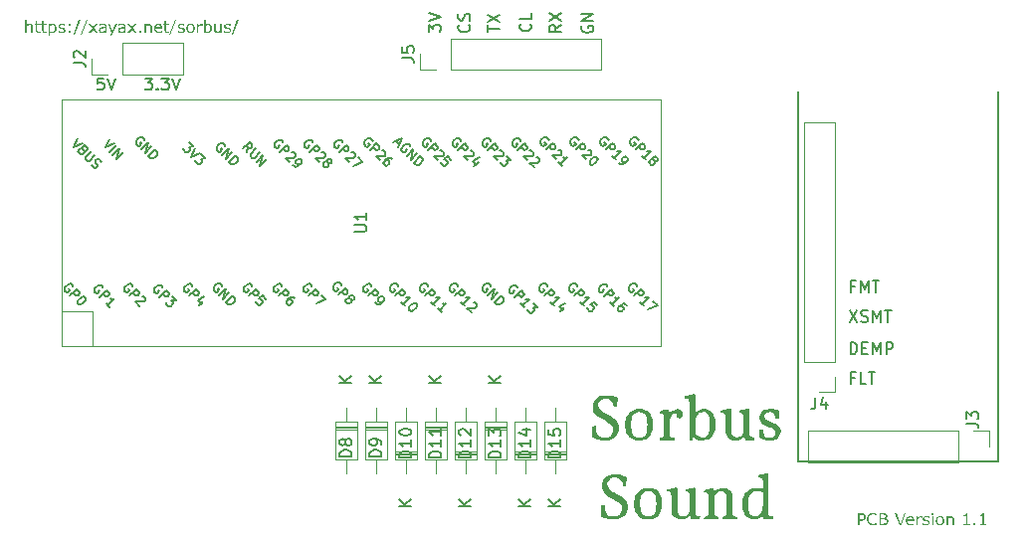
<source format=gbr>
%TF.GenerationSoftware,KiCad,Pcbnew,8.0.7*%
%TF.CreationDate,2025-02-06T19:54:10+01:00*%
%TF.ProjectId,Sorbus-Sound,536f7262-7573-42d5-936f-756e642e6b69,rev?*%
%TF.SameCoordinates,Original*%
%TF.FileFunction,Legend,Top*%
%TF.FilePolarity,Positive*%
%FSLAX46Y46*%
G04 Gerber Fmt 4.6, Leading zero omitted, Abs format (unit mm)*
G04 Created by KiCad (PCBNEW 8.0.7) date 2025-02-06 19:54:10*
%MOMM*%
%LPD*%
G01*
G04 APERTURE LIST*
%ADD10C,0.150000*%
%ADD11C,0.125000*%
%ADD12C,0.120000*%
G04 APERTURE END LIST*
D10*
X114427000Y-37338000D02*
X114427000Y-68834000D01*
X97409000Y-68834000D02*
X114427000Y-68834000D01*
X97409000Y-68834000D02*
X97409000Y-37338000D01*
X77204819Y-31666666D02*
X76728628Y-31999999D01*
X77204819Y-32238094D02*
X76204819Y-32238094D01*
X76204819Y-32238094D02*
X76204819Y-31857142D01*
X76204819Y-31857142D02*
X76252438Y-31761904D01*
X76252438Y-31761904D02*
X76300057Y-31714285D01*
X76300057Y-31714285D02*
X76395295Y-31666666D01*
X76395295Y-31666666D02*
X76538152Y-31666666D01*
X76538152Y-31666666D02*
X76633390Y-31714285D01*
X76633390Y-31714285D02*
X76681009Y-31761904D01*
X76681009Y-31761904D02*
X76728628Y-31857142D01*
X76728628Y-31857142D02*
X76728628Y-32238094D01*
X76204819Y-31333332D02*
X77204819Y-30666666D01*
X76204819Y-30666666D02*
X77204819Y-31333332D01*
X102170112Y-61681009D02*
X101836779Y-61681009D01*
X101836779Y-62204819D02*
X101836779Y-61204819D01*
X101836779Y-61204819D02*
X102312969Y-61204819D01*
X103170112Y-62204819D02*
X102693922Y-62204819D01*
X102693922Y-62204819D02*
X102693922Y-61204819D01*
X103360589Y-61204819D02*
X103932017Y-61204819D01*
X103646303Y-62204819D02*
X103646303Y-61204819D01*
G36*
X102784937Y-73237166D02*
G01*
X102834739Y-73241374D01*
X102883131Y-73249473D01*
X102891210Y-73251337D01*
X102940785Y-73266741D01*
X102985522Y-73287950D01*
X103004539Y-73299697D01*
X103044610Y-73331719D01*
X103077262Y-73369168D01*
X103094909Y-73397150D01*
X103114406Y-73445258D01*
X103124373Y-73496960D01*
X103126904Y-73544672D01*
X103123573Y-73594223D01*
X103112444Y-73644802D01*
X103103213Y-73670702D01*
X103080819Y-73715194D01*
X103049671Y-73757429D01*
X103036779Y-73771085D01*
X102998200Y-73804377D01*
X102955003Y-73831378D01*
X102911726Y-73850464D01*
X102862997Y-73864375D01*
X102812819Y-73872489D01*
X102763188Y-73876198D01*
X102729766Y-73876842D01*
X102593722Y-73876842D01*
X102593722Y-74252000D01*
X102457923Y-74252000D01*
X102457923Y-73751790D01*
X102593722Y-73751790D01*
X102708516Y-73751790D01*
X102761607Y-73750116D01*
X102811163Y-73744472D01*
X102842606Y-73737624D01*
X102889317Y-73719306D01*
X102926381Y-73692683D01*
X102958036Y-73654149D01*
X102972054Y-73626494D01*
X102983900Y-73576971D01*
X102985488Y-73548092D01*
X102980249Y-73498096D01*
X102966925Y-73460164D01*
X102938080Y-73420610D01*
X102910505Y-73399103D01*
X102865664Y-73378247D01*
X102835278Y-73370039D01*
X102784111Y-73362987D01*
X102732553Y-73361010D01*
X102728544Y-73361002D01*
X102593722Y-73361002D01*
X102593722Y-73751790D01*
X102457923Y-73751790D01*
X102457923Y-73235949D01*
X102735383Y-73235949D01*
X102784937Y-73237166D01*
G37*
G36*
X104091908Y-74175551D02*
G01*
X104045375Y-74196188D01*
X104023520Y-74206326D01*
X103977915Y-74224702D01*
X103943408Y-74236368D01*
X103894104Y-74249694D01*
X103852550Y-74258350D01*
X103800954Y-74265311D01*
X103751700Y-74267595D01*
X103744350Y-74267631D01*
X103689930Y-74265708D01*
X103638044Y-74259937D01*
X103588691Y-74250320D01*
X103541873Y-74236856D01*
X103492620Y-74216665D01*
X103447076Y-74190986D01*
X103405242Y-74159821D01*
X103383604Y-74140136D01*
X103348789Y-74101103D01*
X103318534Y-74056545D01*
X103295468Y-74012299D01*
X103280533Y-73976249D01*
X103264291Y-73924424D01*
X103253886Y-73875796D01*
X103247034Y-73824106D01*
X103243735Y-73769354D01*
X103243408Y-73744951D01*
X103245115Y-73691610D01*
X103250234Y-73640793D01*
X103258765Y-73592501D01*
X103272695Y-73540401D01*
X103279068Y-73521713D01*
X103298973Y-73474407D01*
X103322787Y-73430916D01*
X103354249Y-73386551D01*
X103382138Y-73355384D01*
X103420965Y-73320782D01*
X103464081Y-73291164D01*
X103511485Y-73266531D01*
X103539675Y-73255000D01*
X103587211Y-73239827D01*
X103637250Y-73228988D01*
X103689793Y-73222485D01*
X103744839Y-73220318D01*
X103796387Y-73222250D01*
X103847841Y-73228046D01*
X103899198Y-73237706D01*
X103909458Y-73240101D01*
X103957069Y-73253625D01*
X104007578Y-73271941D01*
X104054908Y-73292243D01*
X104091908Y-73309955D01*
X104091908Y-73470422D01*
X104081650Y-73470422D01*
X104039472Y-73439923D01*
X103997447Y-73413880D01*
X103950351Y-73389911D01*
X103913855Y-73375168D01*
X103866216Y-73360764D01*
X103816723Y-73351074D01*
X103765374Y-73346098D01*
X103736046Y-73345370D01*
X103684467Y-73348227D01*
X103632346Y-73357861D01*
X103596095Y-73369550D01*
X103551456Y-73391463D01*
X103510595Y-73420933D01*
X103485453Y-73444777D01*
X103452835Y-73485672D01*
X103428065Y-73529677D01*
X103411447Y-73570318D01*
X103397537Y-73620082D01*
X103389423Y-73668786D01*
X103385481Y-73721199D01*
X103385069Y-73745684D01*
X103386886Y-73795891D01*
X103393272Y-73848032D01*
X103405761Y-73900572D01*
X103414134Y-73924714D01*
X103436247Y-73972835D01*
X103462284Y-74014434D01*
X103489361Y-74046591D01*
X103527715Y-74079690D01*
X103570602Y-74105713D01*
X103601712Y-74119131D01*
X103650920Y-74133420D01*
X103702188Y-74141113D01*
X103737511Y-74142579D01*
X103791756Y-74140106D01*
X103844029Y-74132687D01*
X103894332Y-74120322D01*
X103921426Y-74111316D01*
X103968917Y-74091257D01*
X104014669Y-74066253D01*
X104058682Y-74036303D01*
X104082382Y-74017526D01*
X104091908Y-74017526D01*
X104091908Y-74175551D01*
G37*
G36*
X104634371Y-73236468D02*
G01*
X104684981Y-73238293D01*
X104734663Y-73242307D01*
X104749410Y-73244254D01*
X104797201Y-73254672D01*
X104843123Y-73271822D01*
X104855899Y-73277959D01*
X104899330Y-73306570D01*
X104932685Y-73344280D01*
X104937721Y-73352697D01*
X104955953Y-73399487D01*
X104962899Y-73450324D01*
X104963122Y-73462118D01*
X104957901Y-73512986D01*
X104940463Y-73561348D01*
X104925997Y-73584484D01*
X104891762Y-73622623D01*
X104852933Y-73652962D01*
X104827079Y-73668503D01*
X104827079Y-73673877D01*
X104876217Y-73687508D01*
X104924893Y-73710033D01*
X104966575Y-73740170D01*
X104990477Y-73764491D01*
X105019404Y-73806269D01*
X105038863Y-73853844D01*
X105048856Y-73907214D01*
X105050317Y-73939369D01*
X105046911Y-73989345D01*
X105035428Y-74039125D01*
X105021496Y-74073214D01*
X104994774Y-74116900D01*
X104961441Y-74153895D01*
X104943827Y-74168713D01*
X104902842Y-74196689D01*
X104855037Y-74220165D01*
X104817065Y-74232949D01*
X104765268Y-74243795D01*
X104716277Y-74249320D01*
X104661335Y-74251832D01*
X104641699Y-74252000D01*
X104278998Y-74252000D01*
X104278998Y-74126947D01*
X104414797Y-74126947D01*
X104594804Y-74126947D01*
X104647502Y-74126088D01*
X104698142Y-74123160D01*
X104741105Y-74118154D01*
X104790124Y-74106745D01*
X104834650Y-74086159D01*
X104873157Y-74053498D01*
X104891070Y-74028273D01*
X104906393Y-73980321D01*
X104908900Y-73944498D01*
X104904822Y-73895085D01*
X104890338Y-73851930D01*
X104857618Y-73814651D01*
X104822927Y-73793311D01*
X104776177Y-73777550D01*
X104742815Y-73772307D01*
X104690791Y-73768643D01*
X104640969Y-73767465D01*
X104628509Y-73767422D01*
X104414797Y-73767422D01*
X104414797Y-74126947D01*
X104278998Y-74126947D01*
X104278998Y-73642369D01*
X104414797Y-73642369D01*
X104590652Y-73642369D01*
X104641595Y-73641201D01*
X104692257Y-73636263D01*
X104739526Y-73622248D01*
X104762354Y-73610374D01*
X104798984Y-73576130D01*
X104808028Y-73559571D01*
X104820149Y-73511494D01*
X104821461Y-73486054D01*
X104813858Y-73437575D01*
X104809005Y-73426459D01*
X104774233Y-73390054D01*
X104769193Y-73387136D01*
X104720883Y-73369840D01*
X104690791Y-73365398D01*
X104639378Y-73362101D01*
X104589512Y-73361040D01*
X104576974Y-73361002D01*
X104414797Y-73361002D01*
X104414797Y-73642369D01*
X104278998Y-73642369D01*
X104278998Y-73235949D01*
X104581859Y-73235949D01*
X104634371Y-73236468D01*
G37*
G36*
X106536046Y-73235949D02*
G01*
X106163820Y-74252000D01*
X105982592Y-74252000D01*
X105610121Y-73235949D01*
X105755690Y-73235949D01*
X106076625Y-74129878D01*
X106397316Y-73235949D01*
X106536046Y-73235949D01*
G37*
G36*
X106981846Y-73473522D02*
G01*
X107032576Y-73482822D01*
X107085424Y-73501506D01*
X107131445Y-73528629D01*
X107165460Y-73558594D01*
X107198293Y-73600615D01*
X107223062Y-73649742D01*
X107237874Y-73697507D01*
X107246761Y-73750493D01*
X107249724Y-73808699D01*
X107249724Y-73876842D01*
X106684301Y-73876842D01*
X106687290Y-73928454D01*
X106697271Y-73978475D01*
X106705551Y-74002872D01*
X106728960Y-74048832D01*
X106761620Y-74088628D01*
X106763925Y-74090799D01*
X106803126Y-74120292D01*
X106848921Y-74141357D01*
X106897146Y-74153454D01*
X106946126Y-74158062D01*
X106957121Y-74158210D01*
X107006089Y-74155133D01*
X107055295Y-74145903D01*
X107104740Y-74130518D01*
X107114657Y-74126703D01*
X107159809Y-74106977D01*
X107205170Y-74081691D01*
X107227742Y-74064421D01*
X107234581Y-74064421D01*
X107234581Y-74203639D01*
X107185259Y-74222885D01*
X107135113Y-74239589D01*
X107101224Y-74249313D01*
X107049303Y-74260475D01*
X106999959Y-74266182D01*
X106958342Y-74267631D01*
X106900771Y-74265139D01*
X106847278Y-74257661D01*
X106797864Y-74245198D01*
X106743952Y-74223663D01*
X106695912Y-74194949D01*
X106660366Y-74165538D01*
X106623927Y-74124147D01*
X106595027Y-74076729D01*
X106573666Y-74023282D01*
X106561625Y-73974139D01*
X106554818Y-73920810D01*
X106553143Y-73875133D01*
X106555647Y-73818851D01*
X106560768Y-73783053D01*
X106684301Y-73783053D01*
X107123939Y-73783053D01*
X107119585Y-73731988D01*
X107105503Y-73683407D01*
X107078773Y-73639885D01*
X107072648Y-73633088D01*
X107031823Y-73602774D01*
X106983890Y-73586135D01*
X106931941Y-73580051D01*
X106919263Y-73579843D01*
X106870002Y-73583492D01*
X106820897Y-73596318D01*
X106774176Y-73621400D01*
X106753911Y-73638217D01*
X106720771Y-73677444D01*
X106697983Y-73722157D01*
X106685547Y-73772355D01*
X106684301Y-73783053D01*
X106560768Y-73783053D01*
X106563161Y-73766325D01*
X106575683Y-73717557D01*
X106597321Y-73663993D01*
X106626173Y-73615839D01*
X106655725Y-73579843D01*
X106696560Y-73542657D01*
X106741947Y-73513165D01*
X106791884Y-73491366D01*
X106846372Y-73477261D01*
X106895255Y-73471384D01*
X106926102Y-73470422D01*
X106981846Y-73473522D01*
G37*
G36*
X107919682Y-73626738D02*
G01*
X107912843Y-73626738D01*
X107863529Y-73615758D01*
X107856667Y-73614770D01*
X107806162Y-73611235D01*
X107792675Y-73611106D01*
X107741111Y-73616202D01*
X107691135Y-73631489D01*
X107677149Y-73637729D01*
X107632588Y-73661741D01*
X107589398Y-73690913D01*
X107569926Y-73706117D01*
X107569926Y-74252000D01*
X107440722Y-74252000D01*
X107440722Y-73486054D01*
X107569926Y-73486054D01*
X107569926Y-73599138D01*
X107611754Y-73567239D01*
X107654830Y-73538502D01*
X107698082Y-73515046D01*
X107705481Y-73511699D01*
X107753710Y-73495095D01*
X107802745Y-73486956D01*
X107825648Y-73486054D01*
X107874253Y-73487764D01*
X107919682Y-73494358D01*
X107919682Y-73626738D01*
G37*
G36*
X108585976Y-74029983D02*
G01*
X108580542Y-74079778D01*
X108561437Y-74130177D01*
X108532906Y-74169981D01*
X108499026Y-74200953D01*
X108451582Y-74230125D01*
X108403556Y-74248813D01*
X108349454Y-74261119D01*
X108298243Y-74266589D01*
X108261622Y-74267631D01*
X108209730Y-74265723D01*
X108160604Y-74259998D01*
X108109762Y-74249294D01*
X108105306Y-74248092D01*
X108055229Y-74232773D01*
X108008265Y-74215093D01*
X107986116Y-74205105D01*
X107986116Y-74064421D01*
X107992955Y-74064421D01*
X108036689Y-74091896D01*
X108083598Y-74115216D01*
X108128998Y-74132809D01*
X108179798Y-74147271D01*
X108229097Y-74155730D01*
X108272613Y-74158210D01*
X108322263Y-74155587D01*
X108372271Y-74145512D01*
X108405969Y-74131344D01*
X108442056Y-74096539D01*
X108454085Y-74046347D01*
X108442830Y-73996724D01*
X108427951Y-73978203D01*
X108383326Y-73954264D01*
X108332161Y-73939665D01*
X108327567Y-73938636D01*
X108279412Y-73928849D01*
X108255760Y-73924470D01*
X108206018Y-73914178D01*
X108175160Y-73906640D01*
X108128280Y-73891894D01*
X108080028Y-73869082D01*
X108040229Y-73838369D01*
X108031789Y-73828971D01*
X108006041Y-73787022D01*
X107992176Y-73738479D01*
X107989535Y-73702453D01*
X107995718Y-73651397D01*
X108009075Y-73614037D01*
X108035626Y-73572402D01*
X108068670Y-73539787D01*
X108112267Y-73511150D01*
X108159030Y-73491602D01*
X108166367Y-73489229D01*
X108217086Y-73477052D01*
X108267982Y-73471322D01*
X108299479Y-73470422D01*
X108351194Y-73472895D01*
X108403389Y-73480314D01*
X108438454Y-73488008D01*
X108488027Y-73502079D01*
X108534135Y-73519725D01*
X108555690Y-73530262D01*
X108555690Y-73673632D01*
X108548851Y-73673632D01*
X108508677Y-73645709D01*
X108462527Y-73621288D01*
X108428440Y-73606954D01*
X108380200Y-73591519D01*
X108328234Y-73581988D01*
X108289710Y-73579843D01*
X108239678Y-73583587D01*
X108192454Y-73596092D01*
X108170031Y-73606466D01*
X108133577Y-73639561D01*
X108121426Y-73685600D01*
X108132971Y-73735250D01*
X108150980Y-73756431D01*
X108194763Y-73780379D01*
X108244525Y-73795265D01*
X108292438Y-73805436D01*
X108324392Y-73811630D01*
X108374138Y-73821228D01*
X108398398Y-73826528D01*
X108445710Y-73840269D01*
X108490666Y-73861020D01*
X108530861Y-73890513D01*
X108537128Y-73896626D01*
X108566895Y-73938964D01*
X108582112Y-73985860D01*
X108585976Y-74029983D01*
G37*
G36*
X108905202Y-73376633D02*
G01*
X108759633Y-73376633D01*
X108759633Y-73235949D01*
X108905202Y-73235949D01*
X108905202Y-73376633D01*
G37*
G36*
X108897142Y-74252000D02*
G01*
X108767937Y-74252000D01*
X108767937Y-73486054D01*
X108897142Y-73486054D01*
X108897142Y-74252000D01*
G37*
G36*
X109499455Y-73473040D02*
G01*
X109553883Y-73483092D01*
X109603726Y-73500683D01*
X109648983Y-73525814D01*
X109689656Y-73558483D01*
X109708272Y-73577645D01*
X109740976Y-73620567D01*
X109766913Y-73668915D01*
X109786084Y-73722691D01*
X109796892Y-73771649D01*
X109803000Y-73824376D01*
X109804504Y-73869271D01*
X109802154Y-73925077D01*
X109795106Y-73977091D01*
X109783359Y-74025312D01*
X109763060Y-74078172D01*
X109735995Y-74125570D01*
X109708272Y-74160897D01*
X109669893Y-74197170D01*
X109626928Y-74225938D01*
X109579378Y-74247201D01*
X109527242Y-74260960D01*
X109470522Y-74267214D01*
X109450596Y-74267631D01*
X109401391Y-74265025D01*
X109346642Y-74255019D01*
X109296582Y-74237508D01*
X109251210Y-74212492D01*
X109210526Y-74179971D01*
X109191943Y-74160897D01*
X109159405Y-74118049D01*
X109133599Y-74069741D01*
X109114525Y-74015971D01*
X109103773Y-73966991D01*
X109097696Y-73914219D01*
X109096200Y-73869271D01*
X109229556Y-73869271D01*
X109231608Y-73920164D01*
X109239190Y-73973440D01*
X109254696Y-74026285D01*
X109277498Y-74070550D01*
X109287930Y-74084937D01*
X109324398Y-74120357D01*
X109368130Y-74144185D01*
X109419126Y-74156421D01*
X109450596Y-74158210D01*
X109499353Y-74153676D01*
X109547563Y-74137737D01*
X109588740Y-74110322D01*
X109612285Y-74085670D01*
X109640739Y-74039126D01*
X109658214Y-73988347D01*
X109667468Y-73936651D01*
X109670917Y-73886946D01*
X109671147Y-73869271D01*
X109669095Y-73816878D01*
X109661513Y-73762460D01*
X109648345Y-73715264D01*
X109626455Y-73670171D01*
X109612773Y-73651162D01*
X109576344Y-73616687D01*
X109532728Y-73593494D01*
X109481925Y-73581584D01*
X109450596Y-73579843D01*
X109401015Y-73584301D01*
X109352242Y-73599971D01*
X109310889Y-73626925D01*
X109287442Y-73651162D01*
X109259460Y-73697249D01*
X109242275Y-73748238D01*
X109233174Y-73800593D01*
X109229782Y-73851217D01*
X109229556Y-73869271D01*
X109096200Y-73869271D01*
X109098537Y-73813529D01*
X109105549Y-73761556D01*
X109117237Y-73713351D01*
X109137433Y-73660481D01*
X109164360Y-73613036D01*
X109191943Y-73577645D01*
X109230282Y-73541206D01*
X109273310Y-73512306D01*
X109321026Y-73490945D01*
X109373430Y-73477124D01*
X109430523Y-73470841D01*
X109450596Y-73470422D01*
X109499455Y-73473040D01*
G37*
G36*
X110641036Y-74252000D02*
G01*
X110511831Y-74252000D01*
X110511831Y-73821155D01*
X110510244Y-73770536D01*
X110505481Y-73723214D01*
X110493841Y-73673850D01*
X110483010Y-73651651D01*
X110446905Y-73616177D01*
X110433429Y-73609397D01*
X110385592Y-73597432D01*
X110349654Y-73595475D01*
X110299121Y-73601163D01*
X110250021Y-73616738D01*
X110239256Y-73621364D01*
X110193188Y-73644539D01*
X110148652Y-73672390D01*
X110128614Y-73686822D01*
X110128614Y-74252000D01*
X109999410Y-74252000D01*
X109999410Y-73486054D01*
X110128614Y-73486054D01*
X110128614Y-73575935D01*
X110170580Y-73544417D01*
X110213528Y-73518035D01*
X110253422Y-73498510D01*
X110302446Y-73481394D01*
X110352432Y-73472178D01*
X110386290Y-73470422D01*
X110437852Y-73473975D01*
X110489853Y-73486737D01*
X110534465Y-73508780D01*
X110575823Y-73544672D01*
X110604353Y-73585873D01*
X110624732Y-73635225D01*
X110635877Y-73685095D01*
X110640781Y-73741207D01*
X110641036Y-73758385D01*
X110641036Y-74252000D01*
G37*
G36*
X111993652Y-74252000D02*
G01*
X111439954Y-74252000D01*
X111439954Y-74142579D01*
X111652934Y-74142579D01*
X111652934Y-73470422D01*
X111439954Y-73470422D01*
X111439954Y-73376633D01*
X111490521Y-73374392D01*
X111532522Y-73369550D01*
X111580650Y-73359495D01*
X111607505Y-73348789D01*
X111647438Y-73318427D01*
X111657330Y-73306047D01*
X111675587Y-73259268D01*
X111678335Y-73235949D01*
X111784825Y-73235949D01*
X111784825Y-74142579D01*
X111993652Y-74142579D01*
X111993652Y-74252000D01*
G37*
G36*
X112477009Y-74252000D02*
G01*
X112312878Y-74252000D01*
X112312878Y-74048789D01*
X112477009Y-74048789D01*
X112477009Y-74252000D01*
G37*
G36*
X113392675Y-74252000D02*
G01*
X112838977Y-74252000D01*
X112838977Y-74142579D01*
X113051957Y-74142579D01*
X113051957Y-73470422D01*
X112838977Y-73470422D01*
X112838977Y-73376633D01*
X112889544Y-73374392D01*
X112931545Y-73369550D01*
X112979673Y-73359495D01*
X113006528Y-73348789D01*
X113046461Y-73318427D01*
X113056353Y-73306047D01*
X113074610Y-73259268D01*
X113077358Y-73235949D01*
X113183848Y-73235949D01*
X113183848Y-74142579D01*
X113392675Y-74142579D01*
X113392675Y-74252000D01*
G37*
D11*
G36*
X81721265Y-64199529D02*
G01*
X81669075Y-63992840D01*
X81596947Y-63806872D01*
X81480930Y-63633863D01*
X81317574Y-63520328D01*
X81121346Y-63471832D01*
X81034454Y-63467778D01*
X80834694Y-63489759D01*
X80641231Y-63570970D01*
X80571370Y-63624093D01*
X80445847Y-63789257D01*
X80397175Y-63993491D01*
X80396492Y-64023674D01*
X80431086Y-64226541D01*
X80534871Y-64407716D01*
X80577231Y-64455496D01*
X80723502Y-64588028D01*
X80891206Y-64705722D01*
X81014915Y-64775942D01*
X81192120Y-64868790D01*
X81369093Y-64964639D01*
X81529779Y-65054379D01*
X81697979Y-65165561D01*
X81847939Y-65300294D01*
X81968439Y-65443214D01*
X82071340Y-65620503D01*
X82131528Y-65817878D01*
X82149178Y-66014742D01*
X82132629Y-66213975D01*
X82073186Y-66418773D01*
X81970513Y-66599146D01*
X81824608Y-66755095D01*
X81803331Y-66772872D01*
X81641043Y-66882126D01*
X81455941Y-66964545D01*
X81248025Y-67020130D01*
X81051654Y-67046417D01*
X80875208Y-67053263D01*
X80668649Y-67039557D01*
X80457944Y-67002577D01*
X80326150Y-66970220D01*
X80132605Y-66910032D01*
X79952092Y-66832650D01*
X79866973Y-66781665D01*
X79866973Y-65845726D01*
X80068899Y-65819635D01*
X80156157Y-65817394D01*
X80183405Y-66014097D01*
X80221099Y-66221271D01*
X80271962Y-66428618D01*
X80339110Y-66624368D01*
X80355459Y-66662474D01*
X80539538Y-66737008D01*
X80741164Y-66780604D01*
X80939688Y-66793388D01*
X81149647Y-66772031D01*
X81341301Y-66700018D01*
X81459437Y-66612648D01*
X81583417Y-66450653D01*
X81644191Y-66259958D01*
X81650923Y-66162265D01*
X81620933Y-65957368D01*
X81530962Y-65780849D01*
X81469206Y-65708950D01*
X81322340Y-65578570D01*
X81154316Y-65464402D01*
X81030546Y-65397296D01*
X80854454Y-65308248D01*
X80678130Y-65215736D01*
X80517636Y-65128629D01*
X80349877Y-65019577D01*
X80199895Y-64887206D01*
X80078976Y-64746633D01*
X79976074Y-64570457D01*
X79915887Y-64373732D01*
X79898236Y-64177059D01*
X79917532Y-63971773D01*
X79985366Y-63765057D01*
X80102042Y-63583999D01*
X80206959Y-63477547D01*
X80372922Y-63359578D01*
X80562088Y-63275314D01*
X80774458Y-63224756D01*
X80979314Y-63208167D01*
X81010030Y-63207903D01*
X81239717Y-63215975D01*
X81452506Y-63240189D01*
X81648397Y-63280546D01*
X81855578Y-63348033D01*
X82039758Y-63437491D01*
X81957692Y-64199529D01*
X81830686Y-64216138D01*
X81721265Y-64199529D01*
G37*
G36*
X84071251Y-64376693D02*
G01*
X84291128Y-64421232D01*
X84483423Y-64498589D01*
X84648135Y-64608765D01*
X84748899Y-64707554D01*
X84865767Y-64872206D01*
X84953930Y-65066965D01*
X85006652Y-65257864D01*
X85038285Y-65470882D01*
X85048830Y-65706019D01*
X85041507Y-65903598D01*
X85013389Y-66120669D01*
X84964181Y-66315895D01*
X84880119Y-66516050D01*
X84767352Y-66686473D01*
X84748899Y-66708392D01*
X84603889Y-66842770D01*
X84431296Y-66944143D01*
X84231121Y-67012511D01*
X84037589Y-67044843D01*
X83860832Y-67053263D01*
X83650413Y-67041138D01*
X83430537Y-66996345D01*
X83238242Y-66918547D01*
X83073530Y-66807744D01*
X82972765Y-66708392D01*
X82855898Y-66542217D01*
X82767735Y-66346309D01*
X82715013Y-66154724D01*
X82683380Y-65941294D01*
X82672879Y-65706996D01*
X83171090Y-65706996D01*
X83176689Y-65911851D01*
X83197372Y-66122284D01*
X83239672Y-66325113D01*
X83320539Y-66522148D01*
X83330337Y-66538399D01*
X83464177Y-66683573D01*
X83646734Y-66768487D01*
X83854970Y-66793388D01*
X84063779Y-66768487D01*
X84248288Y-66683573D01*
X84385466Y-66538399D01*
X84472535Y-66347641D01*
X84518971Y-66149835D01*
X84542673Y-65943796D01*
X84550413Y-65742708D01*
X84550574Y-65706996D01*
X84544838Y-65501912D01*
X84523647Y-65291559D01*
X84480309Y-65089280D01*
X84397458Y-64893619D01*
X84387420Y-64877547D01*
X84251565Y-64733485D01*
X84066992Y-64649222D01*
X83856924Y-64624512D01*
X83647658Y-64649222D01*
X83464408Y-64733485D01*
X83330337Y-64877547D01*
X83246359Y-65066855D01*
X83201571Y-65264050D01*
X83178711Y-65469955D01*
X83171246Y-65671227D01*
X83171090Y-65706996D01*
X82672879Y-65706996D01*
X82672835Y-65706019D01*
X82680158Y-65508535D01*
X82708276Y-65291831D01*
X82757483Y-65097246D01*
X82841546Y-64898186D01*
X82954313Y-64729233D01*
X82972765Y-64707554D01*
X83117776Y-64573937D01*
X83290369Y-64473138D01*
X83490544Y-64405158D01*
X83684076Y-64373009D01*
X83860832Y-64364637D01*
X84071251Y-64376693D01*
G37*
G36*
X87098515Y-64364637D02*
G01*
X87292271Y-64398000D01*
X87438502Y-64482851D01*
X87559230Y-64644112D01*
X87583093Y-64779850D01*
X87552563Y-64975931D01*
X87504936Y-65066103D01*
X87338567Y-65171657D01*
X87318334Y-65172593D01*
X87129779Y-65125698D01*
X87029151Y-64999669D01*
X87084838Y-64843353D01*
X86974250Y-64681323D01*
X86929499Y-64677268D01*
X86744002Y-64756829D01*
X86615892Y-64902949D01*
X86519446Y-65076010D01*
X86465196Y-65273725D01*
X86457622Y-65384595D01*
X86457622Y-66676152D01*
X86642514Y-66766033D01*
X86843454Y-66821797D01*
X86896282Y-66832467D01*
X86873812Y-67022000D01*
X85567601Y-67022000D01*
X85590072Y-66821720D01*
X85785561Y-66769785D01*
X85959367Y-66676152D01*
X85959367Y-65084665D01*
X85928713Y-64886025D01*
X85872416Y-64803297D01*
X85679795Y-64733122D01*
X85567601Y-64727094D01*
X85584210Y-64560032D01*
X85774462Y-64511746D01*
X85974588Y-64454746D01*
X86169723Y-64397730D01*
X86281767Y-64364637D01*
X86386303Y-64415440D01*
X86445899Y-64811113D01*
X86575302Y-64637145D01*
X86732350Y-64490645D01*
X86920707Y-64392542D01*
X87098515Y-64364637D01*
G37*
G36*
X88622591Y-63146354D02*
G01*
X88622591Y-64772034D01*
X88740813Y-64607279D01*
X88893212Y-64484805D01*
X89071156Y-64398552D01*
X89267589Y-64364755D01*
X89280093Y-64364637D01*
X89482532Y-64377174D01*
X89691449Y-64423489D01*
X89871008Y-64503932D01*
X90040268Y-64637655D01*
X90110518Y-64721232D01*
X90212920Y-64889110D01*
X90290170Y-65081578D01*
X90342269Y-65298636D01*
X90366907Y-65504258D01*
X90373324Y-65689411D01*
X90362298Y-65910809D01*
X90329222Y-66115584D01*
X90274096Y-66303735D01*
X90181913Y-66502234D01*
X90059716Y-66678106D01*
X89910084Y-66824285D01*
X89734739Y-66934561D01*
X89533682Y-67008933D01*
X89340883Y-67044103D01*
X89165787Y-67053263D01*
X88950987Y-67024163D01*
X88767292Y-66948214D01*
X88592717Y-66825125D01*
X88518055Y-66755286D01*
X88429618Y-66935827D01*
X88402772Y-67022000D01*
X88124335Y-67022000D01*
X88124335Y-65867219D01*
X88622591Y-65867219D01*
X88622591Y-66520813D01*
X88795724Y-66652576D01*
X88972685Y-66748403D01*
X89163630Y-66793122D01*
X89178488Y-66793388D01*
X89379530Y-66772351D01*
X89557552Y-66697645D01*
X89699381Y-66556396D01*
X89764670Y-66428001D01*
X89824708Y-66233427D01*
X89852598Y-66085084D01*
X89870767Y-65882885D01*
X89875068Y-65708950D01*
X89875068Y-65509015D01*
X89875068Y-65366033D01*
X89857403Y-65162856D01*
X89840874Y-65079780D01*
X89777084Y-64893786D01*
X89744154Y-64837491D01*
X89597093Y-64691900D01*
X89405527Y-64627840D01*
X89342619Y-64624512D01*
X89138336Y-64644334D01*
X88950112Y-64721699D01*
X88941084Y-64728071D01*
X88805964Y-64873941D01*
X88735920Y-65028001D01*
X88681137Y-65228680D01*
X88647492Y-65430287D01*
X88628014Y-65653754D01*
X88622591Y-65867219D01*
X88124335Y-65867219D01*
X88124335Y-63819487D01*
X88094715Y-63618056D01*
X88040316Y-63534212D01*
X87847365Y-63464036D01*
X87732570Y-63458008D01*
X87749178Y-63285084D01*
X87952098Y-63241716D01*
X88141875Y-63193111D01*
X88343693Y-63137660D01*
X88508285Y-63090667D01*
X88622591Y-63146354D01*
G37*
G36*
X92090839Y-67053263D02*
G01*
X91878348Y-67039035D01*
X91652576Y-66981238D01*
X91471073Y-66878980D01*
X91333839Y-66732263D01*
X91240874Y-66541085D01*
X91192178Y-66305448D01*
X91184210Y-66142725D01*
X91184210Y-65039725D01*
X91158244Y-64845769D01*
X91102144Y-64753472D01*
X90917949Y-64683296D01*
X90809053Y-64677268D01*
X90809053Y-64508252D01*
X91006935Y-64464334D01*
X91196712Y-64414753D01*
X91400734Y-64358046D01*
X91568160Y-64309927D01*
X91682465Y-64366591D01*
X91682465Y-66202321D01*
X91699226Y-66403191D01*
X91773720Y-66606371D01*
X91928761Y-66746634D01*
X92129895Y-66792811D01*
X92159227Y-66793388D01*
X92355736Y-66746265D01*
X92464042Y-66683967D01*
X92614984Y-66545482D01*
X92731832Y-66376622D01*
X92747364Y-66348866D01*
X92747364Y-65038748D01*
X92717055Y-64837316D01*
X92661391Y-64753472D01*
X92470678Y-64683296D01*
X92359506Y-64677268D01*
X92377092Y-64511183D01*
X92574654Y-64466395D01*
X92764675Y-64416081D01*
X92969211Y-64358632D01*
X93137176Y-64309927D01*
X93245619Y-64366591D01*
X93245619Y-66658566D01*
X93415841Y-66754617D01*
X93615234Y-66808045D01*
X93631523Y-66810974D01*
X93614915Y-67022000D01*
X92852877Y-67022000D01*
X92794259Y-66652704D01*
X92660421Y-66808781D01*
X92493725Y-66940214D01*
X92312375Y-67021578D01*
X92116370Y-67052871D01*
X92090839Y-67053263D01*
G37*
G36*
X95463345Y-65205810D02*
G01*
X95435821Y-65008065D01*
X95369346Y-64818843D01*
X95339269Y-64770080D01*
X95182751Y-64652374D01*
X95004168Y-64624512D01*
X94799492Y-64649424D01*
X94648550Y-64724163D01*
X94537473Y-64894011D01*
X94525452Y-64993807D01*
X94580788Y-65183019D01*
X94667113Y-65274198D01*
X94835209Y-65379639D01*
X95011007Y-65452983D01*
X95200386Y-65519673D01*
X95389335Y-65591515D01*
X95414496Y-65601483D01*
X95590780Y-65695908D01*
X95740446Y-65828972D01*
X95758390Y-65849634D01*
X95860772Y-66026061D01*
X95899774Y-66224814D01*
X95901028Y-66271685D01*
X95880471Y-66466113D01*
X95809412Y-66652234D01*
X95687596Y-66806870D01*
X95641153Y-66847122D01*
X95458219Y-66955829D01*
X95258502Y-67019241D01*
X95053079Y-67048230D01*
X94911356Y-67053263D01*
X94703993Y-67036654D01*
X94498108Y-66994873D01*
X94466834Y-66986829D01*
X94270218Y-66924772D01*
X94087769Y-66833444D01*
X94087769Y-66158357D01*
X94392584Y-66120255D01*
X94417210Y-66330800D01*
X94459800Y-66531384D01*
X94532066Y-66725741D01*
X94539130Y-66739655D01*
X94740719Y-66781582D01*
X94946527Y-66793388D01*
X95145737Y-66766555D01*
X95321684Y-66671267D01*
X95439965Y-66507649D01*
X95463345Y-66374267D01*
X95408390Y-66181926D01*
X95322661Y-66092900D01*
X95144917Y-65986391D01*
X94979744Y-65921930D01*
X94789721Y-65858045D01*
X94598839Y-65787291D01*
X94573324Y-65777338D01*
X94395852Y-65680709D01*
X94246286Y-65542865D01*
X94228453Y-65521371D01*
X94132282Y-65343750D01*
X94091203Y-65136285D01*
X94087769Y-65045586D01*
X94116860Y-64851873D01*
X94214954Y-64670569D01*
X94333966Y-64555147D01*
X94509439Y-64454683D01*
X94703257Y-64396079D01*
X94904086Y-64369288D01*
X95043247Y-64364637D01*
X95264164Y-64375201D01*
X95464810Y-64406891D01*
X95666305Y-64467797D01*
X95805284Y-64533653D01*
X95755459Y-65205810D01*
X95463345Y-65205810D01*
G37*
G36*
X82485256Y-70919529D02*
G01*
X82433066Y-70712840D01*
X82360938Y-70526872D01*
X82244921Y-70353863D01*
X82081565Y-70240328D01*
X81885337Y-70191832D01*
X81798445Y-70187778D01*
X81598685Y-70209759D01*
X81405222Y-70290970D01*
X81335361Y-70344093D01*
X81209838Y-70509257D01*
X81161166Y-70713491D01*
X81160483Y-70743674D01*
X81195077Y-70946541D01*
X81298862Y-71127716D01*
X81341222Y-71175496D01*
X81487493Y-71308028D01*
X81655197Y-71425722D01*
X81778906Y-71495942D01*
X81956111Y-71588790D01*
X82133084Y-71684639D01*
X82293770Y-71774379D01*
X82461970Y-71885561D01*
X82611930Y-72020294D01*
X82732430Y-72163214D01*
X82835331Y-72340503D01*
X82895519Y-72537878D01*
X82913169Y-72734742D01*
X82896620Y-72933975D01*
X82837177Y-73138773D01*
X82734504Y-73319146D01*
X82588599Y-73475095D01*
X82567322Y-73492872D01*
X82405034Y-73602126D01*
X82219932Y-73684545D01*
X82012016Y-73740130D01*
X81815645Y-73766417D01*
X81639199Y-73773263D01*
X81432640Y-73759557D01*
X81221935Y-73722577D01*
X81090141Y-73690220D01*
X80896596Y-73630032D01*
X80716083Y-73552650D01*
X80630964Y-73501665D01*
X80630964Y-72565726D01*
X80832890Y-72539635D01*
X80920148Y-72537394D01*
X80947396Y-72734097D01*
X80985090Y-72941271D01*
X81035953Y-73148618D01*
X81103101Y-73344368D01*
X81119450Y-73382474D01*
X81303529Y-73457008D01*
X81505155Y-73500604D01*
X81703679Y-73513388D01*
X81913638Y-73492031D01*
X82105292Y-73420018D01*
X82223428Y-73332648D01*
X82347408Y-73170653D01*
X82408182Y-72979958D01*
X82414914Y-72882265D01*
X82384924Y-72677368D01*
X82294953Y-72500849D01*
X82233197Y-72428950D01*
X82086331Y-72298570D01*
X81918307Y-72184402D01*
X81794537Y-72117296D01*
X81618445Y-72028248D01*
X81442121Y-71935736D01*
X81281627Y-71848629D01*
X81113868Y-71739577D01*
X80963886Y-71607206D01*
X80842967Y-71466633D01*
X80740065Y-71290457D01*
X80679878Y-71093732D01*
X80662227Y-70897059D01*
X80681523Y-70691773D01*
X80749357Y-70485057D01*
X80866033Y-70303999D01*
X80970950Y-70197547D01*
X81136913Y-70079578D01*
X81326079Y-69995314D01*
X81538449Y-69944756D01*
X81743305Y-69928167D01*
X81774021Y-69927903D01*
X82003708Y-69935975D01*
X82216497Y-69960189D01*
X82412388Y-70000546D01*
X82619569Y-70068033D01*
X82803749Y-70157491D01*
X82721683Y-70919529D01*
X82594677Y-70936138D01*
X82485256Y-70919529D01*
G37*
G36*
X84835242Y-71096693D02*
G01*
X85055119Y-71141232D01*
X85247414Y-71218589D01*
X85412126Y-71328765D01*
X85512890Y-71427554D01*
X85629758Y-71592206D01*
X85717921Y-71786965D01*
X85770643Y-71977864D01*
X85802276Y-72190882D01*
X85812821Y-72426019D01*
X85805498Y-72623598D01*
X85777380Y-72840669D01*
X85728172Y-73035895D01*
X85644110Y-73236050D01*
X85531343Y-73406473D01*
X85512890Y-73428392D01*
X85367880Y-73562770D01*
X85195287Y-73664143D01*
X84995112Y-73732511D01*
X84801580Y-73764843D01*
X84624823Y-73773263D01*
X84414404Y-73761138D01*
X84194528Y-73716345D01*
X84002233Y-73638547D01*
X83837521Y-73527744D01*
X83736756Y-73428392D01*
X83619889Y-73262217D01*
X83531726Y-73066309D01*
X83479004Y-72874724D01*
X83447371Y-72661294D01*
X83436870Y-72426996D01*
X83935081Y-72426996D01*
X83940680Y-72631851D01*
X83961363Y-72842284D01*
X84003663Y-73045113D01*
X84084530Y-73242148D01*
X84094328Y-73258399D01*
X84228168Y-73403573D01*
X84410725Y-73488487D01*
X84618961Y-73513388D01*
X84827770Y-73488487D01*
X85012279Y-73403573D01*
X85149457Y-73258399D01*
X85236526Y-73067641D01*
X85282962Y-72869835D01*
X85306664Y-72663796D01*
X85314404Y-72462708D01*
X85314565Y-72426996D01*
X85308829Y-72221912D01*
X85287638Y-72011559D01*
X85244300Y-71809280D01*
X85161449Y-71613619D01*
X85151411Y-71597547D01*
X85015556Y-71453485D01*
X84830983Y-71369222D01*
X84620915Y-71344512D01*
X84411649Y-71369222D01*
X84228399Y-71453485D01*
X84094328Y-71597547D01*
X84010350Y-71786855D01*
X83965562Y-71984050D01*
X83942702Y-72189955D01*
X83935237Y-72391227D01*
X83935081Y-72426996D01*
X83436870Y-72426996D01*
X83436826Y-72426019D01*
X83444149Y-72228535D01*
X83472267Y-72011831D01*
X83521474Y-71817246D01*
X83605537Y-71618186D01*
X83718304Y-71449233D01*
X83736756Y-71427554D01*
X83881767Y-71293937D01*
X84054360Y-71193138D01*
X84254535Y-71125158D01*
X84448067Y-71093009D01*
X84624823Y-71084637D01*
X84835242Y-71096693D01*
G37*
G36*
X87504935Y-73773263D02*
G01*
X87292444Y-73759035D01*
X87066672Y-73701238D01*
X86885169Y-73598980D01*
X86747935Y-73452263D01*
X86654970Y-73261085D01*
X86606274Y-73025448D01*
X86598306Y-72862725D01*
X86598306Y-71759725D01*
X86572339Y-71565769D01*
X86516240Y-71473472D01*
X86332045Y-71403296D01*
X86223148Y-71397268D01*
X86223148Y-71228252D01*
X86421031Y-71184334D01*
X86610808Y-71134753D01*
X86814830Y-71078046D01*
X86982255Y-71029927D01*
X87096561Y-71086591D01*
X87096561Y-72922321D01*
X87113322Y-73123191D01*
X87187816Y-73326371D01*
X87342857Y-73466634D01*
X87543991Y-73512811D01*
X87573323Y-73513388D01*
X87769832Y-73466265D01*
X87878138Y-73403967D01*
X88029080Y-73265482D01*
X88145927Y-73096622D01*
X88161460Y-73068866D01*
X88161460Y-71758748D01*
X88131151Y-71557316D01*
X88075486Y-71473472D01*
X87884774Y-71403296D01*
X87773602Y-71397268D01*
X87791188Y-71231183D01*
X87988750Y-71186395D01*
X88178770Y-71136081D01*
X88383307Y-71078632D01*
X88551271Y-71029927D01*
X88659715Y-71086591D01*
X88659715Y-73378566D01*
X88829936Y-73474617D01*
X89029330Y-73528045D01*
X89045619Y-73530974D01*
X89029010Y-73742000D01*
X88266973Y-73742000D01*
X88208354Y-73372704D01*
X88074517Y-73528781D01*
X87907821Y-73660214D01*
X87726471Y-73741578D01*
X87530466Y-73772871D01*
X87504935Y-73773263D01*
G37*
G36*
X91317077Y-71899431D02*
G01*
X91294918Y-71683208D01*
X91215325Y-71501125D01*
X91056592Y-71379194D01*
X90853993Y-71344512D01*
X90653408Y-71386243D01*
X90504237Y-71476403D01*
X90365219Y-71616580D01*
X90261406Y-71789816D01*
X90250225Y-71815412D01*
X90250225Y-73395175D01*
X90421370Y-73492328D01*
X90612002Y-73548321D01*
X90627336Y-73551490D01*
X90605842Y-73742000D01*
X89360204Y-73742000D01*
X89382674Y-73540743D01*
X89583516Y-73489295D01*
X89751969Y-73395175D01*
X89751969Y-71793919D01*
X89721316Y-71594118D01*
X89665019Y-71510597D01*
X89472792Y-71440421D01*
X89360204Y-71434393D01*
X89376812Y-71273193D01*
X89567551Y-71226410D01*
X89767585Y-71171440D01*
X89962491Y-71116508D01*
X90074370Y-71084637D01*
X90180860Y-71133486D01*
X90232639Y-71473472D01*
X90366949Y-71320987D01*
X90531741Y-71202420D01*
X90556017Y-71189173D01*
X90743335Y-71114140D01*
X90937093Y-71085046D01*
X90963414Y-71084637D01*
X91176157Y-71100789D01*
X91379184Y-71156621D01*
X91561961Y-71264099D01*
X91590629Y-71288824D01*
X91718561Y-71447464D01*
X91793389Y-71643969D01*
X91815333Y-71855468D01*
X91815333Y-73395175D01*
X91987208Y-73489895D01*
X92190449Y-73548025D01*
X92207098Y-73551490D01*
X92184628Y-73742000D01*
X90944851Y-73742000D01*
X90960483Y-73551490D01*
X91152702Y-73496291D01*
X91317077Y-73395175D01*
X91317077Y-71899431D01*
G37*
G36*
X94873253Y-69866354D02*
G01*
X94873253Y-73377589D01*
X95046394Y-73468644D01*
X95243223Y-73522927D01*
X95259157Y-73526089D01*
X95242548Y-73742000D01*
X94420915Y-73742000D01*
X94374998Y-73388336D01*
X94241275Y-73556741D01*
X94076533Y-73677031D01*
X93880772Y-73749205D01*
X93684037Y-73772887D01*
X93653993Y-73773263D01*
X93412650Y-73753174D01*
X93203487Y-73692907D01*
X93026502Y-73592462D01*
X92881697Y-73451839D01*
X92769071Y-73271038D01*
X92688623Y-73050060D01*
X92649405Y-72857959D01*
X92628287Y-72643258D01*
X92624265Y-72487568D01*
X92624529Y-72480729D01*
X93122520Y-72480729D01*
X93129346Y-72701975D01*
X93153862Y-72920939D01*
X93202754Y-73124065D01*
X93265158Y-73266214D01*
X93394576Y-73416836D01*
X93583771Y-73501561D01*
X93706749Y-73513388D01*
X93933849Y-73477393D01*
X94113963Y-73369407D01*
X94247091Y-73189431D01*
X94322138Y-72984457D01*
X94358683Y-72784484D01*
X94374345Y-72552514D01*
X94374998Y-72489522D01*
X94374998Y-71453933D01*
X94190032Y-71383087D01*
X93982816Y-71348359D01*
X93879673Y-71344512D01*
X93671132Y-71373802D01*
X93493693Y-71461672D01*
X93347357Y-71608122D01*
X93321823Y-71644442D01*
X93225480Y-71831459D01*
X93166312Y-72029357D01*
X93134977Y-72226961D01*
X93122715Y-72447379D01*
X93122520Y-72480729D01*
X92624529Y-72480729D01*
X92632232Y-72281236D01*
X92662823Y-72054731D01*
X92716358Y-71851238D01*
X92792836Y-71670758D01*
X92911060Y-71489283D01*
X92950573Y-71443186D01*
X93107405Y-71303478D01*
X93292380Y-71198084D01*
X93505498Y-71127005D01*
X93710570Y-71093391D01*
X93897259Y-71084637D01*
X94092519Y-71102051D01*
X94286166Y-71154292D01*
X94374998Y-71190150D01*
X94374998Y-70554142D01*
X94348723Y-70352939D01*
X94291955Y-70257143D01*
X94103942Y-70184268D01*
X93993002Y-70178008D01*
X93993002Y-70008015D01*
X94192167Y-69964234D01*
X94383409Y-69914897D01*
X94589114Y-69858504D01*
X94757971Y-69810667D01*
X94873253Y-69866354D01*
G37*
D10*
X101741541Y-55954819D02*
X102408207Y-56954819D01*
X102408207Y-55954819D02*
X101741541Y-56954819D01*
X102741541Y-56907200D02*
X102884398Y-56954819D01*
X102884398Y-56954819D02*
X103122493Y-56954819D01*
X103122493Y-56954819D02*
X103217731Y-56907200D01*
X103217731Y-56907200D02*
X103265350Y-56859580D01*
X103265350Y-56859580D02*
X103312969Y-56764342D01*
X103312969Y-56764342D02*
X103312969Y-56669104D01*
X103312969Y-56669104D02*
X103265350Y-56573866D01*
X103265350Y-56573866D02*
X103217731Y-56526247D01*
X103217731Y-56526247D02*
X103122493Y-56478628D01*
X103122493Y-56478628D02*
X102932017Y-56431009D01*
X102932017Y-56431009D02*
X102836779Y-56383390D01*
X102836779Y-56383390D02*
X102789160Y-56335771D01*
X102789160Y-56335771D02*
X102741541Y-56240533D01*
X102741541Y-56240533D02*
X102741541Y-56145295D01*
X102741541Y-56145295D02*
X102789160Y-56050057D01*
X102789160Y-56050057D02*
X102836779Y-56002438D01*
X102836779Y-56002438D02*
X102932017Y-55954819D01*
X102932017Y-55954819D02*
X103170112Y-55954819D01*
X103170112Y-55954819D02*
X103312969Y-56002438D01*
X103741541Y-56954819D02*
X103741541Y-55954819D01*
X103741541Y-55954819D02*
X104074874Y-56669104D01*
X104074874Y-56669104D02*
X104408207Y-55954819D01*
X104408207Y-55954819D02*
X104408207Y-56954819D01*
X104741541Y-55954819D02*
X105312969Y-55954819D01*
X105027255Y-56954819D02*
X105027255Y-55954819D01*
X38277969Y-36207819D02*
X37801779Y-36207819D01*
X37801779Y-36207819D02*
X37754160Y-36684009D01*
X37754160Y-36684009D02*
X37801779Y-36636390D01*
X37801779Y-36636390D02*
X37897017Y-36588771D01*
X37897017Y-36588771D02*
X38135112Y-36588771D01*
X38135112Y-36588771D02*
X38230350Y-36636390D01*
X38230350Y-36636390D02*
X38277969Y-36684009D01*
X38277969Y-36684009D02*
X38325588Y-36779247D01*
X38325588Y-36779247D02*
X38325588Y-37017342D01*
X38325588Y-37017342D02*
X38277969Y-37112580D01*
X38277969Y-37112580D02*
X38230350Y-37160200D01*
X38230350Y-37160200D02*
X38135112Y-37207819D01*
X38135112Y-37207819D02*
X37897017Y-37207819D01*
X37897017Y-37207819D02*
X37801779Y-37160200D01*
X37801779Y-37160200D02*
X37754160Y-37112580D01*
X38611303Y-36207819D02*
X38944636Y-37207819D01*
X38944636Y-37207819D02*
X39277969Y-36207819D01*
X41801780Y-36207819D02*
X42420827Y-36207819D01*
X42420827Y-36207819D02*
X42087494Y-36588771D01*
X42087494Y-36588771D02*
X42230351Y-36588771D01*
X42230351Y-36588771D02*
X42325589Y-36636390D01*
X42325589Y-36636390D02*
X42373208Y-36684009D01*
X42373208Y-36684009D02*
X42420827Y-36779247D01*
X42420827Y-36779247D02*
X42420827Y-37017342D01*
X42420827Y-37017342D02*
X42373208Y-37112580D01*
X42373208Y-37112580D02*
X42325589Y-37160200D01*
X42325589Y-37160200D02*
X42230351Y-37207819D01*
X42230351Y-37207819D02*
X41944637Y-37207819D01*
X41944637Y-37207819D02*
X41849399Y-37160200D01*
X41849399Y-37160200D02*
X41801780Y-37112580D01*
X42849399Y-37112580D02*
X42897018Y-37160200D01*
X42897018Y-37160200D02*
X42849399Y-37207819D01*
X42849399Y-37207819D02*
X42801780Y-37160200D01*
X42801780Y-37160200D02*
X42849399Y-37112580D01*
X42849399Y-37112580D02*
X42849399Y-37207819D01*
X43230351Y-36207819D02*
X43849398Y-36207819D01*
X43849398Y-36207819D02*
X43516065Y-36588771D01*
X43516065Y-36588771D02*
X43658922Y-36588771D01*
X43658922Y-36588771D02*
X43754160Y-36636390D01*
X43754160Y-36636390D02*
X43801779Y-36684009D01*
X43801779Y-36684009D02*
X43849398Y-36779247D01*
X43849398Y-36779247D02*
X43849398Y-37017342D01*
X43849398Y-37017342D02*
X43801779Y-37112580D01*
X43801779Y-37112580D02*
X43754160Y-37160200D01*
X43754160Y-37160200D02*
X43658922Y-37207819D01*
X43658922Y-37207819D02*
X43373208Y-37207819D01*
X43373208Y-37207819D02*
X43277970Y-37160200D01*
X43277970Y-37160200D02*
X43230351Y-37112580D01*
X44135113Y-36207819D02*
X44468446Y-37207819D01*
X44468446Y-37207819D02*
X44801779Y-36207819D01*
G36*
X32264632Y-32342000D02*
G01*
X32135427Y-32342000D01*
X32135427Y-31911155D01*
X32133840Y-31860536D01*
X32129077Y-31813214D01*
X32117437Y-31763850D01*
X32106607Y-31741651D01*
X32070501Y-31706177D01*
X32057025Y-31699397D01*
X32009188Y-31687432D01*
X31973250Y-31685475D01*
X31922718Y-31691163D01*
X31873617Y-31706738D01*
X31862852Y-31711364D01*
X31816785Y-31734539D01*
X31772249Y-31762390D01*
X31752210Y-31776822D01*
X31752210Y-32342000D01*
X31623006Y-32342000D01*
X31623006Y-31279055D01*
X31752210Y-31279055D01*
X31752210Y-31665935D01*
X31794176Y-31634417D01*
X31837124Y-31608035D01*
X31877018Y-31588510D01*
X31926042Y-31571394D01*
X31976028Y-31562178D01*
X32009886Y-31560422D01*
X32061448Y-31563975D01*
X32113449Y-31576737D01*
X32158061Y-31598780D01*
X32199419Y-31634672D01*
X32227950Y-31675873D01*
X32248329Y-31725225D01*
X32259473Y-31775095D01*
X32264377Y-31831207D01*
X32264632Y-31848385D01*
X32264632Y-32342000D01*
G37*
G36*
X32906746Y-32335161D02*
G01*
X32858680Y-32346037D01*
X32827367Y-32351281D01*
X32777355Y-32356738D01*
X32750919Y-32357631D01*
X32695690Y-32353693D01*
X32647482Y-32341877D01*
X32601643Y-32319170D01*
X32572133Y-32294616D01*
X32542617Y-32253143D01*
X32524489Y-32206157D01*
X32514889Y-32157230D01*
X32511132Y-32101010D01*
X32511073Y-32092383D01*
X32511073Y-31685475D01*
X32423634Y-31685475D01*
X32423634Y-31576054D01*
X32511073Y-31576054D01*
X32511073Y-31357212D01*
X32640033Y-31357212D01*
X32640033Y-31576054D01*
X32906746Y-31576054D01*
X32906746Y-31685475D01*
X32640033Y-31685475D01*
X32640033Y-32036452D01*
X32640623Y-32087617D01*
X32642720Y-32131462D01*
X32654672Y-32180051D01*
X32662015Y-32195210D01*
X32695567Y-32231177D01*
X32703536Y-32235510D01*
X32753187Y-32246970D01*
X32784381Y-32248210D01*
X32833290Y-32241616D01*
X32850326Y-32236487D01*
X32896898Y-32218447D01*
X32899907Y-32216947D01*
X32906746Y-32216947D01*
X32906746Y-32335161D01*
G37*
G36*
X33457758Y-32335161D02*
G01*
X33409692Y-32346037D01*
X33378379Y-32351281D01*
X33328367Y-32356738D01*
X33301931Y-32357631D01*
X33246702Y-32353693D01*
X33198494Y-32341877D01*
X33152654Y-32319170D01*
X33123145Y-32294616D01*
X33093629Y-32253143D01*
X33075501Y-32206157D01*
X33065901Y-32157230D01*
X33062144Y-32101010D01*
X33062085Y-32092383D01*
X33062085Y-31685475D01*
X32974646Y-31685475D01*
X32974646Y-31576054D01*
X33062085Y-31576054D01*
X33062085Y-31357212D01*
X33191045Y-31357212D01*
X33191045Y-31576054D01*
X33457758Y-31576054D01*
X33457758Y-31685475D01*
X33191045Y-31685475D01*
X33191045Y-32036452D01*
X33191635Y-32087617D01*
X33193732Y-32131462D01*
X33205684Y-32180051D01*
X33213027Y-32195210D01*
X33246579Y-32231177D01*
X33254548Y-32235510D01*
X33304199Y-32246970D01*
X33335392Y-32248210D01*
X33384302Y-32241616D01*
X33401338Y-32236487D01*
X33447910Y-32218447D01*
X33450919Y-32216947D01*
X33457758Y-32216947D01*
X33457758Y-32335161D01*
G37*
G36*
X34042021Y-31564080D02*
G01*
X34094721Y-31577594D01*
X34141531Y-31601066D01*
X34182450Y-31634495D01*
X34208072Y-31664470D01*
X34234384Y-31706238D01*
X34255253Y-31753691D01*
X34270677Y-31806828D01*
X34279373Y-31855451D01*
X34284287Y-31908022D01*
X34285497Y-31952921D01*
X34283372Y-32003734D01*
X34276025Y-32057248D01*
X34263432Y-32107662D01*
X34258630Y-32122181D01*
X34239821Y-32167824D01*
X34214116Y-32212742D01*
X34183159Y-32252118D01*
X34146821Y-32286659D01*
X34105948Y-32314812D01*
X34076181Y-32330032D01*
X34029172Y-32346850D01*
X33980102Y-32355906D01*
X33946244Y-32357631D01*
X33896035Y-32355153D01*
X33847012Y-32347000D01*
X33837800Y-32344686D01*
X33789012Y-32328139D01*
X33742498Y-32306082D01*
X33739370Y-32304386D01*
X33739370Y-32623367D01*
X33610166Y-32623367D01*
X33610166Y-31772425D01*
X33739370Y-31772425D01*
X33739370Y-32205712D01*
X33787455Y-32225404D01*
X33833648Y-32239418D01*
X33884423Y-32246759D01*
X33923529Y-32248210D01*
X33974423Y-32243676D01*
X34024599Y-32227737D01*
X34067279Y-32200322D01*
X34091568Y-32175670D01*
X34120849Y-32129341D01*
X34138831Y-32078882D01*
X34148355Y-32027567D01*
X34151904Y-31978263D01*
X34152140Y-31960736D01*
X34150475Y-31911352D01*
X34144320Y-31859944D01*
X34131734Y-31809378D01*
X34110495Y-31762928D01*
X34104757Y-31754107D01*
X34070182Y-31717914D01*
X34025684Y-31695126D01*
X33977152Y-31686078D01*
X33959189Y-31685475D01*
X33910322Y-31690056D01*
X33861175Y-31703801D01*
X33847081Y-31709411D01*
X33802204Y-31731358D01*
X33758859Y-31758303D01*
X33739370Y-31772425D01*
X33610166Y-31772425D01*
X33610166Y-31576054D01*
X33739370Y-31576054D01*
X33739370Y-31661295D01*
X33779808Y-31631047D01*
X33823817Y-31604783D01*
X33855141Y-31589487D01*
X33904520Y-31571776D01*
X33956303Y-31562239D01*
X33992161Y-31560422D01*
X34042021Y-31564080D01*
G37*
G36*
X35029949Y-32119983D02*
G01*
X35024515Y-32169778D01*
X35005410Y-32220177D01*
X34976879Y-32259981D01*
X34942999Y-32290953D01*
X34895555Y-32320125D01*
X34847529Y-32338813D01*
X34793427Y-32351119D01*
X34742216Y-32356589D01*
X34705595Y-32357631D01*
X34653703Y-32355723D01*
X34604577Y-32349998D01*
X34553735Y-32339294D01*
X34549279Y-32338092D01*
X34499202Y-32322773D01*
X34452238Y-32305093D01*
X34430089Y-32295105D01*
X34430089Y-32154421D01*
X34436928Y-32154421D01*
X34480662Y-32181896D01*
X34527571Y-32205216D01*
X34572971Y-32222809D01*
X34623771Y-32237271D01*
X34673070Y-32245730D01*
X34716586Y-32248210D01*
X34766236Y-32245587D01*
X34816244Y-32235512D01*
X34849942Y-32221344D01*
X34886029Y-32186539D01*
X34898058Y-32136347D01*
X34886803Y-32086724D01*
X34871924Y-32068203D01*
X34827299Y-32044264D01*
X34776134Y-32029665D01*
X34771540Y-32028636D01*
X34723385Y-32018849D01*
X34699733Y-32014470D01*
X34649991Y-32004178D01*
X34619133Y-31996640D01*
X34572253Y-31981894D01*
X34524001Y-31959082D01*
X34484202Y-31928369D01*
X34475762Y-31918971D01*
X34450014Y-31877022D01*
X34436149Y-31828479D01*
X34433508Y-31792453D01*
X34439691Y-31741397D01*
X34453048Y-31704037D01*
X34479599Y-31662402D01*
X34512643Y-31629787D01*
X34556240Y-31601150D01*
X34603003Y-31581602D01*
X34610340Y-31579229D01*
X34661059Y-31567052D01*
X34711955Y-31561322D01*
X34743452Y-31560422D01*
X34795167Y-31562895D01*
X34847362Y-31570314D01*
X34882427Y-31578008D01*
X34932000Y-31592079D01*
X34978108Y-31609725D01*
X34999663Y-31620262D01*
X34999663Y-31763632D01*
X34992824Y-31763632D01*
X34952650Y-31735709D01*
X34906500Y-31711288D01*
X34872413Y-31696954D01*
X34824173Y-31681519D01*
X34772207Y-31671988D01*
X34733683Y-31669843D01*
X34683651Y-31673587D01*
X34636427Y-31686092D01*
X34614004Y-31696466D01*
X34577550Y-31729561D01*
X34565399Y-31775600D01*
X34576944Y-31825250D01*
X34594953Y-31846431D01*
X34638736Y-31870379D01*
X34688498Y-31885265D01*
X34736411Y-31895436D01*
X34768365Y-31901630D01*
X34818111Y-31911228D01*
X34842371Y-31916528D01*
X34889683Y-31930269D01*
X34934639Y-31951020D01*
X34974834Y-31980513D01*
X34981101Y-31986626D01*
X35010868Y-32028964D01*
X35026085Y-32075860D01*
X35029949Y-32119983D01*
G37*
G36*
X35485218Y-31779264D02*
G01*
X35321087Y-31779264D01*
X35321087Y-31576054D01*
X35485218Y-31576054D01*
X35485218Y-31779264D01*
G37*
G36*
X35485218Y-32342000D02*
G01*
X35321087Y-32342000D01*
X35321087Y-32138789D01*
X35485218Y-32138789D01*
X35485218Y-32342000D01*
G37*
G36*
X36309293Y-31279055D02*
G01*
X35816900Y-32545210D01*
X35697953Y-32545210D01*
X36188393Y-31279055D01*
X36309293Y-31279055D01*
G37*
G36*
X36944325Y-31279055D02*
G01*
X36451931Y-32545210D01*
X36332985Y-32545210D01*
X36823424Y-31279055D01*
X36944325Y-31279055D01*
G37*
G36*
X37779879Y-32342000D02*
G01*
X37616969Y-32342000D01*
X37399349Y-32047931D01*
X37180263Y-32342000D01*
X37029810Y-32342000D01*
X37329251Y-31960004D01*
X37032496Y-31576054D01*
X37195406Y-31576054D01*
X37411806Y-31865482D01*
X37628693Y-31576054D01*
X37779879Y-31576054D01*
X37478240Y-31953165D01*
X37779879Y-32342000D01*
G37*
G36*
X38259838Y-31562010D02*
G01*
X38312285Y-31567362D01*
X38347744Y-31573856D01*
X38397232Y-31589043D01*
X38443407Y-31613407D01*
X38451792Y-31619285D01*
X38487813Y-31652726D01*
X38514818Y-31694433D01*
X38517737Y-31700618D01*
X38533265Y-31748797D01*
X38539653Y-31797386D01*
X38540452Y-31824205D01*
X38540452Y-32342000D01*
X38411980Y-32342000D01*
X38411980Y-32257003D01*
X38370962Y-32285231D01*
X38365574Y-32288999D01*
X38322801Y-32314873D01*
X38308909Y-32321483D01*
X38262387Y-32339470D01*
X38234660Y-32347129D01*
X38186148Y-32355323D01*
X38136474Y-32357631D01*
X38086648Y-32353448D01*
X38035266Y-32338744D01*
X37988829Y-32313452D01*
X37960619Y-32290709D01*
X37925790Y-32250010D01*
X37902359Y-32203477D01*
X37890327Y-32151109D01*
X37888568Y-32119494D01*
X37889280Y-32109725D01*
X38021680Y-32109725D01*
X38030428Y-32160368D01*
X38061491Y-32201804D01*
X38108045Y-32223893D01*
X38158581Y-32231827D01*
X38183124Y-32232579D01*
X38232549Y-32229144D01*
X38282294Y-32217671D01*
X38307444Y-32208154D01*
X38351915Y-32186539D01*
X38396741Y-32159745D01*
X38411980Y-32149292D01*
X38411980Y-31951211D01*
X38360489Y-31954315D01*
X38311505Y-31957760D01*
X38272762Y-31960736D01*
X38221749Y-31965795D01*
X38171508Y-31973559D01*
X38146000Y-31979299D01*
X38098462Y-31996580D01*
X38055874Y-32024728D01*
X38028225Y-32066768D01*
X38021680Y-32109725D01*
X37889280Y-32109725D01*
X37892217Y-32069415D01*
X37904661Y-32021711D01*
X37925937Y-31981741D01*
X37958612Y-31945334D01*
X38000217Y-31915246D01*
X38032915Y-31898699D01*
X38079340Y-31881807D01*
X38131299Y-31868684D01*
X38182793Y-31860095D01*
X38200954Y-31857910D01*
X38251054Y-31852873D01*
X38302926Y-31848507D01*
X38356567Y-31844813D01*
X38411980Y-31841790D01*
X38411980Y-31821030D01*
X38406469Y-31772099D01*
X38396348Y-31745070D01*
X38364107Y-31705881D01*
X38352140Y-31697687D01*
X38304788Y-31679185D01*
X38286195Y-31675705D01*
X38236831Y-31670668D01*
X38205839Y-31669843D01*
X38155636Y-31673385D01*
X38104131Y-31683082D01*
X38092510Y-31685963D01*
X38045032Y-31699931D01*
X37996385Y-31718020D01*
X37963306Y-31732369D01*
X37956467Y-31732369D01*
X37956467Y-31596570D01*
X38006134Y-31584791D01*
X38056859Y-31574946D01*
X38065644Y-31573367D01*
X38114584Y-31565997D01*
X38167380Y-31561446D01*
X38206572Y-31560422D01*
X38259838Y-31562010D01*
G37*
G36*
X39437067Y-31576054D02*
G01*
X38989126Y-32623367D01*
X38851129Y-32623367D01*
X38994011Y-32304142D01*
X38688463Y-31576054D01*
X38828658Y-31576054D01*
X39064108Y-32144896D01*
X39301757Y-31576054D01*
X39437067Y-31576054D01*
G37*
G36*
X39890403Y-31562010D02*
G01*
X39942851Y-31567362D01*
X39978309Y-31573856D01*
X40027797Y-31589043D01*
X40073972Y-31613407D01*
X40082357Y-31619285D01*
X40118378Y-31652726D01*
X40145383Y-31694433D01*
X40148302Y-31700618D01*
X40163830Y-31748797D01*
X40170218Y-31797386D01*
X40171017Y-31824205D01*
X40171017Y-32342000D01*
X40042545Y-32342000D01*
X40042545Y-32257003D01*
X40001527Y-32285231D01*
X39996139Y-32288999D01*
X39953366Y-32314873D01*
X39939475Y-32321483D01*
X39892952Y-32339470D01*
X39865225Y-32347129D01*
X39816713Y-32355323D01*
X39767039Y-32357631D01*
X39717214Y-32353448D01*
X39665831Y-32338744D01*
X39619394Y-32313452D01*
X39591184Y-32290709D01*
X39556355Y-32250010D01*
X39532924Y-32203477D01*
X39520892Y-32151109D01*
X39519133Y-32119494D01*
X39519845Y-32109725D01*
X39652245Y-32109725D01*
X39660993Y-32160368D01*
X39692057Y-32201804D01*
X39738611Y-32223893D01*
X39789146Y-32231827D01*
X39813690Y-32232579D01*
X39863114Y-32229144D01*
X39912860Y-32217671D01*
X39938009Y-32208154D01*
X39982480Y-32186539D01*
X40027306Y-32159745D01*
X40042545Y-32149292D01*
X40042545Y-31951211D01*
X39991054Y-31954315D01*
X39942070Y-31957760D01*
X39903327Y-31960736D01*
X39852314Y-31965795D01*
X39802073Y-31973559D01*
X39776565Y-31979299D01*
X39729027Y-31996580D01*
X39686439Y-32024728D01*
X39658790Y-32066768D01*
X39652245Y-32109725D01*
X39519845Y-32109725D01*
X39522782Y-32069415D01*
X39535226Y-32021711D01*
X39556502Y-31981741D01*
X39589177Y-31945334D01*
X39630782Y-31915246D01*
X39663480Y-31898699D01*
X39709906Y-31881807D01*
X39761864Y-31868684D01*
X39813359Y-31860095D01*
X39831519Y-31857910D01*
X39881620Y-31852873D01*
X39933491Y-31848507D01*
X39987133Y-31844813D01*
X40042545Y-31841790D01*
X40042545Y-31821030D01*
X40037034Y-31772099D01*
X40026914Y-31745070D01*
X39994672Y-31705881D01*
X39982706Y-31697687D01*
X39935353Y-31679185D01*
X39916760Y-31675705D01*
X39867396Y-31670668D01*
X39836404Y-31669843D01*
X39786201Y-31673385D01*
X39734696Y-31683082D01*
X39723076Y-31685963D01*
X39675597Y-31699931D01*
X39626951Y-31718020D01*
X39593871Y-31732369D01*
X39587032Y-31732369D01*
X39587032Y-31596570D01*
X39636700Y-31584791D01*
X39687425Y-31574946D01*
X39696209Y-31573367D01*
X39745149Y-31565997D01*
X39797945Y-31561446D01*
X39837137Y-31560422D01*
X39890403Y-31562010D01*
G37*
G36*
X41079112Y-32342000D02*
G01*
X40916202Y-32342000D01*
X40698581Y-32047931D01*
X40479496Y-32342000D01*
X40329042Y-32342000D01*
X40628484Y-31960004D01*
X40331729Y-31576054D01*
X40494639Y-31576054D01*
X40711038Y-31865482D01*
X40927926Y-31576054D01*
X41079112Y-31576054D01*
X40777472Y-31953165D01*
X41079112Y-32342000D01*
G37*
G36*
X41454269Y-32342000D02*
G01*
X41290138Y-32342000D01*
X41290138Y-32138789D01*
X41454269Y-32138789D01*
X41454269Y-32342000D01*
G37*
G36*
X42393871Y-32342000D02*
G01*
X42264667Y-32342000D01*
X42264667Y-31911155D01*
X42263079Y-31860536D01*
X42258316Y-31813214D01*
X42246677Y-31763850D01*
X42235846Y-31741651D01*
X42199740Y-31706177D01*
X42186265Y-31699397D01*
X42138427Y-31687432D01*
X42102489Y-31685475D01*
X42051957Y-31691163D01*
X42002856Y-31706738D01*
X41992092Y-31711364D01*
X41946024Y-31734539D01*
X41901488Y-31762390D01*
X41881450Y-31776822D01*
X41881450Y-32342000D01*
X41752245Y-32342000D01*
X41752245Y-31576054D01*
X41881450Y-31576054D01*
X41881450Y-31665935D01*
X41923416Y-31634417D01*
X41966363Y-31608035D01*
X42006258Y-31588510D01*
X42055282Y-31571394D01*
X42105268Y-31562178D01*
X42139126Y-31560422D01*
X42190687Y-31563975D01*
X42242688Y-31576737D01*
X42287301Y-31598780D01*
X42328658Y-31634672D01*
X42357189Y-31675873D01*
X42377568Y-31725225D01*
X42388713Y-31775095D01*
X42393616Y-31831207D01*
X42393871Y-31848385D01*
X42393871Y-32342000D01*
G37*
G36*
X43011863Y-31563522D02*
G01*
X43062593Y-31572822D01*
X43115440Y-31591506D01*
X43161461Y-31618629D01*
X43195476Y-31648594D01*
X43228309Y-31690615D01*
X43253078Y-31739742D01*
X43267890Y-31787507D01*
X43276778Y-31840493D01*
X43279740Y-31898699D01*
X43279740Y-31966842D01*
X42714318Y-31966842D01*
X42717306Y-32018454D01*
X42727287Y-32068475D01*
X42735567Y-32092872D01*
X42758976Y-32138832D01*
X42791636Y-32178628D01*
X42793941Y-32180799D01*
X42833142Y-32210292D01*
X42878937Y-32231357D01*
X42927162Y-32243454D01*
X42976142Y-32248062D01*
X42987137Y-32248210D01*
X43036105Y-32245133D01*
X43085311Y-32235903D01*
X43134756Y-32220518D01*
X43144674Y-32216703D01*
X43189825Y-32196977D01*
X43235186Y-32171691D01*
X43257758Y-32154421D01*
X43264597Y-32154421D01*
X43264597Y-32293639D01*
X43215275Y-32312885D01*
X43165129Y-32329589D01*
X43131240Y-32339313D01*
X43079320Y-32350475D01*
X43029976Y-32356182D01*
X42988358Y-32357631D01*
X42930787Y-32355139D01*
X42877294Y-32347661D01*
X42827881Y-32335198D01*
X42773968Y-32313663D01*
X42725928Y-32284949D01*
X42690382Y-32255538D01*
X42653943Y-32214147D01*
X42625043Y-32166729D01*
X42603682Y-32113282D01*
X42591641Y-32064139D01*
X42584835Y-32010810D01*
X42583159Y-31965133D01*
X42585664Y-31908851D01*
X42590784Y-31873053D01*
X42714318Y-31873053D01*
X43153955Y-31873053D01*
X43149601Y-31821988D01*
X43135519Y-31773407D01*
X43108789Y-31729885D01*
X43102664Y-31723088D01*
X43061839Y-31692774D01*
X43013906Y-31676135D01*
X42961957Y-31670051D01*
X42949279Y-31669843D01*
X42900019Y-31673492D01*
X42850914Y-31686318D01*
X42804193Y-31711400D01*
X42783927Y-31728217D01*
X42750787Y-31767444D01*
X42727999Y-31812157D01*
X42715563Y-31862355D01*
X42714318Y-31873053D01*
X42590784Y-31873053D01*
X42593177Y-31856325D01*
X42605699Y-31807557D01*
X42627338Y-31753993D01*
X42656189Y-31705839D01*
X42685741Y-31669843D01*
X42726577Y-31632657D01*
X42771963Y-31603165D01*
X42821900Y-31581366D01*
X42876388Y-31567261D01*
X42925271Y-31561384D01*
X42956118Y-31560422D01*
X43011863Y-31563522D01*
G37*
G36*
X43869342Y-32335161D02*
G01*
X43821276Y-32346037D01*
X43789963Y-32351281D01*
X43739951Y-32356738D01*
X43713515Y-32357631D01*
X43658286Y-32353693D01*
X43610078Y-32341877D01*
X43564238Y-32319170D01*
X43534729Y-32294616D01*
X43505213Y-32253143D01*
X43487085Y-32206157D01*
X43477485Y-32157230D01*
X43473728Y-32101010D01*
X43473669Y-32092383D01*
X43473669Y-31685475D01*
X43386230Y-31685475D01*
X43386230Y-31576054D01*
X43473669Y-31576054D01*
X43473669Y-31357212D01*
X43602629Y-31357212D01*
X43602629Y-31576054D01*
X43869342Y-31576054D01*
X43869342Y-31685475D01*
X43602629Y-31685475D01*
X43602629Y-32036452D01*
X43603219Y-32087617D01*
X43605316Y-32131462D01*
X43617268Y-32180051D01*
X43624611Y-32195210D01*
X43658163Y-32231177D01*
X43666132Y-32235510D01*
X43715783Y-32246970D01*
X43746976Y-32248210D01*
X43795886Y-32241616D01*
X43812922Y-32236487D01*
X43859494Y-32218447D01*
X43862503Y-32216947D01*
X43869342Y-32216947D01*
X43869342Y-32335161D01*
G37*
G36*
X44485567Y-31279055D02*
G01*
X43993173Y-32545210D01*
X43874227Y-32545210D01*
X44364667Y-31279055D01*
X44485567Y-31279055D01*
G37*
G36*
X45205106Y-32119983D02*
G01*
X45199672Y-32169778D01*
X45180567Y-32220177D01*
X45152036Y-32259981D01*
X45118156Y-32290953D01*
X45070712Y-32320125D01*
X45022686Y-32338813D01*
X44968584Y-32351119D01*
X44917373Y-32356589D01*
X44880752Y-32357631D01*
X44828860Y-32355723D01*
X44779734Y-32349998D01*
X44728892Y-32339294D01*
X44724436Y-32338092D01*
X44674359Y-32322773D01*
X44627395Y-32305093D01*
X44605246Y-32295105D01*
X44605246Y-32154421D01*
X44612085Y-32154421D01*
X44655819Y-32181896D01*
X44702728Y-32205216D01*
X44748128Y-32222809D01*
X44798928Y-32237271D01*
X44848227Y-32245730D01*
X44891743Y-32248210D01*
X44941393Y-32245587D01*
X44991401Y-32235512D01*
X45025099Y-32221344D01*
X45061186Y-32186539D01*
X45073215Y-32136347D01*
X45061960Y-32086724D01*
X45047081Y-32068203D01*
X45002456Y-32044264D01*
X44951291Y-32029665D01*
X44946697Y-32028636D01*
X44898542Y-32018849D01*
X44874890Y-32014470D01*
X44825148Y-32004178D01*
X44794290Y-31996640D01*
X44747410Y-31981894D01*
X44699158Y-31959082D01*
X44659359Y-31928369D01*
X44650919Y-31918971D01*
X44625171Y-31877022D01*
X44611306Y-31828479D01*
X44608665Y-31792453D01*
X44614848Y-31741397D01*
X44628205Y-31704037D01*
X44654756Y-31662402D01*
X44687800Y-31629787D01*
X44731397Y-31601150D01*
X44778160Y-31581602D01*
X44785497Y-31579229D01*
X44836216Y-31567052D01*
X44887112Y-31561322D01*
X44918609Y-31560422D01*
X44970324Y-31562895D01*
X45022519Y-31570314D01*
X45057584Y-31578008D01*
X45107157Y-31592079D01*
X45153265Y-31609725D01*
X45174820Y-31620262D01*
X45174820Y-31763632D01*
X45167981Y-31763632D01*
X45127807Y-31735709D01*
X45081657Y-31711288D01*
X45047570Y-31696954D01*
X44999330Y-31681519D01*
X44947364Y-31671988D01*
X44908840Y-31669843D01*
X44858808Y-31673587D01*
X44811584Y-31686092D01*
X44789161Y-31696466D01*
X44752707Y-31729561D01*
X44740556Y-31775600D01*
X44752101Y-31825250D01*
X44770110Y-31846431D01*
X44813893Y-31870379D01*
X44863655Y-31885265D01*
X44911568Y-31895436D01*
X44943522Y-31901630D01*
X44993268Y-31911228D01*
X45017528Y-31916528D01*
X45064840Y-31930269D01*
X45109796Y-31951020D01*
X45149991Y-31980513D01*
X45156258Y-31986626D01*
X45186025Y-32028964D01*
X45201242Y-32075860D01*
X45205106Y-32119983D01*
G37*
G36*
X45734635Y-31563040D02*
G01*
X45789063Y-31573092D01*
X45838906Y-31590683D01*
X45884164Y-31615814D01*
X45924836Y-31648483D01*
X45943452Y-31667645D01*
X45976156Y-31710567D01*
X46002094Y-31758915D01*
X46021265Y-31812691D01*
X46032072Y-31861649D01*
X46038180Y-31914376D01*
X46039684Y-31959271D01*
X46037335Y-32015077D01*
X46030286Y-32067091D01*
X46018539Y-32115312D01*
X45998241Y-32168172D01*
X45971175Y-32215570D01*
X45943452Y-32250897D01*
X45905073Y-32287170D01*
X45862108Y-32315938D01*
X45814558Y-32337201D01*
X45762423Y-32350960D01*
X45705702Y-32357214D01*
X45685776Y-32357631D01*
X45636571Y-32355025D01*
X45581822Y-32345019D01*
X45531762Y-32327508D01*
X45486390Y-32302492D01*
X45445707Y-32269971D01*
X45427123Y-32250897D01*
X45394585Y-32208049D01*
X45368780Y-32159741D01*
X45349706Y-32105971D01*
X45338953Y-32056991D01*
X45332876Y-32004219D01*
X45331380Y-31959271D01*
X45464736Y-31959271D01*
X45466789Y-32010164D01*
X45474370Y-32063440D01*
X45489876Y-32116285D01*
X45512678Y-32160550D01*
X45523110Y-32174937D01*
X45559578Y-32210357D01*
X45603310Y-32234185D01*
X45654306Y-32246421D01*
X45685776Y-32248210D01*
X45734533Y-32243676D01*
X45782743Y-32227737D01*
X45823920Y-32200322D01*
X45847465Y-32175670D01*
X45875919Y-32129126D01*
X45893394Y-32078347D01*
X45902649Y-32026651D01*
X45906098Y-31976946D01*
X45906327Y-31959271D01*
X45904275Y-31906878D01*
X45896693Y-31852460D01*
X45883525Y-31805264D01*
X45861635Y-31760171D01*
X45847953Y-31741162D01*
X45811525Y-31706687D01*
X45767909Y-31683494D01*
X45717106Y-31671584D01*
X45685776Y-31669843D01*
X45636195Y-31674301D01*
X45587423Y-31689971D01*
X45546069Y-31716925D01*
X45522622Y-31741162D01*
X45494640Y-31787249D01*
X45477455Y-31838238D01*
X45468354Y-31890593D01*
X45464963Y-31941217D01*
X45464736Y-31959271D01*
X45331380Y-31959271D01*
X45333717Y-31903529D01*
X45340730Y-31851556D01*
X45352417Y-31803351D01*
X45372613Y-31750481D01*
X45399541Y-31703036D01*
X45427123Y-31667645D01*
X45465462Y-31631206D01*
X45508490Y-31602306D01*
X45556206Y-31580945D01*
X45608611Y-31567124D01*
X45665703Y-31560841D01*
X45685776Y-31560422D01*
X45734635Y-31563040D01*
G37*
G36*
X46713550Y-31716738D02*
G01*
X46706711Y-31716738D01*
X46657397Y-31705758D01*
X46650535Y-31704770D01*
X46600031Y-31701235D01*
X46586544Y-31701106D01*
X46534979Y-31706202D01*
X46485004Y-31721489D01*
X46471017Y-31727729D01*
X46426456Y-31751741D01*
X46383266Y-31780913D01*
X46363794Y-31796117D01*
X46363794Y-32342000D01*
X46234590Y-32342000D01*
X46234590Y-31576054D01*
X46363794Y-31576054D01*
X46363794Y-31689138D01*
X46405622Y-31657239D01*
X46448699Y-31628502D01*
X46491950Y-31605046D01*
X46499349Y-31601699D01*
X46547578Y-31585095D01*
X46596613Y-31576956D01*
X46619517Y-31576054D01*
X46668121Y-31577764D01*
X46713550Y-31584358D01*
X46713550Y-31716738D01*
G37*
G36*
X46960724Y-31660562D02*
G01*
X47002352Y-31629822D01*
X47045904Y-31603547D01*
X47076006Y-31588510D01*
X47124080Y-31571394D01*
X47176344Y-31562178D01*
X47213515Y-31560422D01*
X47262514Y-31564037D01*
X47314578Y-31577393D01*
X47361149Y-31600589D01*
X47402226Y-31633626D01*
X47428205Y-31663249D01*
X47454932Y-31704771D01*
X47476130Y-31752218D01*
X47491797Y-31805590D01*
X47500630Y-31854592D01*
X47505622Y-31907709D01*
X47506851Y-31953165D01*
X47504706Y-32004964D01*
X47498273Y-32053749D01*
X47486094Y-32104420D01*
X47479740Y-32123646D01*
X47458850Y-32172843D01*
X47433458Y-32216326D01*
X47406467Y-32250897D01*
X47368640Y-32287121D01*
X47328065Y-32315927D01*
X47299489Y-32331009D01*
X47250125Y-32348246D01*
X47201124Y-32356357D01*
X47171017Y-32357631D01*
X47120574Y-32355092D01*
X47072382Y-32346677D01*
X47056711Y-32342244D01*
X47008412Y-32324475D01*
X46963686Y-32303048D01*
X46960724Y-32301455D01*
X46952420Y-32342000D01*
X46831519Y-32342000D01*
X46831519Y-31771448D01*
X46960724Y-31771448D01*
X46960724Y-32204979D01*
X47008809Y-32224428D01*
X47055002Y-32238685D01*
X47105776Y-32246638D01*
X47144883Y-32248210D01*
X47195487Y-32243875D01*
X47245519Y-32228634D01*
X47288249Y-32202419D01*
X47312678Y-32178845D01*
X47342076Y-32133568D01*
X47360131Y-32082811D01*
X47369693Y-32030285D01*
X47373257Y-31979234D01*
X47373494Y-31960981D01*
X47371320Y-31904903D01*
X47364799Y-31855066D01*
X47352022Y-31805752D01*
X47330860Y-31760017D01*
X47328065Y-31755572D01*
X47294362Y-31718607D01*
X47249736Y-31695332D01*
X47200231Y-31686091D01*
X47181764Y-31685475D01*
X47132283Y-31690103D01*
X47082147Y-31703988D01*
X47067702Y-31709655D01*
X47022239Y-31731400D01*
X46979517Y-31757741D01*
X46960724Y-31771448D01*
X46831519Y-31771448D01*
X46831519Y-31279055D01*
X46960724Y-31279055D01*
X46960724Y-31660562D01*
G37*
G36*
X48339230Y-32342000D02*
G01*
X48210026Y-32342000D01*
X48210026Y-32252118D01*
X48169793Y-32281709D01*
X48126748Y-32308914D01*
X48084974Y-32330520D01*
X48038377Y-32347041D01*
X47988345Y-32355937D01*
X47953083Y-32357631D01*
X47902748Y-32354137D01*
X47851492Y-32341585D01*
X47806921Y-32319904D01*
X47764771Y-32284602D01*
X47735386Y-32243692D01*
X47714396Y-32194233D01*
X47702918Y-32143943D01*
X47697867Y-32087109D01*
X47697605Y-32069669D01*
X47697605Y-31576054D01*
X47826809Y-31576054D01*
X47826809Y-32006898D01*
X47827990Y-32057288D01*
X47832182Y-32105572D01*
X47844815Y-32154274D01*
X47855630Y-32175670D01*
X47889656Y-32211299D01*
X47903745Y-32219145D01*
X47954000Y-32230991D01*
X47989475Y-32232579D01*
X48038630Y-32226944D01*
X48088091Y-32211516D01*
X48099140Y-32206933D01*
X48146073Y-32183600D01*
X48190426Y-32155672D01*
X48210026Y-32141232D01*
X48210026Y-31576054D01*
X48339230Y-31576054D01*
X48339230Y-32342000D01*
G37*
G36*
X49136439Y-32119983D02*
G01*
X49131005Y-32169778D01*
X49111899Y-32220177D01*
X49083369Y-32259981D01*
X49049489Y-32290953D01*
X49002045Y-32320125D01*
X48954019Y-32338813D01*
X48899917Y-32351119D01*
X48848706Y-32356589D01*
X48812085Y-32357631D01*
X48760193Y-32355723D01*
X48711067Y-32349998D01*
X48660225Y-32339294D01*
X48655769Y-32338092D01*
X48605692Y-32322773D01*
X48558728Y-32305093D01*
X48536579Y-32295105D01*
X48536579Y-32154421D01*
X48543418Y-32154421D01*
X48587152Y-32181896D01*
X48634061Y-32205216D01*
X48679461Y-32222809D01*
X48730261Y-32237271D01*
X48779560Y-32245730D01*
X48823076Y-32248210D01*
X48872726Y-32245587D01*
X48922734Y-32235512D01*
X48956432Y-32221344D01*
X48992519Y-32186539D01*
X49004548Y-32136347D01*
X48993293Y-32086724D01*
X48978414Y-32068203D01*
X48933789Y-32044264D01*
X48882624Y-32029665D01*
X48878030Y-32028636D01*
X48829875Y-32018849D01*
X48806223Y-32014470D01*
X48756481Y-32004178D01*
X48725623Y-31996640D01*
X48678743Y-31981894D01*
X48630491Y-31959082D01*
X48590692Y-31928369D01*
X48582252Y-31918971D01*
X48556504Y-31877022D01*
X48542639Y-31828479D01*
X48539998Y-31792453D01*
X48546181Y-31741397D01*
X48559538Y-31704037D01*
X48586088Y-31662402D01*
X48619133Y-31629787D01*
X48662730Y-31601150D01*
X48709493Y-31581602D01*
X48716830Y-31579229D01*
X48767549Y-31567052D01*
X48818445Y-31561322D01*
X48849942Y-31560422D01*
X48901657Y-31562895D01*
X48953852Y-31570314D01*
X48988916Y-31578008D01*
X49038490Y-31592079D01*
X49084598Y-31609725D01*
X49106153Y-31620262D01*
X49106153Y-31763632D01*
X49099314Y-31763632D01*
X49059140Y-31735709D01*
X49012990Y-31711288D01*
X48978903Y-31696954D01*
X48930663Y-31681519D01*
X48878697Y-31671988D01*
X48840173Y-31669843D01*
X48790141Y-31673587D01*
X48742917Y-31686092D01*
X48720494Y-31696466D01*
X48684040Y-31729561D01*
X48671889Y-31775600D01*
X48683434Y-31825250D01*
X48701443Y-31846431D01*
X48745226Y-31870379D01*
X48794988Y-31885265D01*
X48842901Y-31895436D01*
X48874855Y-31901630D01*
X48924600Y-31911228D01*
X48948861Y-31916528D01*
X48996173Y-31930269D01*
X49041129Y-31951020D01*
X49081324Y-31980513D01*
X49087591Y-31986626D01*
X49117358Y-32028964D01*
X49132575Y-32075860D01*
X49136439Y-32119983D01*
G37*
G36*
X49780752Y-31279055D02*
G01*
X49288358Y-32545210D01*
X49169412Y-32545210D01*
X49659852Y-31279055D01*
X49780752Y-31279055D01*
G37*
X101836779Y-59704819D02*
X101836779Y-58704819D01*
X101836779Y-58704819D02*
X102074874Y-58704819D01*
X102074874Y-58704819D02*
X102217731Y-58752438D01*
X102217731Y-58752438D02*
X102312969Y-58847676D01*
X102312969Y-58847676D02*
X102360588Y-58942914D01*
X102360588Y-58942914D02*
X102408207Y-59133390D01*
X102408207Y-59133390D02*
X102408207Y-59276247D01*
X102408207Y-59276247D02*
X102360588Y-59466723D01*
X102360588Y-59466723D02*
X102312969Y-59561961D01*
X102312969Y-59561961D02*
X102217731Y-59657200D01*
X102217731Y-59657200D02*
X102074874Y-59704819D01*
X102074874Y-59704819D02*
X101836779Y-59704819D01*
X102836779Y-59181009D02*
X103170112Y-59181009D01*
X103312969Y-59704819D02*
X102836779Y-59704819D01*
X102836779Y-59704819D02*
X102836779Y-58704819D01*
X102836779Y-58704819D02*
X103312969Y-58704819D01*
X103741541Y-59704819D02*
X103741541Y-58704819D01*
X103741541Y-58704819D02*
X104074874Y-59419104D01*
X104074874Y-59419104D02*
X104408207Y-58704819D01*
X104408207Y-58704819D02*
X104408207Y-59704819D01*
X104884398Y-59704819D02*
X104884398Y-58704819D01*
X104884398Y-58704819D02*
X105265350Y-58704819D01*
X105265350Y-58704819D02*
X105360588Y-58752438D01*
X105360588Y-58752438D02*
X105408207Y-58800057D01*
X105408207Y-58800057D02*
X105455826Y-58895295D01*
X105455826Y-58895295D02*
X105455826Y-59038152D01*
X105455826Y-59038152D02*
X105408207Y-59133390D01*
X105408207Y-59133390D02*
X105360588Y-59181009D01*
X105360588Y-59181009D02*
X105265350Y-59228628D01*
X105265350Y-59228628D02*
X104884398Y-59228628D01*
X69359580Y-31666666D02*
X69407200Y-31714285D01*
X69407200Y-31714285D02*
X69454819Y-31857142D01*
X69454819Y-31857142D02*
X69454819Y-31952380D01*
X69454819Y-31952380D02*
X69407200Y-32095237D01*
X69407200Y-32095237D02*
X69311961Y-32190475D01*
X69311961Y-32190475D02*
X69216723Y-32238094D01*
X69216723Y-32238094D02*
X69026247Y-32285713D01*
X69026247Y-32285713D02*
X68883390Y-32285713D01*
X68883390Y-32285713D02*
X68692914Y-32238094D01*
X68692914Y-32238094D02*
X68597676Y-32190475D01*
X68597676Y-32190475D02*
X68502438Y-32095237D01*
X68502438Y-32095237D02*
X68454819Y-31952380D01*
X68454819Y-31952380D02*
X68454819Y-31857142D01*
X68454819Y-31857142D02*
X68502438Y-31714285D01*
X68502438Y-31714285D02*
X68550057Y-31666666D01*
X69407200Y-31285713D02*
X69454819Y-31142856D01*
X69454819Y-31142856D02*
X69454819Y-30904761D01*
X69454819Y-30904761D02*
X69407200Y-30809523D01*
X69407200Y-30809523D02*
X69359580Y-30761904D01*
X69359580Y-30761904D02*
X69264342Y-30714285D01*
X69264342Y-30714285D02*
X69169104Y-30714285D01*
X69169104Y-30714285D02*
X69073866Y-30761904D01*
X69073866Y-30761904D02*
X69026247Y-30809523D01*
X69026247Y-30809523D02*
X68978628Y-30904761D01*
X68978628Y-30904761D02*
X68931009Y-31095237D01*
X68931009Y-31095237D02*
X68883390Y-31190475D01*
X68883390Y-31190475D02*
X68835771Y-31238094D01*
X68835771Y-31238094D02*
X68740533Y-31285713D01*
X68740533Y-31285713D02*
X68645295Y-31285713D01*
X68645295Y-31285713D02*
X68550057Y-31238094D01*
X68550057Y-31238094D02*
X68502438Y-31190475D01*
X68502438Y-31190475D02*
X68454819Y-31095237D01*
X68454819Y-31095237D02*
X68454819Y-30857142D01*
X68454819Y-30857142D02*
X68502438Y-30714285D01*
X65954819Y-32261904D02*
X65954819Y-31642857D01*
X65954819Y-31642857D02*
X66335771Y-31976190D01*
X66335771Y-31976190D02*
X66335771Y-31833333D01*
X66335771Y-31833333D02*
X66383390Y-31738095D01*
X66383390Y-31738095D02*
X66431009Y-31690476D01*
X66431009Y-31690476D02*
X66526247Y-31642857D01*
X66526247Y-31642857D02*
X66764342Y-31642857D01*
X66764342Y-31642857D02*
X66859580Y-31690476D01*
X66859580Y-31690476D02*
X66907200Y-31738095D01*
X66907200Y-31738095D02*
X66954819Y-31833333D01*
X66954819Y-31833333D02*
X66954819Y-32119047D01*
X66954819Y-32119047D02*
X66907200Y-32214285D01*
X66907200Y-32214285D02*
X66859580Y-32261904D01*
X65954819Y-31357142D02*
X66954819Y-31023809D01*
X66954819Y-31023809D02*
X65954819Y-30690476D01*
X74582980Y-31595238D02*
X74630600Y-31642857D01*
X74630600Y-31642857D02*
X74678219Y-31785714D01*
X74678219Y-31785714D02*
X74678219Y-31880952D01*
X74678219Y-31880952D02*
X74630600Y-32023809D01*
X74630600Y-32023809D02*
X74535361Y-32119047D01*
X74535361Y-32119047D02*
X74440123Y-32166666D01*
X74440123Y-32166666D02*
X74249647Y-32214285D01*
X74249647Y-32214285D02*
X74106790Y-32214285D01*
X74106790Y-32214285D02*
X73916314Y-32166666D01*
X73916314Y-32166666D02*
X73821076Y-32119047D01*
X73821076Y-32119047D02*
X73725838Y-32023809D01*
X73725838Y-32023809D02*
X73678219Y-31880952D01*
X73678219Y-31880952D02*
X73678219Y-31785714D01*
X73678219Y-31785714D02*
X73725838Y-31642857D01*
X73725838Y-31642857D02*
X73773457Y-31595238D01*
X74678219Y-30690476D02*
X74678219Y-31166666D01*
X74678219Y-31166666D02*
X73678219Y-31166666D01*
X102170112Y-53931009D02*
X101836779Y-53931009D01*
X101836779Y-54454819D02*
X101836779Y-53454819D01*
X101836779Y-53454819D02*
X102312969Y-53454819D01*
X102693922Y-54454819D02*
X102693922Y-53454819D01*
X102693922Y-53454819D02*
X103027255Y-54169104D01*
X103027255Y-54169104D02*
X103360588Y-53454819D01*
X103360588Y-53454819D02*
X103360588Y-54454819D01*
X103693922Y-53454819D02*
X104265350Y-53454819D01*
X103979636Y-54454819D02*
X103979636Y-53454819D01*
X70954819Y-32261904D02*
X70954819Y-31690476D01*
X71954819Y-31976190D02*
X70954819Y-31976190D01*
X70954819Y-31452380D02*
X71954819Y-30785714D01*
X70954819Y-30785714D02*
X71954819Y-31452380D01*
X79002438Y-31761904D02*
X78954819Y-31857142D01*
X78954819Y-31857142D02*
X78954819Y-31999999D01*
X78954819Y-31999999D02*
X79002438Y-32142856D01*
X79002438Y-32142856D02*
X79097676Y-32238094D01*
X79097676Y-32238094D02*
X79192914Y-32285713D01*
X79192914Y-32285713D02*
X79383390Y-32333332D01*
X79383390Y-32333332D02*
X79526247Y-32333332D01*
X79526247Y-32333332D02*
X79716723Y-32285713D01*
X79716723Y-32285713D02*
X79811961Y-32238094D01*
X79811961Y-32238094D02*
X79907200Y-32142856D01*
X79907200Y-32142856D02*
X79954819Y-31999999D01*
X79954819Y-31999999D02*
X79954819Y-31904761D01*
X79954819Y-31904761D02*
X79907200Y-31761904D01*
X79907200Y-31761904D02*
X79859580Y-31714285D01*
X79859580Y-31714285D02*
X79526247Y-31714285D01*
X79526247Y-31714285D02*
X79526247Y-31904761D01*
X79954819Y-31285713D02*
X78954819Y-31285713D01*
X78954819Y-31285713D02*
X79954819Y-30714285D01*
X79954819Y-30714285D02*
X78954819Y-30714285D01*
X67002819Y-68519285D02*
X66002819Y-68519285D01*
X66002819Y-68519285D02*
X66002819Y-68281190D01*
X66002819Y-68281190D02*
X66050438Y-68138333D01*
X66050438Y-68138333D02*
X66145676Y-68043095D01*
X66145676Y-68043095D02*
X66240914Y-67995476D01*
X66240914Y-67995476D02*
X66431390Y-67947857D01*
X66431390Y-67947857D02*
X66574247Y-67947857D01*
X66574247Y-67947857D02*
X66764723Y-67995476D01*
X66764723Y-67995476D02*
X66859961Y-68043095D01*
X66859961Y-68043095D02*
X66955200Y-68138333D01*
X66955200Y-68138333D02*
X67002819Y-68281190D01*
X67002819Y-68281190D02*
X67002819Y-68519285D01*
X67002819Y-66995476D02*
X67002819Y-67566904D01*
X67002819Y-67281190D02*
X66002819Y-67281190D01*
X66002819Y-67281190D02*
X66145676Y-67376428D01*
X66145676Y-67376428D02*
X66240914Y-67471666D01*
X66240914Y-67471666D02*
X66288533Y-67566904D01*
X67002819Y-66043095D02*
X67002819Y-66614523D01*
X67002819Y-66328809D02*
X66002819Y-66328809D01*
X66002819Y-66328809D02*
X66145676Y-66424047D01*
X66145676Y-66424047D02*
X66240914Y-66519285D01*
X66240914Y-66519285D02*
X66288533Y-66614523D01*
X67002819Y-62105904D02*
X66002819Y-62105904D01*
X67002819Y-61534476D02*
X66431390Y-61963047D01*
X66002819Y-61534476D02*
X66574247Y-62105904D01*
X59382819Y-68424094D02*
X58382819Y-68424094D01*
X58382819Y-68424094D02*
X58382819Y-68185999D01*
X58382819Y-68185999D02*
X58430438Y-68043142D01*
X58430438Y-68043142D02*
X58525676Y-67947904D01*
X58525676Y-67947904D02*
X58620914Y-67900285D01*
X58620914Y-67900285D02*
X58811390Y-67852666D01*
X58811390Y-67852666D02*
X58954247Y-67852666D01*
X58954247Y-67852666D02*
X59144723Y-67900285D01*
X59144723Y-67900285D02*
X59239961Y-67947904D01*
X59239961Y-67947904D02*
X59335200Y-68043142D01*
X59335200Y-68043142D02*
X59382819Y-68185999D01*
X59382819Y-68185999D02*
X59382819Y-68424094D01*
X58811390Y-67281237D02*
X58763771Y-67376475D01*
X58763771Y-67376475D02*
X58716152Y-67424094D01*
X58716152Y-67424094D02*
X58620914Y-67471713D01*
X58620914Y-67471713D02*
X58573295Y-67471713D01*
X58573295Y-67471713D02*
X58478057Y-67424094D01*
X58478057Y-67424094D02*
X58430438Y-67376475D01*
X58430438Y-67376475D02*
X58382819Y-67281237D01*
X58382819Y-67281237D02*
X58382819Y-67090761D01*
X58382819Y-67090761D02*
X58430438Y-66995523D01*
X58430438Y-66995523D02*
X58478057Y-66947904D01*
X58478057Y-66947904D02*
X58573295Y-66900285D01*
X58573295Y-66900285D02*
X58620914Y-66900285D01*
X58620914Y-66900285D02*
X58716152Y-66947904D01*
X58716152Y-66947904D02*
X58763771Y-66995523D01*
X58763771Y-66995523D02*
X58811390Y-67090761D01*
X58811390Y-67090761D02*
X58811390Y-67281237D01*
X58811390Y-67281237D02*
X58859009Y-67376475D01*
X58859009Y-67376475D02*
X58906628Y-67424094D01*
X58906628Y-67424094D02*
X59001866Y-67471713D01*
X59001866Y-67471713D02*
X59192342Y-67471713D01*
X59192342Y-67471713D02*
X59287580Y-67424094D01*
X59287580Y-67424094D02*
X59335200Y-67376475D01*
X59335200Y-67376475D02*
X59382819Y-67281237D01*
X59382819Y-67281237D02*
X59382819Y-67090761D01*
X59382819Y-67090761D02*
X59335200Y-66995523D01*
X59335200Y-66995523D02*
X59287580Y-66947904D01*
X59287580Y-66947904D02*
X59192342Y-66900285D01*
X59192342Y-66900285D02*
X59001866Y-66900285D01*
X59001866Y-66900285D02*
X58906628Y-66947904D01*
X58906628Y-66947904D02*
X58859009Y-66995523D01*
X58859009Y-66995523D02*
X58811390Y-67090761D01*
X59382819Y-62105904D02*
X58382819Y-62105904D01*
X59382819Y-61534476D02*
X58811390Y-61963047D01*
X58382819Y-61534476D02*
X58954247Y-62105904D01*
X72082819Y-68519285D02*
X71082819Y-68519285D01*
X71082819Y-68519285D02*
X71082819Y-68281190D01*
X71082819Y-68281190D02*
X71130438Y-68138333D01*
X71130438Y-68138333D02*
X71225676Y-68043095D01*
X71225676Y-68043095D02*
X71320914Y-67995476D01*
X71320914Y-67995476D02*
X71511390Y-67947857D01*
X71511390Y-67947857D02*
X71654247Y-67947857D01*
X71654247Y-67947857D02*
X71844723Y-67995476D01*
X71844723Y-67995476D02*
X71939961Y-68043095D01*
X71939961Y-68043095D02*
X72035200Y-68138333D01*
X72035200Y-68138333D02*
X72082819Y-68281190D01*
X72082819Y-68281190D02*
X72082819Y-68519285D01*
X72082819Y-66995476D02*
X72082819Y-67566904D01*
X72082819Y-67281190D02*
X71082819Y-67281190D01*
X71082819Y-67281190D02*
X71225676Y-67376428D01*
X71225676Y-67376428D02*
X71320914Y-67471666D01*
X71320914Y-67471666D02*
X71368533Y-67566904D01*
X71082819Y-66662142D02*
X71082819Y-66043095D01*
X71082819Y-66043095D02*
X71463771Y-66376428D01*
X71463771Y-66376428D02*
X71463771Y-66233571D01*
X71463771Y-66233571D02*
X71511390Y-66138333D01*
X71511390Y-66138333D02*
X71559009Y-66090714D01*
X71559009Y-66090714D02*
X71654247Y-66043095D01*
X71654247Y-66043095D02*
X71892342Y-66043095D01*
X71892342Y-66043095D02*
X71987580Y-66090714D01*
X71987580Y-66090714D02*
X72035200Y-66138333D01*
X72035200Y-66138333D02*
X72082819Y-66233571D01*
X72082819Y-66233571D02*
X72082819Y-66519285D01*
X72082819Y-66519285D02*
X72035200Y-66614523D01*
X72035200Y-66614523D02*
X71987580Y-66662142D01*
X72082819Y-62105904D02*
X71082819Y-62105904D01*
X72082819Y-61534476D02*
X71511390Y-61963047D01*
X71082819Y-61534476D02*
X71654247Y-62105904D01*
X74622819Y-68519285D02*
X73622819Y-68519285D01*
X73622819Y-68519285D02*
X73622819Y-68281190D01*
X73622819Y-68281190D02*
X73670438Y-68138333D01*
X73670438Y-68138333D02*
X73765676Y-68043095D01*
X73765676Y-68043095D02*
X73860914Y-67995476D01*
X73860914Y-67995476D02*
X74051390Y-67947857D01*
X74051390Y-67947857D02*
X74194247Y-67947857D01*
X74194247Y-67947857D02*
X74384723Y-67995476D01*
X74384723Y-67995476D02*
X74479961Y-68043095D01*
X74479961Y-68043095D02*
X74575200Y-68138333D01*
X74575200Y-68138333D02*
X74622819Y-68281190D01*
X74622819Y-68281190D02*
X74622819Y-68519285D01*
X74622819Y-66995476D02*
X74622819Y-67566904D01*
X74622819Y-67281190D02*
X73622819Y-67281190D01*
X73622819Y-67281190D02*
X73765676Y-67376428D01*
X73765676Y-67376428D02*
X73860914Y-67471666D01*
X73860914Y-67471666D02*
X73908533Y-67566904D01*
X73956152Y-66138333D02*
X74622819Y-66138333D01*
X73575200Y-66376428D02*
X74289485Y-66614523D01*
X74289485Y-66614523D02*
X74289485Y-65995476D01*
X74622819Y-72646904D02*
X73622819Y-72646904D01*
X74622819Y-72075476D02*
X74051390Y-72504047D01*
X73622819Y-72075476D02*
X74194247Y-72646904D01*
X61922819Y-68424094D02*
X60922819Y-68424094D01*
X60922819Y-68424094D02*
X60922819Y-68185999D01*
X60922819Y-68185999D02*
X60970438Y-68043142D01*
X60970438Y-68043142D02*
X61065676Y-67947904D01*
X61065676Y-67947904D02*
X61160914Y-67900285D01*
X61160914Y-67900285D02*
X61351390Y-67852666D01*
X61351390Y-67852666D02*
X61494247Y-67852666D01*
X61494247Y-67852666D02*
X61684723Y-67900285D01*
X61684723Y-67900285D02*
X61779961Y-67947904D01*
X61779961Y-67947904D02*
X61875200Y-68043142D01*
X61875200Y-68043142D02*
X61922819Y-68185999D01*
X61922819Y-68185999D02*
X61922819Y-68424094D01*
X61922819Y-67376475D02*
X61922819Y-67185999D01*
X61922819Y-67185999D02*
X61875200Y-67090761D01*
X61875200Y-67090761D02*
X61827580Y-67043142D01*
X61827580Y-67043142D02*
X61684723Y-66947904D01*
X61684723Y-66947904D02*
X61494247Y-66900285D01*
X61494247Y-66900285D02*
X61113295Y-66900285D01*
X61113295Y-66900285D02*
X61018057Y-66947904D01*
X61018057Y-66947904D02*
X60970438Y-66995523D01*
X60970438Y-66995523D02*
X60922819Y-67090761D01*
X60922819Y-67090761D02*
X60922819Y-67281237D01*
X60922819Y-67281237D02*
X60970438Y-67376475D01*
X60970438Y-67376475D02*
X61018057Y-67424094D01*
X61018057Y-67424094D02*
X61113295Y-67471713D01*
X61113295Y-67471713D02*
X61351390Y-67471713D01*
X61351390Y-67471713D02*
X61446628Y-67424094D01*
X61446628Y-67424094D02*
X61494247Y-67376475D01*
X61494247Y-67376475D02*
X61541866Y-67281237D01*
X61541866Y-67281237D02*
X61541866Y-67090761D01*
X61541866Y-67090761D02*
X61494247Y-66995523D01*
X61494247Y-66995523D02*
X61446628Y-66947904D01*
X61446628Y-66947904D02*
X61351390Y-66900285D01*
X61922819Y-62105904D02*
X60922819Y-62105904D01*
X61922819Y-61534476D02*
X61351390Y-61963047D01*
X60922819Y-61534476D02*
X61494247Y-62105904D01*
X77162819Y-68519285D02*
X76162819Y-68519285D01*
X76162819Y-68519285D02*
X76162819Y-68281190D01*
X76162819Y-68281190D02*
X76210438Y-68138333D01*
X76210438Y-68138333D02*
X76305676Y-68043095D01*
X76305676Y-68043095D02*
X76400914Y-67995476D01*
X76400914Y-67995476D02*
X76591390Y-67947857D01*
X76591390Y-67947857D02*
X76734247Y-67947857D01*
X76734247Y-67947857D02*
X76924723Y-67995476D01*
X76924723Y-67995476D02*
X77019961Y-68043095D01*
X77019961Y-68043095D02*
X77115200Y-68138333D01*
X77115200Y-68138333D02*
X77162819Y-68281190D01*
X77162819Y-68281190D02*
X77162819Y-68519285D01*
X77162819Y-66995476D02*
X77162819Y-67566904D01*
X77162819Y-67281190D02*
X76162819Y-67281190D01*
X76162819Y-67281190D02*
X76305676Y-67376428D01*
X76305676Y-67376428D02*
X76400914Y-67471666D01*
X76400914Y-67471666D02*
X76448533Y-67566904D01*
X76162819Y-66090714D02*
X76162819Y-66566904D01*
X76162819Y-66566904D02*
X76639009Y-66614523D01*
X76639009Y-66614523D02*
X76591390Y-66566904D01*
X76591390Y-66566904D02*
X76543771Y-66471666D01*
X76543771Y-66471666D02*
X76543771Y-66233571D01*
X76543771Y-66233571D02*
X76591390Y-66138333D01*
X76591390Y-66138333D02*
X76639009Y-66090714D01*
X76639009Y-66090714D02*
X76734247Y-66043095D01*
X76734247Y-66043095D02*
X76972342Y-66043095D01*
X76972342Y-66043095D02*
X77067580Y-66090714D01*
X77067580Y-66090714D02*
X77115200Y-66138333D01*
X77115200Y-66138333D02*
X77162819Y-66233571D01*
X77162819Y-66233571D02*
X77162819Y-66471666D01*
X77162819Y-66471666D02*
X77115200Y-66566904D01*
X77115200Y-66566904D02*
X77067580Y-66614523D01*
X77162819Y-72651904D02*
X76162819Y-72651904D01*
X77162819Y-72080476D02*
X76591390Y-72509047D01*
X76162819Y-72080476D02*
X76734247Y-72651904D01*
X64462819Y-68519285D02*
X63462819Y-68519285D01*
X63462819Y-68519285D02*
X63462819Y-68281190D01*
X63462819Y-68281190D02*
X63510438Y-68138333D01*
X63510438Y-68138333D02*
X63605676Y-68043095D01*
X63605676Y-68043095D02*
X63700914Y-67995476D01*
X63700914Y-67995476D02*
X63891390Y-67947857D01*
X63891390Y-67947857D02*
X64034247Y-67947857D01*
X64034247Y-67947857D02*
X64224723Y-67995476D01*
X64224723Y-67995476D02*
X64319961Y-68043095D01*
X64319961Y-68043095D02*
X64415200Y-68138333D01*
X64415200Y-68138333D02*
X64462819Y-68281190D01*
X64462819Y-68281190D02*
X64462819Y-68519285D01*
X64462819Y-66995476D02*
X64462819Y-67566904D01*
X64462819Y-67281190D02*
X63462819Y-67281190D01*
X63462819Y-67281190D02*
X63605676Y-67376428D01*
X63605676Y-67376428D02*
X63700914Y-67471666D01*
X63700914Y-67471666D02*
X63748533Y-67566904D01*
X63462819Y-66376428D02*
X63462819Y-66281190D01*
X63462819Y-66281190D02*
X63510438Y-66185952D01*
X63510438Y-66185952D02*
X63558057Y-66138333D01*
X63558057Y-66138333D02*
X63653295Y-66090714D01*
X63653295Y-66090714D02*
X63843771Y-66043095D01*
X63843771Y-66043095D02*
X64081866Y-66043095D01*
X64081866Y-66043095D02*
X64272342Y-66090714D01*
X64272342Y-66090714D02*
X64367580Y-66138333D01*
X64367580Y-66138333D02*
X64415200Y-66185952D01*
X64415200Y-66185952D02*
X64462819Y-66281190D01*
X64462819Y-66281190D02*
X64462819Y-66376428D01*
X64462819Y-66376428D02*
X64415200Y-66471666D01*
X64415200Y-66471666D02*
X64367580Y-66519285D01*
X64367580Y-66519285D02*
X64272342Y-66566904D01*
X64272342Y-66566904D02*
X64081866Y-66614523D01*
X64081866Y-66614523D02*
X63843771Y-66614523D01*
X63843771Y-66614523D02*
X63653295Y-66566904D01*
X63653295Y-66566904D02*
X63558057Y-66519285D01*
X63558057Y-66519285D02*
X63510438Y-66471666D01*
X63510438Y-66471666D02*
X63462819Y-66376428D01*
X64462819Y-72651904D02*
X63462819Y-72651904D01*
X64462819Y-72080476D02*
X63891390Y-72509047D01*
X63462819Y-72080476D02*
X64034247Y-72651904D01*
X69542819Y-68519285D02*
X68542819Y-68519285D01*
X68542819Y-68519285D02*
X68542819Y-68281190D01*
X68542819Y-68281190D02*
X68590438Y-68138333D01*
X68590438Y-68138333D02*
X68685676Y-68043095D01*
X68685676Y-68043095D02*
X68780914Y-67995476D01*
X68780914Y-67995476D02*
X68971390Y-67947857D01*
X68971390Y-67947857D02*
X69114247Y-67947857D01*
X69114247Y-67947857D02*
X69304723Y-67995476D01*
X69304723Y-67995476D02*
X69399961Y-68043095D01*
X69399961Y-68043095D02*
X69495200Y-68138333D01*
X69495200Y-68138333D02*
X69542819Y-68281190D01*
X69542819Y-68281190D02*
X69542819Y-68519285D01*
X69542819Y-66995476D02*
X69542819Y-67566904D01*
X69542819Y-67281190D02*
X68542819Y-67281190D01*
X68542819Y-67281190D02*
X68685676Y-67376428D01*
X68685676Y-67376428D02*
X68780914Y-67471666D01*
X68780914Y-67471666D02*
X68828533Y-67566904D01*
X68638057Y-66614523D02*
X68590438Y-66566904D01*
X68590438Y-66566904D02*
X68542819Y-66471666D01*
X68542819Y-66471666D02*
X68542819Y-66233571D01*
X68542819Y-66233571D02*
X68590438Y-66138333D01*
X68590438Y-66138333D02*
X68638057Y-66090714D01*
X68638057Y-66090714D02*
X68733295Y-66043095D01*
X68733295Y-66043095D02*
X68828533Y-66043095D01*
X68828533Y-66043095D02*
X68971390Y-66090714D01*
X68971390Y-66090714D02*
X69542819Y-66662142D01*
X69542819Y-66662142D02*
X69542819Y-66043095D01*
X69542819Y-72651904D02*
X68542819Y-72651904D01*
X69542819Y-72080476D02*
X68971390Y-72509047D01*
X68542819Y-72080476D02*
X69114247Y-72651904D01*
X59652819Y-49275904D02*
X60462342Y-49275904D01*
X60462342Y-49275904D02*
X60557580Y-49228285D01*
X60557580Y-49228285D02*
X60605200Y-49180666D01*
X60605200Y-49180666D02*
X60652819Y-49085428D01*
X60652819Y-49085428D02*
X60652819Y-48894952D01*
X60652819Y-48894952D02*
X60605200Y-48799714D01*
X60605200Y-48799714D02*
X60557580Y-48752095D01*
X60557580Y-48752095D02*
X60462342Y-48704476D01*
X60462342Y-48704476D02*
X59652819Y-48704476D01*
X60652819Y-47704476D02*
X60652819Y-48275904D01*
X60652819Y-47990190D02*
X59652819Y-47990190D01*
X59652819Y-47990190D02*
X59795676Y-48085428D01*
X59795676Y-48085428D02*
X59890914Y-48180666D01*
X59890914Y-48180666D02*
X59938533Y-48275904D01*
X50450289Y-42510651D02*
X50531101Y-42052716D01*
X50127040Y-42187403D02*
X50692725Y-41621717D01*
X50692725Y-41621717D02*
X50908224Y-41837216D01*
X50908224Y-41837216D02*
X50935162Y-41918029D01*
X50935162Y-41918029D02*
X50935162Y-41971903D01*
X50935162Y-41971903D02*
X50908224Y-42052716D01*
X50908224Y-42052716D02*
X50827412Y-42133528D01*
X50827412Y-42133528D02*
X50746600Y-42160465D01*
X50746600Y-42160465D02*
X50692725Y-42160465D01*
X50692725Y-42160465D02*
X50611913Y-42133528D01*
X50611913Y-42133528D02*
X50396414Y-41918029D01*
X51258411Y-42187403D02*
X50800475Y-42645338D01*
X50800475Y-42645338D02*
X50773537Y-42726151D01*
X50773537Y-42726151D02*
X50773537Y-42780025D01*
X50773537Y-42780025D02*
X50800475Y-42860838D01*
X50800475Y-42860838D02*
X50908224Y-42968587D01*
X50908224Y-42968587D02*
X50989037Y-42995525D01*
X50989037Y-42995525D02*
X51042911Y-42995525D01*
X51042911Y-42995525D02*
X51123724Y-42968587D01*
X51123724Y-42968587D02*
X51581659Y-42510651D01*
X51285348Y-43345711D02*
X51851033Y-42780025D01*
X51851033Y-42780025D02*
X51608597Y-43668959D01*
X51608597Y-43668959D02*
X52174282Y-43103274D01*
X83810131Y-41461998D02*
X83783194Y-41381185D01*
X83783194Y-41381185D02*
X83702381Y-41300373D01*
X83702381Y-41300373D02*
X83594632Y-41246498D01*
X83594632Y-41246498D02*
X83486882Y-41246498D01*
X83486882Y-41246498D02*
X83406070Y-41273436D01*
X83406070Y-41273436D02*
X83271383Y-41354248D01*
X83271383Y-41354248D02*
X83190571Y-41435060D01*
X83190571Y-41435060D02*
X83109758Y-41569747D01*
X83109758Y-41569747D02*
X83082821Y-41650560D01*
X83082821Y-41650560D02*
X83082821Y-41758309D01*
X83082821Y-41758309D02*
X83136696Y-41866059D01*
X83136696Y-41866059D02*
X83190571Y-41919934D01*
X83190571Y-41919934D02*
X83298320Y-41973808D01*
X83298320Y-41973808D02*
X83352195Y-41973808D01*
X83352195Y-41973808D02*
X83540757Y-41785247D01*
X83540757Y-41785247D02*
X83433007Y-41677497D01*
X83540757Y-42270120D02*
X84106442Y-41704434D01*
X84106442Y-41704434D02*
X84321942Y-41919934D01*
X84321942Y-41919934D02*
X84348879Y-42000746D01*
X84348879Y-42000746D02*
X84348879Y-42054621D01*
X84348879Y-42054621D02*
X84321942Y-42135433D01*
X84321942Y-42135433D02*
X84241129Y-42216245D01*
X84241129Y-42216245D02*
X84160317Y-42243182D01*
X84160317Y-42243182D02*
X84106442Y-42243182D01*
X84106442Y-42243182D02*
X84025630Y-42216245D01*
X84025630Y-42216245D02*
X83810131Y-42000746D01*
X84402754Y-43132117D02*
X84079505Y-42808868D01*
X84241129Y-42970492D02*
X84806815Y-42404807D01*
X84806815Y-42404807D02*
X84672128Y-42431744D01*
X84672128Y-42431744D02*
X84564378Y-42431744D01*
X84564378Y-42431744D02*
X84483566Y-42404807D01*
X85049252Y-43132117D02*
X85022314Y-43051305D01*
X85022314Y-43051305D02*
X85022314Y-42997430D01*
X85022314Y-42997430D02*
X85049252Y-42916618D01*
X85049252Y-42916618D02*
X85076189Y-42889680D01*
X85076189Y-42889680D02*
X85157001Y-42862743D01*
X85157001Y-42862743D02*
X85210876Y-42862743D01*
X85210876Y-42862743D02*
X85291688Y-42889680D01*
X85291688Y-42889680D02*
X85399438Y-42997430D01*
X85399438Y-42997430D02*
X85426375Y-43078242D01*
X85426375Y-43078242D02*
X85426375Y-43132117D01*
X85426375Y-43132117D02*
X85399438Y-43212929D01*
X85399438Y-43212929D02*
X85372500Y-43239866D01*
X85372500Y-43239866D02*
X85291688Y-43266804D01*
X85291688Y-43266804D02*
X85237813Y-43266804D01*
X85237813Y-43266804D02*
X85157001Y-43239866D01*
X85157001Y-43239866D02*
X85049252Y-43132117D01*
X85049252Y-43132117D02*
X84968439Y-43105179D01*
X84968439Y-43105179D02*
X84914565Y-43105179D01*
X84914565Y-43105179D02*
X84833752Y-43132117D01*
X84833752Y-43132117D02*
X84726003Y-43239866D01*
X84726003Y-43239866D02*
X84699065Y-43320679D01*
X84699065Y-43320679D02*
X84699065Y-43374553D01*
X84699065Y-43374553D02*
X84726003Y-43455366D01*
X84726003Y-43455366D02*
X84833752Y-43563115D01*
X84833752Y-43563115D02*
X84914565Y-43590053D01*
X84914565Y-43590053D02*
X84968439Y-43590053D01*
X84968439Y-43590053D02*
X85049252Y-43563115D01*
X85049252Y-43563115D02*
X85157001Y-43455366D01*
X85157001Y-43455366D02*
X85183939Y-43374553D01*
X85183939Y-43374553D02*
X85183939Y-43320679D01*
X85183939Y-43320679D02*
X85157001Y-43239866D01*
X40772505Y-53923372D02*
X40745568Y-53842560D01*
X40745568Y-53842560D02*
X40664756Y-53761748D01*
X40664756Y-53761748D02*
X40557006Y-53707873D01*
X40557006Y-53707873D02*
X40449257Y-53707873D01*
X40449257Y-53707873D02*
X40368444Y-53734810D01*
X40368444Y-53734810D02*
X40233757Y-53815623D01*
X40233757Y-53815623D02*
X40152945Y-53896435D01*
X40152945Y-53896435D02*
X40072133Y-54031122D01*
X40072133Y-54031122D02*
X40045196Y-54111934D01*
X40045196Y-54111934D02*
X40045196Y-54219684D01*
X40045196Y-54219684D02*
X40099070Y-54327433D01*
X40099070Y-54327433D02*
X40152945Y-54381308D01*
X40152945Y-54381308D02*
X40260695Y-54435183D01*
X40260695Y-54435183D02*
X40314570Y-54435183D01*
X40314570Y-54435183D02*
X40503131Y-54246621D01*
X40503131Y-54246621D02*
X40395382Y-54138871D01*
X40503131Y-54731494D02*
X41068817Y-54165809D01*
X41068817Y-54165809D02*
X41284316Y-54381308D01*
X41284316Y-54381308D02*
X41311253Y-54462120D01*
X41311253Y-54462120D02*
X41311253Y-54515995D01*
X41311253Y-54515995D02*
X41284316Y-54596807D01*
X41284316Y-54596807D02*
X41203504Y-54677619D01*
X41203504Y-54677619D02*
X41122692Y-54704557D01*
X41122692Y-54704557D02*
X41068817Y-54704557D01*
X41068817Y-54704557D02*
X40988005Y-54677619D01*
X40988005Y-54677619D02*
X40772505Y-54462120D01*
X41553690Y-54758432D02*
X41607565Y-54758432D01*
X41607565Y-54758432D02*
X41688377Y-54785369D01*
X41688377Y-54785369D02*
X41823064Y-54920056D01*
X41823064Y-54920056D02*
X41850001Y-55000868D01*
X41850001Y-55000868D02*
X41850001Y-55054743D01*
X41850001Y-55054743D02*
X41823064Y-55135555D01*
X41823064Y-55135555D02*
X41769189Y-55189430D01*
X41769189Y-55189430D02*
X41661440Y-55243305D01*
X41661440Y-55243305D02*
X41014942Y-55243305D01*
X41014942Y-55243305D02*
X41365128Y-55593491D01*
X78730131Y-41461998D02*
X78703194Y-41381185D01*
X78703194Y-41381185D02*
X78622381Y-41300373D01*
X78622381Y-41300373D02*
X78514632Y-41246498D01*
X78514632Y-41246498D02*
X78406882Y-41246498D01*
X78406882Y-41246498D02*
X78326070Y-41273436D01*
X78326070Y-41273436D02*
X78191383Y-41354248D01*
X78191383Y-41354248D02*
X78110571Y-41435060D01*
X78110571Y-41435060D02*
X78029758Y-41569747D01*
X78029758Y-41569747D02*
X78002821Y-41650560D01*
X78002821Y-41650560D02*
X78002821Y-41758309D01*
X78002821Y-41758309D02*
X78056696Y-41866059D01*
X78056696Y-41866059D02*
X78110571Y-41919934D01*
X78110571Y-41919934D02*
X78218320Y-41973808D01*
X78218320Y-41973808D02*
X78272195Y-41973808D01*
X78272195Y-41973808D02*
X78460757Y-41785247D01*
X78460757Y-41785247D02*
X78353007Y-41677497D01*
X78460757Y-42270120D02*
X79026442Y-41704434D01*
X79026442Y-41704434D02*
X79241942Y-41919934D01*
X79241942Y-41919934D02*
X79268879Y-42000746D01*
X79268879Y-42000746D02*
X79268879Y-42054621D01*
X79268879Y-42054621D02*
X79241942Y-42135433D01*
X79241942Y-42135433D02*
X79161129Y-42216245D01*
X79161129Y-42216245D02*
X79080317Y-42243182D01*
X79080317Y-42243182D02*
X79026442Y-42243182D01*
X79026442Y-42243182D02*
X78945630Y-42216245D01*
X78945630Y-42216245D02*
X78730131Y-42000746D01*
X79511316Y-42297057D02*
X79565190Y-42297057D01*
X79565190Y-42297057D02*
X79646003Y-42323995D01*
X79646003Y-42323995D02*
X79780690Y-42458682D01*
X79780690Y-42458682D02*
X79807627Y-42539494D01*
X79807627Y-42539494D02*
X79807627Y-42593369D01*
X79807627Y-42593369D02*
X79780690Y-42674181D01*
X79780690Y-42674181D02*
X79726815Y-42728056D01*
X79726815Y-42728056D02*
X79619065Y-42781930D01*
X79619065Y-42781930D02*
X78972568Y-42781930D01*
X78972568Y-42781930D02*
X79322754Y-43132117D01*
X80238626Y-42916618D02*
X80292500Y-42970492D01*
X80292500Y-42970492D02*
X80319438Y-43051305D01*
X80319438Y-43051305D02*
X80319438Y-43105179D01*
X80319438Y-43105179D02*
X80292500Y-43185992D01*
X80292500Y-43185992D02*
X80211688Y-43320679D01*
X80211688Y-43320679D02*
X80077001Y-43455366D01*
X80077001Y-43455366D02*
X79942314Y-43536178D01*
X79942314Y-43536178D02*
X79861502Y-43563115D01*
X79861502Y-43563115D02*
X79807627Y-43563115D01*
X79807627Y-43563115D02*
X79726815Y-43536178D01*
X79726815Y-43536178D02*
X79672940Y-43482303D01*
X79672940Y-43482303D02*
X79646003Y-43401491D01*
X79646003Y-43401491D02*
X79646003Y-43347616D01*
X79646003Y-43347616D02*
X79672940Y-43266804D01*
X79672940Y-43266804D02*
X79753752Y-43132117D01*
X79753752Y-43132117D02*
X79888439Y-42997430D01*
X79888439Y-42997430D02*
X80023126Y-42916618D01*
X80023126Y-42916618D02*
X80103939Y-42889680D01*
X80103939Y-42889680D02*
X80157813Y-42889680D01*
X80157813Y-42889680D02*
X80238626Y-42916618D01*
X61204131Y-41534998D02*
X61177194Y-41454185D01*
X61177194Y-41454185D02*
X61096381Y-41373373D01*
X61096381Y-41373373D02*
X60988632Y-41319498D01*
X60988632Y-41319498D02*
X60880882Y-41319498D01*
X60880882Y-41319498D02*
X60800070Y-41346436D01*
X60800070Y-41346436D02*
X60665383Y-41427248D01*
X60665383Y-41427248D02*
X60584571Y-41508060D01*
X60584571Y-41508060D02*
X60503758Y-41642747D01*
X60503758Y-41642747D02*
X60476821Y-41723560D01*
X60476821Y-41723560D02*
X60476821Y-41831309D01*
X60476821Y-41831309D02*
X60530696Y-41939059D01*
X60530696Y-41939059D02*
X60584571Y-41992934D01*
X60584571Y-41992934D02*
X60692320Y-42046808D01*
X60692320Y-42046808D02*
X60746195Y-42046808D01*
X60746195Y-42046808D02*
X60934757Y-41858247D01*
X60934757Y-41858247D02*
X60827007Y-41750497D01*
X60934757Y-42343120D02*
X61500442Y-41777434D01*
X61500442Y-41777434D02*
X61715942Y-41992934D01*
X61715942Y-41992934D02*
X61742879Y-42073746D01*
X61742879Y-42073746D02*
X61742879Y-42127621D01*
X61742879Y-42127621D02*
X61715942Y-42208433D01*
X61715942Y-42208433D02*
X61635129Y-42289245D01*
X61635129Y-42289245D02*
X61554317Y-42316182D01*
X61554317Y-42316182D02*
X61500442Y-42316182D01*
X61500442Y-42316182D02*
X61419630Y-42289245D01*
X61419630Y-42289245D02*
X61204131Y-42073746D01*
X61985316Y-42370057D02*
X62039190Y-42370057D01*
X62039190Y-42370057D02*
X62120003Y-42396995D01*
X62120003Y-42396995D02*
X62254690Y-42531682D01*
X62254690Y-42531682D02*
X62281627Y-42612494D01*
X62281627Y-42612494D02*
X62281627Y-42666369D01*
X62281627Y-42666369D02*
X62254690Y-42747181D01*
X62254690Y-42747181D02*
X62200815Y-42801056D01*
X62200815Y-42801056D02*
X62093065Y-42854930D01*
X62093065Y-42854930D02*
X61446568Y-42854930D01*
X61446568Y-42854930D02*
X61796754Y-43205117D01*
X62847313Y-43124305D02*
X62739563Y-43016555D01*
X62739563Y-43016555D02*
X62658751Y-42989618D01*
X62658751Y-42989618D02*
X62604876Y-42989618D01*
X62604876Y-42989618D02*
X62470189Y-43016555D01*
X62470189Y-43016555D02*
X62335502Y-43097367D01*
X62335502Y-43097367D02*
X62120003Y-43312866D01*
X62120003Y-43312866D02*
X62093065Y-43393679D01*
X62093065Y-43393679D02*
X62093065Y-43447553D01*
X62093065Y-43447553D02*
X62120003Y-43528366D01*
X62120003Y-43528366D02*
X62227752Y-43636115D01*
X62227752Y-43636115D02*
X62308565Y-43663053D01*
X62308565Y-43663053D02*
X62362439Y-43663053D01*
X62362439Y-43663053D02*
X62443252Y-43636115D01*
X62443252Y-43636115D02*
X62577939Y-43501428D01*
X62577939Y-43501428D02*
X62604876Y-43420616D01*
X62604876Y-43420616D02*
X62604876Y-43366741D01*
X62604876Y-43366741D02*
X62577939Y-43285929D01*
X62577939Y-43285929D02*
X62470189Y-43178179D01*
X62470189Y-43178179D02*
X62389377Y-43151242D01*
X62389377Y-43151242D02*
X62335502Y-43151242D01*
X62335502Y-43151242D02*
X62254690Y-43178179D01*
X76190131Y-41461998D02*
X76163194Y-41381185D01*
X76163194Y-41381185D02*
X76082381Y-41300373D01*
X76082381Y-41300373D02*
X75974632Y-41246498D01*
X75974632Y-41246498D02*
X75866882Y-41246498D01*
X75866882Y-41246498D02*
X75786070Y-41273436D01*
X75786070Y-41273436D02*
X75651383Y-41354248D01*
X75651383Y-41354248D02*
X75570571Y-41435060D01*
X75570571Y-41435060D02*
X75489758Y-41569747D01*
X75489758Y-41569747D02*
X75462821Y-41650560D01*
X75462821Y-41650560D02*
X75462821Y-41758309D01*
X75462821Y-41758309D02*
X75516696Y-41866059D01*
X75516696Y-41866059D02*
X75570571Y-41919934D01*
X75570571Y-41919934D02*
X75678320Y-41973808D01*
X75678320Y-41973808D02*
X75732195Y-41973808D01*
X75732195Y-41973808D02*
X75920757Y-41785247D01*
X75920757Y-41785247D02*
X75813007Y-41677497D01*
X75920757Y-42270120D02*
X76486442Y-41704434D01*
X76486442Y-41704434D02*
X76701942Y-41919934D01*
X76701942Y-41919934D02*
X76728879Y-42000746D01*
X76728879Y-42000746D02*
X76728879Y-42054621D01*
X76728879Y-42054621D02*
X76701942Y-42135433D01*
X76701942Y-42135433D02*
X76621129Y-42216245D01*
X76621129Y-42216245D02*
X76540317Y-42243182D01*
X76540317Y-42243182D02*
X76486442Y-42243182D01*
X76486442Y-42243182D02*
X76405630Y-42216245D01*
X76405630Y-42216245D02*
X76190131Y-42000746D01*
X76971316Y-42297057D02*
X77025190Y-42297057D01*
X77025190Y-42297057D02*
X77106003Y-42323995D01*
X77106003Y-42323995D02*
X77240690Y-42458682D01*
X77240690Y-42458682D02*
X77267627Y-42539494D01*
X77267627Y-42539494D02*
X77267627Y-42593369D01*
X77267627Y-42593369D02*
X77240690Y-42674181D01*
X77240690Y-42674181D02*
X77186815Y-42728056D01*
X77186815Y-42728056D02*
X77079065Y-42781930D01*
X77079065Y-42781930D02*
X76432568Y-42781930D01*
X76432568Y-42781930D02*
X76782754Y-43132117D01*
X77321502Y-43670865D02*
X76998253Y-43347616D01*
X77159878Y-43509240D02*
X77725563Y-42943555D01*
X77725563Y-42943555D02*
X77590876Y-42970492D01*
X77590876Y-42970492D02*
X77483126Y-42970492D01*
X77483126Y-42970492D02*
X77402314Y-42943555D01*
X38805944Y-41361936D02*
X38428820Y-42116183D01*
X38428820Y-42116183D02*
X39183068Y-41739060D01*
X38805944Y-42493307D02*
X39371629Y-41927621D01*
X39075317Y-42762680D02*
X39641003Y-42196995D01*
X39641003Y-42196995D02*
X39398566Y-43085929D01*
X39398566Y-43085929D02*
X39964252Y-42520244D01*
X58522505Y-53823372D02*
X58495568Y-53742560D01*
X58495568Y-53742560D02*
X58414756Y-53661748D01*
X58414756Y-53661748D02*
X58307006Y-53607873D01*
X58307006Y-53607873D02*
X58199257Y-53607873D01*
X58199257Y-53607873D02*
X58118444Y-53634810D01*
X58118444Y-53634810D02*
X57983757Y-53715623D01*
X57983757Y-53715623D02*
X57902945Y-53796435D01*
X57902945Y-53796435D02*
X57822133Y-53931122D01*
X57822133Y-53931122D02*
X57795196Y-54011934D01*
X57795196Y-54011934D02*
X57795196Y-54119684D01*
X57795196Y-54119684D02*
X57849070Y-54227433D01*
X57849070Y-54227433D02*
X57902945Y-54281308D01*
X57902945Y-54281308D02*
X58010695Y-54335183D01*
X58010695Y-54335183D02*
X58064570Y-54335183D01*
X58064570Y-54335183D02*
X58253131Y-54146621D01*
X58253131Y-54146621D02*
X58145382Y-54038871D01*
X58253131Y-54631494D02*
X58818817Y-54065809D01*
X58818817Y-54065809D02*
X59034316Y-54281308D01*
X59034316Y-54281308D02*
X59061253Y-54362120D01*
X59061253Y-54362120D02*
X59061253Y-54415995D01*
X59061253Y-54415995D02*
X59034316Y-54496807D01*
X59034316Y-54496807D02*
X58953504Y-54577619D01*
X58953504Y-54577619D02*
X58872692Y-54604557D01*
X58872692Y-54604557D02*
X58818817Y-54604557D01*
X58818817Y-54604557D02*
X58738005Y-54577619D01*
X58738005Y-54577619D02*
X58522505Y-54362120D01*
X59222878Y-54954743D02*
X59195940Y-54873931D01*
X59195940Y-54873931D02*
X59195940Y-54820056D01*
X59195940Y-54820056D02*
X59222878Y-54739244D01*
X59222878Y-54739244D02*
X59249815Y-54712306D01*
X59249815Y-54712306D02*
X59330627Y-54685369D01*
X59330627Y-54685369D02*
X59384502Y-54685369D01*
X59384502Y-54685369D02*
X59465314Y-54712306D01*
X59465314Y-54712306D02*
X59573064Y-54820056D01*
X59573064Y-54820056D02*
X59600001Y-54900868D01*
X59600001Y-54900868D02*
X59600001Y-54954743D01*
X59600001Y-54954743D02*
X59573064Y-55035555D01*
X59573064Y-55035555D02*
X59546127Y-55062493D01*
X59546127Y-55062493D02*
X59465314Y-55089430D01*
X59465314Y-55089430D02*
X59411440Y-55089430D01*
X59411440Y-55089430D02*
X59330627Y-55062493D01*
X59330627Y-55062493D02*
X59222878Y-54954743D01*
X59222878Y-54954743D02*
X59142066Y-54927806D01*
X59142066Y-54927806D02*
X59088191Y-54927806D01*
X59088191Y-54927806D02*
X59007379Y-54954743D01*
X59007379Y-54954743D02*
X58899629Y-55062493D01*
X58899629Y-55062493D02*
X58872692Y-55143305D01*
X58872692Y-55143305D02*
X58872692Y-55197180D01*
X58872692Y-55197180D02*
X58899629Y-55277992D01*
X58899629Y-55277992D02*
X59007379Y-55385741D01*
X59007379Y-55385741D02*
X59088191Y-55412679D01*
X59088191Y-55412679D02*
X59142066Y-55412679D01*
X59142066Y-55412679D02*
X59222878Y-55385741D01*
X59222878Y-55385741D02*
X59330627Y-55277992D01*
X59330627Y-55277992D02*
X59357565Y-55197180D01*
X59357565Y-55197180D02*
X59357565Y-55143305D01*
X59357565Y-55143305D02*
X59330627Y-55062493D01*
X68443131Y-53907998D02*
X68416194Y-53827185D01*
X68416194Y-53827185D02*
X68335381Y-53746373D01*
X68335381Y-53746373D02*
X68227632Y-53692498D01*
X68227632Y-53692498D02*
X68119882Y-53692498D01*
X68119882Y-53692498D02*
X68039070Y-53719436D01*
X68039070Y-53719436D02*
X67904383Y-53800248D01*
X67904383Y-53800248D02*
X67823571Y-53881060D01*
X67823571Y-53881060D02*
X67742758Y-54015747D01*
X67742758Y-54015747D02*
X67715821Y-54096560D01*
X67715821Y-54096560D02*
X67715821Y-54204309D01*
X67715821Y-54204309D02*
X67769696Y-54312059D01*
X67769696Y-54312059D02*
X67823571Y-54365934D01*
X67823571Y-54365934D02*
X67931320Y-54419808D01*
X67931320Y-54419808D02*
X67985195Y-54419808D01*
X67985195Y-54419808D02*
X68173757Y-54231247D01*
X68173757Y-54231247D02*
X68066007Y-54123497D01*
X68173757Y-54716120D02*
X68739442Y-54150434D01*
X68739442Y-54150434D02*
X68954942Y-54365934D01*
X68954942Y-54365934D02*
X68981879Y-54446746D01*
X68981879Y-54446746D02*
X68981879Y-54500621D01*
X68981879Y-54500621D02*
X68954942Y-54581433D01*
X68954942Y-54581433D02*
X68874129Y-54662245D01*
X68874129Y-54662245D02*
X68793317Y-54689182D01*
X68793317Y-54689182D02*
X68739442Y-54689182D01*
X68739442Y-54689182D02*
X68658630Y-54662245D01*
X68658630Y-54662245D02*
X68443131Y-54446746D01*
X69035754Y-55578117D02*
X68712505Y-55254868D01*
X68874129Y-55416492D02*
X69439815Y-54850807D01*
X69439815Y-54850807D02*
X69305128Y-54877744D01*
X69305128Y-54877744D02*
X69197378Y-54877744D01*
X69197378Y-54877744D02*
X69116566Y-54850807D01*
X69763064Y-55281805D02*
X69816939Y-55281805D01*
X69816939Y-55281805D02*
X69897751Y-55308743D01*
X69897751Y-55308743D02*
X70032438Y-55443430D01*
X70032438Y-55443430D02*
X70059375Y-55524242D01*
X70059375Y-55524242D02*
X70059375Y-55578117D01*
X70059375Y-55578117D02*
X70032438Y-55658929D01*
X70032438Y-55658929D02*
X69978563Y-55712804D01*
X69978563Y-55712804D02*
X69870813Y-55766679D01*
X69870813Y-55766679D02*
X69224316Y-55766679D01*
X69224316Y-55766679D02*
X69574502Y-56116865D01*
X45852505Y-53923372D02*
X45825568Y-53842560D01*
X45825568Y-53842560D02*
X45744756Y-53761748D01*
X45744756Y-53761748D02*
X45637006Y-53707873D01*
X45637006Y-53707873D02*
X45529257Y-53707873D01*
X45529257Y-53707873D02*
X45448444Y-53734810D01*
X45448444Y-53734810D02*
X45313757Y-53815623D01*
X45313757Y-53815623D02*
X45232945Y-53896435D01*
X45232945Y-53896435D02*
X45152133Y-54031122D01*
X45152133Y-54031122D02*
X45125196Y-54111934D01*
X45125196Y-54111934D02*
X45125196Y-54219684D01*
X45125196Y-54219684D02*
X45179070Y-54327433D01*
X45179070Y-54327433D02*
X45232945Y-54381308D01*
X45232945Y-54381308D02*
X45340695Y-54435183D01*
X45340695Y-54435183D02*
X45394570Y-54435183D01*
X45394570Y-54435183D02*
X45583131Y-54246621D01*
X45583131Y-54246621D02*
X45475382Y-54138871D01*
X45583131Y-54731494D02*
X46148817Y-54165809D01*
X46148817Y-54165809D02*
X46364316Y-54381308D01*
X46364316Y-54381308D02*
X46391253Y-54462120D01*
X46391253Y-54462120D02*
X46391253Y-54515995D01*
X46391253Y-54515995D02*
X46364316Y-54596807D01*
X46364316Y-54596807D02*
X46283504Y-54677619D01*
X46283504Y-54677619D02*
X46202692Y-54704557D01*
X46202692Y-54704557D02*
X46148817Y-54704557D01*
X46148817Y-54704557D02*
X46068005Y-54677619D01*
X46068005Y-54677619D02*
X45852505Y-54462120D01*
X46768377Y-55162493D02*
X46391253Y-55539616D01*
X46849189Y-54812306D02*
X46310441Y-55081680D01*
X46310441Y-55081680D02*
X46660627Y-55431867D01*
X43312505Y-54023372D02*
X43285568Y-53942560D01*
X43285568Y-53942560D02*
X43204756Y-53861748D01*
X43204756Y-53861748D02*
X43097006Y-53807873D01*
X43097006Y-53807873D02*
X42989257Y-53807873D01*
X42989257Y-53807873D02*
X42908444Y-53834810D01*
X42908444Y-53834810D02*
X42773757Y-53915623D01*
X42773757Y-53915623D02*
X42692945Y-53996435D01*
X42692945Y-53996435D02*
X42612133Y-54131122D01*
X42612133Y-54131122D02*
X42585196Y-54211934D01*
X42585196Y-54211934D02*
X42585196Y-54319684D01*
X42585196Y-54319684D02*
X42639070Y-54427433D01*
X42639070Y-54427433D02*
X42692945Y-54481308D01*
X42692945Y-54481308D02*
X42800695Y-54535183D01*
X42800695Y-54535183D02*
X42854570Y-54535183D01*
X42854570Y-54535183D02*
X43043131Y-54346621D01*
X43043131Y-54346621D02*
X42935382Y-54238871D01*
X43043131Y-54831494D02*
X43608817Y-54265809D01*
X43608817Y-54265809D02*
X43824316Y-54481308D01*
X43824316Y-54481308D02*
X43851253Y-54562120D01*
X43851253Y-54562120D02*
X43851253Y-54615995D01*
X43851253Y-54615995D02*
X43824316Y-54696807D01*
X43824316Y-54696807D02*
X43743504Y-54777619D01*
X43743504Y-54777619D02*
X43662692Y-54804557D01*
X43662692Y-54804557D02*
X43608817Y-54804557D01*
X43608817Y-54804557D02*
X43528005Y-54777619D01*
X43528005Y-54777619D02*
X43312505Y-54562120D01*
X44120627Y-54777619D02*
X44470814Y-55127806D01*
X44470814Y-55127806D02*
X44066753Y-55154743D01*
X44066753Y-55154743D02*
X44147565Y-55235555D01*
X44147565Y-55235555D02*
X44174502Y-55316367D01*
X44174502Y-55316367D02*
X44174502Y-55370242D01*
X44174502Y-55370242D02*
X44147565Y-55451054D01*
X44147565Y-55451054D02*
X44012878Y-55585741D01*
X44012878Y-55585741D02*
X43932066Y-55612679D01*
X43932066Y-55612679D02*
X43878191Y-55612679D01*
X43878191Y-55612679D02*
X43797379Y-55585741D01*
X43797379Y-55585741D02*
X43635754Y-55424117D01*
X43635754Y-55424117D02*
X43608817Y-55343305D01*
X43608817Y-55343305D02*
X43608817Y-55289430D01*
X73777131Y-41534998D02*
X73750194Y-41454185D01*
X73750194Y-41454185D02*
X73669381Y-41373373D01*
X73669381Y-41373373D02*
X73561632Y-41319498D01*
X73561632Y-41319498D02*
X73453882Y-41319498D01*
X73453882Y-41319498D02*
X73373070Y-41346436D01*
X73373070Y-41346436D02*
X73238383Y-41427248D01*
X73238383Y-41427248D02*
X73157571Y-41508060D01*
X73157571Y-41508060D02*
X73076758Y-41642747D01*
X73076758Y-41642747D02*
X73049821Y-41723560D01*
X73049821Y-41723560D02*
X73049821Y-41831309D01*
X73049821Y-41831309D02*
X73103696Y-41939059D01*
X73103696Y-41939059D02*
X73157571Y-41992934D01*
X73157571Y-41992934D02*
X73265320Y-42046808D01*
X73265320Y-42046808D02*
X73319195Y-42046808D01*
X73319195Y-42046808D02*
X73507757Y-41858247D01*
X73507757Y-41858247D02*
X73400007Y-41750497D01*
X73507757Y-42343120D02*
X74073442Y-41777434D01*
X74073442Y-41777434D02*
X74288942Y-41992934D01*
X74288942Y-41992934D02*
X74315879Y-42073746D01*
X74315879Y-42073746D02*
X74315879Y-42127621D01*
X74315879Y-42127621D02*
X74288942Y-42208433D01*
X74288942Y-42208433D02*
X74208129Y-42289245D01*
X74208129Y-42289245D02*
X74127317Y-42316182D01*
X74127317Y-42316182D02*
X74073442Y-42316182D01*
X74073442Y-42316182D02*
X73992630Y-42289245D01*
X73992630Y-42289245D02*
X73777131Y-42073746D01*
X74558316Y-42370057D02*
X74612190Y-42370057D01*
X74612190Y-42370057D02*
X74693003Y-42396995D01*
X74693003Y-42396995D02*
X74827690Y-42531682D01*
X74827690Y-42531682D02*
X74854627Y-42612494D01*
X74854627Y-42612494D02*
X74854627Y-42666369D01*
X74854627Y-42666369D02*
X74827690Y-42747181D01*
X74827690Y-42747181D02*
X74773815Y-42801056D01*
X74773815Y-42801056D02*
X74666065Y-42854930D01*
X74666065Y-42854930D02*
X74019568Y-42854930D01*
X74019568Y-42854930D02*
X74369754Y-43205117D01*
X75097064Y-42908805D02*
X75150939Y-42908805D01*
X75150939Y-42908805D02*
X75231751Y-42935743D01*
X75231751Y-42935743D02*
X75366438Y-43070430D01*
X75366438Y-43070430D02*
X75393375Y-43151242D01*
X75393375Y-43151242D02*
X75393375Y-43205117D01*
X75393375Y-43205117D02*
X75366438Y-43285929D01*
X75366438Y-43285929D02*
X75312563Y-43339804D01*
X75312563Y-43339804D02*
X75204813Y-43393679D01*
X75204813Y-43393679D02*
X74558316Y-43393679D01*
X74558316Y-43393679D02*
X74908502Y-43743865D01*
X63170759Y-41588873D02*
X63440133Y-41858247D01*
X62955260Y-41696623D02*
X63709507Y-41319499D01*
X63709507Y-41319499D02*
X63332384Y-42073746D01*
X64356005Y-42019871D02*
X64329067Y-41939059D01*
X64329067Y-41939059D02*
X64248255Y-41858247D01*
X64248255Y-41858247D02*
X64140505Y-41804372D01*
X64140505Y-41804372D02*
X64032756Y-41804372D01*
X64032756Y-41804372D02*
X63951944Y-41831310D01*
X63951944Y-41831310D02*
X63817257Y-41912122D01*
X63817257Y-41912122D02*
X63736444Y-41992934D01*
X63736444Y-41992934D02*
X63655632Y-42127621D01*
X63655632Y-42127621D02*
X63628695Y-42208433D01*
X63628695Y-42208433D02*
X63628695Y-42316183D01*
X63628695Y-42316183D02*
X63682570Y-42423932D01*
X63682570Y-42423932D02*
X63736444Y-42477807D01*
X63736444Y-42477807D02*
X63844194Y-42531682D01*
X63844194Y-42531682D02*
X63898069Y-42531682D01*
X63898069Y-42531682D02*
X64086631Y-42343120D01*
X64086631Y-42343120D02*
X63978881Y-42235371D01*
X64086631Y-42827993D02*
X64652316Y-42262308D01*
X64652316Y-42262308D02*
X64409879Y-43151242D01*
X64409879Y-43151242D02*
X64975565Y-42585557D01*
X64679253Y-43420616D02*
X65244939Y-42854931D01*
X65244939Y-42854931D02*
X65379626Y-42989618D01*
X65379626Y-42989618D02*
X65433501Y-43097367D01*
X65433501Y-43097367D02*
X65433501Y-43205117D01*
X65433501Y-43205117D02*
X65406563Y-43285929D01*
X65406563Y-43285929D02*
X65325751Y-43420616D01*
X65325751Y-43420616D02*
X65244939Y-43501428D01*
X65244939Y-43501428D02*
X65110252Y-43582241D01*
X65110252Y-43582241D02*
X65029439Y-43609178D01*
X65029439Y-43609178D02*
X64921690Y-43609178D01*
X64921690Y-43609178D02*
X64813940Y-43555303D01*
X64813940Y-43555303D02*
X64679253Y-43420616D01*
X50932505Y-53923372D02*
X50905568Y-53842560D01*
X50905568Y-53842560D02*
X50824756Y-53761748D01*
X50824756Y-53761748D02*
X50717006Y-53707873D01*
X50717006Y-53707873D02*
X50609257Y-53707873D01*
X50609257Y-53707873D02*
X50528444Y-53734810D01*
X50528444Y-53734810D02*
X50393757Y-53815623D01*
X50393757Y-53815623D02*
X50312945Y-53896435D01*
X50312945Y-53896435D02*
X50232133Y-54031122D01*
X50232133Y-54031122D02*
X50205196Y-54111934D01*
X50205196Y-54111934D02*
X50205196Y-54219684D01*
X50205196Y-54219684D02*
X50259070Y-54327433D01*
X50259070Y-54327433D02*
X50312945Y-54381308D01*
X50312945Y-54381308D02*
X50420695Y-54435183D01*
X50420695Y-54435183D02*
X50474570Y-54435183D01*
X50474570Y-54435183D02*
X50663131Y-54246621D01*
X50663131Y-54246621D02*
X50555382Y-54138871D01*
X50663131Y-54731494D02*
X51228817Y-54165809D01*
X51228817Y-54165809D02*
X51444316Y-54381308D01*
X51444316Y-54381308D02*
X51471253Y-54462120D01*
X51471253Y-54462120D02*
X51471253Y-54515995D01*
X51471253Y-54515995D02*
X51444316Y-54596807D01*
X51444316Y-54596807D02*
X51363504Y-54677619D01*
X51363504Y-54677619D02*
X51282692Y-54704557D01*
X51282692Y-54704557D02*
X51228817Y-54704557D01*
X51228817Y-54704557D02*
X51148005Y-54677619D01*
X51148005Y-54677619D02*
X50932505Y-54462120D01*
X52063876Y-55000868D02*
X51794502Y-54731494D01*
X51794502Y-54731494D02*
X51498191Y-54973931D01*
X51498191Y-54973931D02*
X51552066Y-54973931D01*
X51552066Y-54973931D02*
X51632878Y-55000868D01*
X51632878Y-55000868D02*
X51767565Y-55135555D01*
X51767565Y-55135555D02*
X51794502Y-55216367D01*
X51794502Y-55216367D02*
X51794502Y-55270242D01*
X51794502Y-55270242D02*
X51767565Y-55351054D01*
X51767565Y-55351054D02*
X51632878Y-55485741D01*
X51632878Y-55485741D02*
X51552066Y-55512679D01*
X51552066Y-55512679D02*
X51498191Y-55512679D01*
X51498191Y-55512679D02*
X51417379Y-55485741D01*
X51417379Y-55485741D02*
X51282692Y-55351054D01*
X51282692Y-55351054D02*
X51255754Y-55270242D01*
X51255754Y-55270242D02*
X51255754Y-55216367D01*
X53527131Y-41661998D02*
X53500194Y-41581185D01*
X53500194Y-41581185D02*
X53419381Y-41500373D01*
X53419381Y-41500373D02*
X53311632Y-41446498D01*
X53311632Y-41446498D02*
X53203882Y-41446498D01*
X53203882Y-41446498D02*
X53123070Y-41473436D01*
X53123070Y-41473436D02*
X52988383Y-41554248D01*
X52988383Y-41554248D02*
X52907571Y-41635060D01*
X52907571Y-41635060D02*
X52826758Y-41769747D01*
X52826758Y-41769747D02*
X52799821Y-41850560D01*
X52799821Y-41850560D02*
X52799821Y-41958309D01*
X52799821Y-41958309D02*
X52853696Y-42066059D01*
X52853696Y-42066059D02*
X52907571Y-42119934D01*
X52907571Y-42119934D02*
X53015320Y-42173808D01*
X53015320Y-42173808D02*
X53069195Y-42173808D01*
X53069195Y-42173808D02*
X53257757Y-41985247D01*
X53257757Y-41985247D02*
X53150007Y-41877497D01*
X53257757Y-42470120D02*
X53823442Y-41904434D01*
X53823442Y-41904434D02*
X54038942Y-42119934D01*
X54038942Y-42119934D02*
X54065879Y-42200746D01*
X54065879Y-42200746D02*
X54065879Y-42254621D01*
X54065879Y-42254621D02*
X54038942Y-42335433D01*
X54038942Y-42335433D02*
X53958129Y-42416245D01*
X53958129Y-42416245D02*
X53877317Y-42443182D01*
X53877317Y-42443182D02*
X53823442Y-42443182D01*
X53823442Y-42443182D02*
X53742630Y-42416245D01*
X53742630Y-42416245D02*
X53527131Y-42200746D01*
X54308316Y-42497057D02*
X54362190Y-42497057D01*
X54362190Y-42497057D02*
X54443003Y-42523995D01*
X54443003Y-42523995D02*
X54577690Y-42658682D01*
X54577690Y-42658682D02*
X54604627Y-42739494D01*
X54604627Y-42739494D02*
X54604627Y-42793369D01*
X54604627Y-42793369D02*
X54577690Y-42874181D01*
X54577690Y-42874181D02*
X54523815Y-42928056D01*
X54523815Y-42928056D02*
X54416065Y-42981930D01*
X54416065Y-42981930D02*
X53769568Y-42981930D01*
X53769568Y-42981930D02*
X54119754Y-43332117D01*
X54389128Y-43601491D02*
X54496878Y-43709240D01*
X54496878Y-43709240D02*
X54577690Y-43736178D01*
X54577690Y-43736178D02*
X54631565Y-43736178D01*
X54631565Y-43736178D02*
X54766252Y-43709240D01*
X54766252Y-43709240D02*
X54900939Y-43628428D01*
X54900939Y-43628428D02*
X55116438Y-43412929D01*
X55116438Y-43412929D02*
X55143375Y-43332117D01*
X55143375Y-43332117D02*
X55143375Y-43278242D01*
X55143375Y-43278242D02*
X55116438Y-43197430D01*
X55116438Y-43197430D02*
X55008688Y-43089680D01*
X55008688Y-43089680D02*
X54927876Y-43062743D01*
X54927876Y-43062743D02*
X54874001Y-43062743D01*
X54874001Y-43062743D02*
X54793189Y-43089680D01*
X54793189Y-43089680D02*
X54658502Y-43224367D01*
X54658502Y-43224367D02*
X54631565Y-43305179D01*
X54631565Y-43305179D02*
X54631565Y-43359054D01*
X54631565Y-43359054D02*
X54658502Y-43439866D01*
X54658502Y-43439866D02*
X54766252Y-43547616D01*
X54766252Y-43547616D02*
X54847064Y-43574553D01*
X54847064Y-43574553D02*
X54900939Y-43574553D01*
X54900939Y-43574553D02*
X54981751Y-43547616D01*
X71237131Y-41534998D02*
X71210194Y-41454185D01*
X71210194Y-41454185D02*
X71129381Y-41373373D01*
X71129381Y-41373373D02*
X71021632Y-41319498D01*
X71021632Y-41319498D02*
X70913882Y-41319498D01*
X70913882Y-41319498D02*
X70833070Y-41346436D01*
X70833070Y-41346436D02*
X70698383Y-41427248D01*
X70698383Y-41427248D02*
X70617571Y-41508060D01*
X70617571Y-41508060D02*
X70536758Y-41642747D01*
X70536758Y-41642747D02*
X70509821Y-41723560D01*
X70509821Y-41723560D02*
X70509821Y-41831309D01*
X70509821Y-41831309D02*
X70563696Y-41939059D01*
X70563696Y-41939059D02*
X70617571Y-41992934D01*
X70617571Y-41992934D02*
X70725320Y-42046808D01*
X70725320Y-42046808D02*
X70779195Y-42046808D01*
X70779195Y-42046808D02*
X70967757Y-41858247D01*
X70967757Y-41858247D02*
X70860007Y-41750497D01*
X70967757Y-42343120D02*
X71533442Y-41777434D01*
X71533442Y-41777434D02*
X71748942Y-41992934D01*
X71748942Y-41992934D02*
X71775879Y-42073746D01*
X71775879Y-42073746D02*
X71775879Y-42127621D01*
X71775879Y-42127621D02*
X71748942Y-42208433D01*
X71748942Y-42208433D02*
X71668129Y-42289245D01*
X71668129Y-42289245D02*
X71587317Y-42316182D01*
X71587317Y-42316182D02*
X71533442Y-42316182D01*
X71533442Y-42316182D02*
X71452630Y-42289245D01*
X71452630Y-42289245D02*
X71237131Y-42073746D01*
X72018316Y-42370057D02*
X72072190Y-42370057D01*
X72072190Y-42370057D02*
X72153003Y-42396995D01*
X72153003Y-42396995D02*
X72287690Y-42531682D01*
X72287690Y-42531682D02*
X72314627Y-42612494D01*
X72314627Y-42612494D02*
X72314627Y-42666369D01*
X72314627Y-42666369D02*
X72287690Y-42747181D01*
X72287690Y-42747181D02*
X72233815Y-42801056D01*
X72233815Y-42801056D02*
X72126065Y-42854930D01*
X72126065Y-42854930D02*
X71479568Y-42854930D01*
X71479568Y-42854930D02*
X71829754Y-43205117D01*
X72584001Y-42827993D02*
X72934187Y-43178179D01*
X72934187Y-43178179D02*
X72530126Y-43205117D01*
X72530126Y-43205117D02*
X72610939Y-43285929D01*
X72610939Y-43285929D02*
X72637876Y-43366741D01*
X72637876Y-43366741D02*
X72637876Y-43420616D01*
X72637876Y-43420616D02*
X72610939Y-43501428D01*
X72610939Y-43501428D02*
X72476252Y-43636115D01*
X72476252Y-43636115D02*
X72395439Y-43663053D01*
X72395439Y-43663053D02*
X72341565Y-43663053D01*
X72341565Y-43663053D02*
X72260752Y-43636115D01*
X72260752Y-43636115D02*
X72099128Y-43474491D01*
X72099128Y-43474491D02*
X72072191Y-43393679D01*
X72072191Y-43393679D02*
X72072191Y-43339804D01*
X78603131Y-53907998D02*
X78576194Y-53827185D01*
X78576194Y-53827185D02*
X78495381Y-53746373D01*
X78495381Y-53746373D02*
X78387632Y-53692498D01*
X78387632Y-53692498D02*
X78279882Y-53692498D01*
X78279882Y-53692498D02*
X78199070Y-53719436D01*
X78199070Y-53719436D02*
X78064383Y-53800248D01*
X78064383Y-53800248D02*
X77983571Y-53881060D01*
X77983571Y-53881060D02*
X77902758Y-54015747D01*
X77902758Y-54015747D02*
X77875821Y-54096560D01*
X77875821Y-54096560D02*
X77875821Y-54204309D01*
X77875821Y-54204309D02*
X77929696Y-54312059D01*
X77929696Y-54312059D02*
X77983571Y-54365934D01*
X77983571Y-54365934D02*
X78091320Y-54419808D01*
X78091320Y-54419808D02*
X78145195Y-54419808D01*
X78145195Y-54419808D02*
X78333757Y-54231247D01*
X78333757Y-54231247D02*
X78226007Y-54123497D01*
X78333757Y-54716120D02*
X78899442Y-54150434D01*
X78899442Y-54150434D02*
X79114942Y-54365934D01*
X79114942Y-54365934D02*
X79141879Y-54446746D01*
X79141879Y-54446746D02*
X79141879Y-54500621D01*
X79141879Y-54500621D02*
X79114942Y-54581433D01*
X79114942Y-54581433D02*
X79034129Y-54662245D01*
X79034129Y-54662245D02*
X78953317Y-54689182D01*
X78953317Y-54689182D02*
X78899442Y-54689182D01*
X78899442Y-54689182D02*
X78818630Y-54662245D01*
X78818630Y-54662245D02*
X78603131Y-54446746D01*
X79195754Y-55578117D02*
X78872505Y-55254868D01*
X79034129Y-55416492D02*
X79599815Y-54850807D01*
X79599815Y-54850807D02*
X79465128Y-54877744D01*
X79465128Y-54877744D02*
X79357378Y-54877744D01*
X79357378Y-54877744D02*
X79276566Y-54850807D01*
X80273250Y-55524242D02*
X80003876Y-55254868D01*
X80003876Y-55254868D02*
X79707565Y-55497305D01*
X79707565Y-55497305D02*
X79761439Y-55497305D01*
X79761439Y-55497305D02*
X79842252Y-55524242D01*
X79842252Y-55524242D02*
X79976939Y-55658929D01*
X79976939Y-55658929D02*
X80003876Y-55739741D01*
X80003876Y-55739741D02*
X80003876Y-55793616D01*
X80003876Y-55793616D02*
X79976939Y-55874428D01*
X79976939Y-55874428D02*
X79842252Y-56009115D01*
X79842252Y-56009115D02*
X79761439Y-56036053D01*
X79761439Y-56036053D02*
X79707565Y-56036053D01*
X79707565Y-56036053D02*
X79626752Y-56009115D01*
X79626752Y-56009115D02*
X79492065Y-55874428D01*
X79492065Y-55874428D02*
X79465128Y-55793616D01*
X79465128Y-55793616D02*
X79465128Y-55739741D01*
X48365568Y-53896435D02*
X48338631Y-53815623D01*
X48338631Y-53815623D02*
X48257819Y-53734811D01*
X48257819Y-53734811D02*
X48150069Y-53680936D01*
X48150069Y-53680936D02*
X48042319Y-53680936D01*
X48042319Y-53680936D02*
X47961507Y-53707873D01*
X47961507Y-53707873D02*
X47826820Y-53788685D01*
X47826820Y-53788685D02*
X47746008Y-53869498D01*
X47746008Y-53869498D02*
X47665196Y-54004185D01*
X47665196Y-54004185D02*
X47638258Y-54084997D01*
X47638258Y-54084997D02*
X47638258Y-54192746D01*
X47638258Y-54192746D02*
X47692133Y-54300496D01*
X47692133Y-54300496D02*
X47746008Y-54354371D01*
X47746008Y-54354371D02*
X47853758Y-54408246D01*
X47853758Y-54408246D02*
X47907632Y-54408246D01*
X47907632Y-54408246D02*
X48096194Y-54219684D01*
X48096194Y-54219684D02*
X47988445Y-54111934D01*
X48096194Y-54704557D02*
X48661880Y-54138872D01*
X48661880Y-54138872D02*
X48419443Y-55027806D01*
X48419443Y-55027806D02*
X48985128Y-54462120D01*
X48688817Y-55297180D02*
X49254502Y-54731494D01*
X49254502Y-54731494D02*
X49389189Y-54866181D01*
X49389189Y-54866181D02*
X49443064Y-54973931D01*
X49443064Y-54973931D02*
X49443064Y-55081680D01*
X49443064Y-55081680D02*
X49416127Y-55162493D01*
X49416127Y-55162493D02*
X49335314Y-55297180D01*
X49335314Y-55297180D02*
X49254502Y-55377992D01*
X49254502Y-55377992D02*
X49119815Y-55458804D01*
X49119815Y-55458804D02*
X49039003Y-55485741D01*
X49039003Y-55485741D02*
X48931253Y-55485741D01*
X48931253Y-55485741D02*
X48823504Y-55431867D01*
X48823504Y-55431867D02*
X48688817Y-55297180D01*
X71225568Y-53896435D02*
X71198631Y-53815623D01*
X71198631Y-53815623D02*
X71117819Y-53734811D01*
X71117819Y-53734811D02*
X71010069Y-53680936D01*
X71010069Y-53680936D02*
X70902319Y-53680936D01*
X70902319Y-53680936D02*
X70821507Y-53707873D01*
X70821507Y-53707873D02*
X70686820Y-53788685D01*
X70686820Y-53788685D02*
X70606008Y-53869498D01*
X70606008Y-53869498D02*
X70525196Y-54004185D01*
X70525196Y-54004185D02*
X70498258Y-54084997D01*
X70498258Y-54084997D02*
X70498258Y-54192746D01*
X70498258Y-54192746D02*
X70552133Y-54300496D01*
X70552133Y-54300496D02*
X70606008Y-54354371D01*
X70606008Y-54354371D02*
X70713758Y-54408246D01*
X70713758Y-54408246D02*
X70767632Y-54408246D01*
X70767632Y-54408246D02*
X70956194Y-54219684D01*
X70956194Y-54219684D02*
X70848445Y-54111934D01*
X70956194Y-54704557D02*
X71521880Y-54138872D01*
X71521880Y-54138872D02*
X71279443Y-55027806D01*
X71279443Y-55027806D02*
X71845128Y-54462120D01*
X71548817Y-55297180D02*
X72114502Y-54731494D01*
X72114502Y-54731494D02*
X72249189Y-54866181D01*
X72249189Y-54866181D02*
X72303064Y-54973931D01*
X72303064Y-54973931D02*
X72303064Y-55081680D01*
X72303064Y-55081680D02*
X72276127Y-55162493D01*
X72276127Y-55162493D02*
X72195314Y-55297180D01*
X72195314Y-55297180D02*
X72114502Y-55377992D01*
X72114502Y-55377992D02*
X71979815Y-55458804D01*
X71979815Y-55458804D02*
X71899003Y-55485741D01*
X71899003Y-55485741D02*
X71791253Y-55485741D01*
X71791253Y-55485741D02*
X71683504Y-55431867D01*
X71683504Y-55431867D02*
X71548817Y-55297180D01*
X38222505Y-54023372D02*
X38195568Y-53942560D01*
X38195568Y-53942560D02*
X38114756Y-53861748D01*
X38114756Y-53861748D02*
X38007006Y-53807873D01*
X38007006Y-53807873D02*
X37899257Y-53807873D01*
X37899257Y-53807873D02*
X37818444Y-53834810D01*
X37818444Y-53834810D02*
X37683757Y-53915623D01*
X37683757Y-53915623D02*
X37602945Y-53996435D01*
X37602945Y-53996435D02*
X37522133Y-54131122D01*
X37522133Y-54131122D02*
X37495196Y-54211934D01*
X37495196Y-54211934D02*
X37495196Y-54319684D01*
X37495196Y-54319684D02*
X37549070Y-54427433D01*
X37549070Y-54427433D02*
X37602945Y-54481308D01*
X37602945Y-54481308D02*
X37710695Y-54535183D01*
X37710695Y-54535183D02*
X37764570Y-54535183D01*
X37764570Y-54535183D02*
X37953131Y-54346621D01*
X37953131Y-54346621D02*
X37845382Y-54238871D01*
X37953131Y-54831494D02*
X38518817Y-54265809D01*
X38518817Y-54265809D02*
X38734316Y-54481308D01*
X38734316Y-54481308D02*
X38761253Y-54562120D01*
X38761253Y-54562120D02*
X38761253Y-54615995D01*
X38761253Y-54615995D02*
X38734316Y-54696807D01*
X38734316Y-54696807D02*
X38653504Y-54777619D01*
X38653504Y-54777619D02*
X38572692Y-54804557D01*
X38572692Y-54804557D02*
X38518817Y-54804557D01*
X38518817Y-54804557D02*
X38438005Y-54777619D01*
X38438005Y-54777619D02*
X38222505Y-54562120D01*
X38815128Y-55693491D02*
X38491879Y-55370242D01*
X38653504Y-55531867D02*
X39219189Y-54966181D01*
X39219189Y-54966181D02*
X39084502Y-54993119D01*
X39084502Y-54993119D02*
X38976753Y-54993119D01*
X38976753Y-54993119D02*
X38895940Y-54966181D01*
X45583131Y-41662123D02*
X45933317Y-42012309D01*
X45933317Y-42012309D02*
X45529256Y-42039247D01*
X45529256Y-42039247D02*
X45610068Y-42120059D01*
X45610068Y-42120059D02*
X45637006Y-42200871D01*
X45637006Y-42200871D02*
X45637006Y-42254746D01*
X45637006Y-42254746D02*
X45610068Y-42335558D01*
X45610068Y-42335558D02*
X45475381Y-42470245D01*
X45475381Y-42470245D02*
X45394569Y-42497182D01*
X45394569Y-42497182D02*
X45340694Y-42497182D01*
X45340694Y-42497182D02*
X45259882Y-42470245D01*
X45259882Y-42470245D02*
X45098258Y-42308621D01*
X45098258Y-42308621D02*
X45071320Y-42227808D01*
X45071320Y-42227808D02*
X45071320Y-42173934D01*
X46094942Y-42173934D02*
X45717818Y-42928181D01*
X45717818Y-42928181D02*
X46472065Y-42551057D01*
X46606752Y-42685744D02*
X46956938Y-43035930D01*
X46956938Y-43035930D02*
X46552877Y-43062868D01*
X46552877Y-43062868D02*
X46633690Y-43143680D01*
X46633690Y-43143680D02*
X46660627Y-43224492D01*
X46660627Y-43224492D02*
X46660627Y-43278367D01*
X46660627Y-43278367D02*
X46633690Y-43359179D01*
X46633690Y-43359179D02*
X46499003Y-43493866D01*
X46499003Y-43493866D02*
X46418190Y-43520804D01*
X46418190Y-43520804D02*
X46364316Y-43520804D01*
X46364316Y-43520804D02*
X46283503Y-43493866D01*
X46283503Y-43493866D02*
X46121879Y-43332242D01*
X46121879Y-43332242D02*
X46094942Y-43251430D01*
X46094942Y-43251430D02*
X46094942Y-43197555D01*
X83683131Y-53907998D02*
X83656194Y-53827185D01*
X83656194Y-53827185D02*
X83575381Y-53746373D01*
X83575381Y-53746373D02*
X83467632Y-53692498D01*
X83467632Y-53692498D02*
X83359882Y-53692498D01*
X83359882Y-53692498D02*
X83279070Y-53719436D01*
X83279070Y-53719436D02*
X83144383Y-53800248D01*
X83144383Y-53800248D02*
X83063571Y-53881060D01*
X83063571Y-53881060D02*
X82982758Y-54015747D01*
X82982758Y-54015747D02*
X82955821Y-54096560D01*
X82955821Y-54096560D02*
X82955821Y-54204309D01*
X82955821Y-54204309D02*
X83009696Y-54312059D01*
X83009696Y-54312059D02*
X83063571Y-54365934D01*
X83063571Y-54365934D02*
X83171320Y-54419808D01*
X83171320Y-54419808D02*
X83225195Y-54419808D01*
X83225195Y-54419808D02*
X83413757Y-54231247D01*
X83413757Y-54231247D02*
X83306007Y-54123497D01*
X83413757Y-54716120D02*
X83979442Y-54150434D01*
X83979442Y-54150434D02*
X84194942Y-54365934D01*
X84194942Y-54365934D02*
X84221879Y-54446746D01*
X84221879Y-54446746D02*
X84221879Y-54500621D01*
X84221879Y-54500621D02*
X84194942Y-54581433D01*
X84194942Y-54581433D02*
X84114129Y-54662245D01*
X84114129Y-54662245D02*
X84033317Y-54689182D01*
X84033317Y-54689182D02*
X83979442Y-54689182D01*
X83979442Y-54689182D02*
X83898630Y-54662245D01*
X83898630Y-54662245D02*
X83683131Y-54446746D01*
X84275754Y-55578117D02*
X83952505Y-55254868D01*
X84114129Y-55416492D02*
X84679815Y-54850807D01*
X84679815Y-54850807D02*
X84545128Y-54877744D01*
X84545128Y-54877744D02*
X84437378Y-54877744D01*
X84437378Y-54877744D02*
X84356566Y-54850807D01*
X85030001Y-55200993D02*
X85407125Y-55578117D01*
X85407125Y-55578117D02*
X84599003Y-55901366D01*
X35692505Y-53923372D02*
X35665568Y-53842560D01*
X35665568Y-53842560D02*
X35584756Y-53761748D01*
X35584756Y-53761748D02*
X35477006Y-53707873D01*
X35477006Y-53707873D02*
X35369257Y-53707873D01*
X35369257Y-53707873D02*
X35288444Y-53734810D01*
X35288444Y-53734810D02*
X35153757Y-53815623D01*
X35153757Y-53815623D02*
X35072945Y-53896435D01*
X35072945Y-53896435D02*
X34992133Y-54031122D01*
X34992133Y-54031122D02*
X34965196Y-54111934D01*
X34965196Y-54111934D02*
X34965196Y-54219684D01*
X34965196Y-54219684D02*
X35019070Y-54327433D01*
X35019070Y-54327433D02*
X35072945Y-54381308D01*
X35072945Y-54381308D02*
X35180695Y-54435183D01*
X35180695Y-54435183D02*
X35234570Y-54435183D01*
X35234570Y-54435183D02*
X35423131Y-54246621D01*
X35423131Y-54246621D02*
X35315382Y-54138871D01*
X35423131Y-54731494D02*
X35988817Y-54165809D01*
X35988817Y-54165809D02*
X36204316Y-54381308D01*
X36204316Y-54381308D02*
X36231253Y-54462120D01*
X36231253Y-54462120D02*
X36231253Y-54515995D01*
X36231253Y-54515995D02*
X36204316Y-54596807D01*
X36204316Y-54596807D02*
X36123504Y-54677619D01*
X36123504Y-54677619D02*
X36042692Y-54704557D01*
X36042692Y-54704557D02*
X35988817Y-54704557D01*
X35988817Y-54704557D02*
X35908005Y-54677619D01*
X35908005Y-54677619D02*
X35692505Y-54462120D01*
X36662252Y-54839244D02*
X36716127Y-54893119D01*
X36716127Y-54893119D02*
X36743064Y-54973931D01*
X36743064Y-54973931D02*
X36743064Y-55027806D01*
X36743064Y-55027806D02*
X36716127Y-55108618D01*
X36716127Y-55108618D02*
X36635314Y-55243305D01*
X36635314Y-55243305D02*
X36500627Y-55377992D01*
X36500627Y-55377992D02*
X36365940Y-55458804D01*
X36365940Y-55458804D02*
X36285128Y-55485741D01*
X36285128Y-55485741D02*
X36231253Y-55485741D01*
X36231253Y-55485741D02*
X36150441Y-55458804D01*
X36150441Y-55458804D02*
X36096566Y-55404929D01*
X36096566Y-55404929D02*
X36069629Y-55324117D01*
X36069629Y-55324117D02*
X36069629Y-55270242D01*
X36069629Y-55270242D02*
X36096566Y-55189430D01*
X36096566Y-55189430D02*
X36177379Y-55054743D01*
X36177379Y-55054743D02*
X36312066Y-54920056D01*
X36312066Y-54920056D02*
X36446753Y-54839244D01*
X36446753Y-54839244D02*
X36527565Y-54812306D01*
X36527565Y-54812306D02*
X36581440Y-54812306D01*
X36581440Y-54812306D02*
X36662252Y-54839244D01*
X81143131Y-53953998D02*
X81116194Y-53873185D01*
X81116194Y-53873185D02*
X81035381Y-53792373D01*
X81035381Y-53792373D02*
X80927632Y-53738498D01*
X80927632Y-53738498D02*
X80819882Y-53738498D01*
X80819882Y-53738498D02*
X80739070Y-53765436D01*
X80739070Y-53765436D02*
X80604383Y-53846248D01*
X80604383Y-53846248D02*
X80523571Y-53927060D01*
X80523571Y-53927060D02*
X80442758Y-54061747D01*
X80442758Y-54061747D02*
X80415821Y-54142560D01*
X80415821Y-54142560D02*
X80415821Y-54250309D01*
X80415821Y-54250309D02*
X80469696Y-54358059D01*
X80469696Y-54358059D02*
X80523571Y-54411934D01*
X80523571Y-54411934D02*
X80631320Y-54465808D01*
X80631320Y-54465808D02*
X80685195Y-54465808D01*
X80685195Y-54465808D02*
X80873757Y-54277247D01*
X80873757Y-54277247D02*
X80766007Y-54169497D01*
X80873757Y-54762120D02*
X81439442Y-54196434D01*
X81439442Y-54196434D02*
X81654942Y-54411934D01*
X81654942Y-54411934D02*
X81681879Y-54492746D01*
X81681879Y-54492746D02*
X81681879Y-54546621D01*
X81681879Y-54546621D02*
X81654942Y-54627433D01*
X81654942Y-54627433D02*
X81574129Y-54708245D01*
X81574129Y-54708245D02*
X81493317Y-54735182D01*
X81493317Y-54735182D02*
X81439442Y-54735182D01*
X81439442Y-54735182D02*
X81358630Y-54708245D01*
X81358630Y-54708245D02*
X81143131Y-54492746D01*
X81735754Y-55624117D02*
X81412505Y-55300868D01*
X81574129Y-55462492D02*
X82139815Y-54896807D01*
X82139815Y-54896807D02*
X82005128Y-54923744D01*
X82005128Y-54923744D02*
X81897378Y-54923744D01*
X81897378Y-54923744D02*
X81816566Y-54896807D01*
X82786313Y-55543305D02*
X82678563Y-55435555D01*
X82678563Y-55435555D02*
X82597751Y-55408618D01*
X82597751Y-55408618D02*
X82543876Y-55408618D01*
X82543876Y-55408618D02*
X82409189Y-55435555D01*
X82409189Y-55435555D02*
X82274502Y-55516367D01*
X82274502Y-55516367D02*
X82059003Y-55731866D01*
X82059003Y-55731866D02*
X82032065Y-55812679D01*
X82032065Y-55812679D02*
X82032065Y-55866553D01*
X82032065Y-55866553D02*
X82059003Y-55947366D01*
X82059003Y-55947366D02*
X82166752Y-56055115D01*
X82166752Y-56055115D02*
X82247565Y-56082053D01*
X82247565Y-56082053D02*
X82301439Y-56082053D01*
X82301439Y-56082053D02*
X82382252Y-56055115D01*
X82382252Y-56055115D02*
X82516939Y-55920428D01*
X82516939Y-55920428D02*
X82543876Y-55839616D01*
X82543876Y-55839616D02*
X82543876Y-55785741D01*
X82543876Y-55785741D02*
X82516939Y-55704929D01*
X82516939Y-55704929D02*
X82409189Y-55597179D01*
X82409189Y-55597179D02*
X82328377Y-55570242D01*
X82328377Y-55570242D02*
X82274502Y-55570242D01*
X82274502Y-55570242D02*
X82193690Y-55597179D01*
X56077131Y-41661998D02*
X56050194Y-41581185D01*
X56050194Y-41581185D02*
X55969381Y-41500373D01*
X55969381Y-41500373D02*
X55861632Y-41446498D01*
X55861632Y-41446498D02*
X55753882Y-41446498D01*
X55753882Y-41446498D02*
X55673070Y-41473436D01*
X55673070Y-41473436D02*
X55538383Y-41554248D01*
X55538383Y-41554248D02*
X55457571Y-41635060D01*
X55457571Y-41635060D02*
X55376758Y-41769747D01*
X55376758Y-41769747D02*
X55349821Y-41850560D01*
X55349821Y-41850560D02*
X55349821Y-41958309D01*
X55349821Y-41958309D02*
X55403696Y-42066059D01*
X55403696Y-42066059D02*
X55457571Y-42119934D01*
X55457571Y-42119934D02*
X55565320Y-42173808D01*
X55565320Y-42173808D02*
X55619195Y-42173808D01*
X55619195Y-42173808D02*
X55807757Y-41985247D01*
X55807757Y-41985247D02*
X55700007Y-41877497D01*
X55807757Y-42470120D02*
X56373442Y-41904434D01*
X56373442Y-41904434D02*
X56588942Y-42119934D01*
X56588942Y-42119934D02*
X56615879Y-42200746D01*
X56615879Y-42200746D02*
X56615879Y-42254621D01*
X56615879Y-42254621D02*
X56588942Y-42335433D01*
X56588942Y-42335433D02*
X56508129Y-42416245D01*
X56508129Y-42416245D02*
X56427317Y-42443182D01*
X56427317Y-42443182D02*
X56373442Y-42443182D01*
X56373442Y-42443182D02*
X56292630Y-42416245D01*
X56292630Y-42416245D02*
X56077131Y-42200746D01*
X56858316Y-42497057D02*
X56912190Y-42497057D01*
X56912190Y-42497057D02*
X56993003Y-42523995D01*
X56993003Y-42523995D02*
X57127690Y-42658682D01*
X57127690Y-42658682D02*
X57154627Y-42739494D01*
X57154627Y-42739494D02*
X57154627Y-42793369D01*
X57154627Y-42793369D02*
X57127690Y-42874181D01*
X57127690Y-42874181D02*
X57073815Y-42928056D01*
X57073815Y-42928056D02*
X56966065Y-42981930D01*
X56966065Y-42981930D02*
X56319568Y-42981930D01*
X56319568Y-42981930D02*
X56669754Y-43332117D01*
X57316252Y-43332117D02*
X57289314Y-43251305D01*
X57289314Y-43251305D02*
X57289314Y-43197430D01*
X57289314Y-43197430D02*
X57316252Y-43116618D01*
X57316252Y-43116618D02*
X57343189Y-43089680D01*
X57343189Y-43089680D02*
X57424001Y-43062743D01*
X57424001Y-43062743D02*
X57477876Y-43062743D01*
X57477876Y-43062743D02*
X57558688Y-43089680D01*
X57558688Y-43089680D02*
X57666438Y-43197430D01*
X57666438Y-43197430D02*
X57693375Y-43278242D01*
X57693375Y-43278242D02*
X57693375Y-43332117D01*
X57693375Y-43332117D02*
X57666438Y-43412929D01*
X57666438Y-43412929D02*
X57639500Y-43439866D01*
X57639500Y-43439866D02*
X57558688Y-43466804D01*
X57558688Y-43466804D02*
X57504813Y-43466804D01*
X57504813Y-43466804D02*
X57424001Y-43439866D01*
X57424001Y-43439866D02*
X57316252Y-43332117D01*
X57316252Y-43332117D02*
X57235439Y-43305179D01*
X57235439Y-43305179D02*
X57181565Y-43305179D01*
X57181565Y-43305179D02*
X57100752Y-43332117D01*
X57100752Y-43332117D02*
X56993003Y-43439866D01*
X56993003Y-43439866D02*
X56966065Y-43520679D01*
X56966065Y-43520679D02*
X56966065Y-43574553D01*
X56966065Y-43574553D02*
X56993003Y-43655366D01*
X56993003Y-43655366D02*
X57100752Y-43763115D01*
X57100752Y-43763115D02*
X57181565Y-43790053D01*
X57181565Y-43790053D02*
X57235439Y-43790053D01*
X57235439Y-43790053D02*
X57316252Y-43763115D01*
X57316252Y-43763115D02*
X57424001Y-43655366D01*
X57424001Y-43655366D02*
X57450939Y-43574553D01*
X57450939Y-43574553D02*
X57450939Y-43520679D01*
X57450939Y-43520679D02*
X57424001Y-43439866D01*
X53472505Y-53923372D02*
X53445568Y-53842560D01*
X53445568Y-53842560D02*
X53364756Y-53761748D01*
X53364756Y-53761748D02*
X53257006Y-53707873D01*
X53257006Y-53707873D02*
X53149257Y-53707873D01*
X53149257Y-53707873D02*
X53068444Y-53734810D01*
X53068444Y-53734810D02*
X52933757Y-53815623D01*
X52933757Y-53815623D02*
X52852945Y-53896435D01*
X52852945Y-53896435D02*
X52772133Y-54031122D01*
X52772133Y-54031122D02*
X52745196Y-54111934D01*
X52745196Y-54111934D02*
X52745196Y-54219684D01*
X52745196Y-54219684D02*
X52799070Y-54327433D01*
X52799070Y-54327433D02*
X52852945Y-54381308D01*
X52852945Y-54381308D02*
X52960695Y-54435183D01*
X52960695Y-54435183D02*
X53014570Y-54435183D01*
X53014570Y-54435183D02*
X53203131Y-54246621D01*
X53203131Y-54246621D02*
X53095382Y-54138871D01*
X53203131Y-54731494D02*
X53768817Y-54165809D01*
X53768817Y-54165809D02*
X53984316Y-54381308D01*
X53984316Y-54381308D02*
X54011253Y-54462120D01*
X54011253Y-54462120D02*
X54011253Y-54515995D01*
X54011253Y-54515995D02*
X53984316Y-54596807D01*
X53984316Y-54596807D02*
X53903504Y-54677619D01*
X53903504Y-54677619D02*
X53822692Y-54704557D01*
X53822692Y-54704557D02*
X53768817Y-54704557D01*
X53768817Y-54704557D02*
X53688005Y-54677619D01*
X53688005Y-54677619D02*
X53472505Y-54462120D01*
X54576939Y-54973931D02*
X54469189Y-54866181D01*
X54469189Y-54866181D02*
X54388377Y-54839244D01*
X54388377Y-54839244D02*
X54334502Y-54839244D01*
X54334502Y-54839244D02*
X54199815Y-54866181D01*
X54199815Y-54866181D02*
X54065128Y-54946993D01*
X54065128Y-54946993D02*
X53849629Y-55162493D01*
X53849629Y-55162493D02*
X53822692Y-55243305D01*
X53822692Y-55243305D02*
X53822692Y-55297180D01*
X53822692Y-55297180D02*
X53849629Y-55377992D01*
X53849629Y-55377992D02*
X53957379Y-55485741D01*
X53957379Y-55485741D02*
X54038191Y-55512679D01*
X54038191Y-55512679D02*
X54092066Y-55512679D01*
X54092066Y-55512679D02*
X54172878Y-55485741D01*
X54172878Y-55485741D02*
X54307565Y-55351054D01*
X54307565Y-55351054D02*
X54334502Y-55270242D01*
X54334502Y-55270242D02*
X54334502Y-55216367D01*
X54334502Y-55216367D02*
X54307565Y-55135555D01*
X54307565Y-55135555D02*
X54199815Y-55027806D01*
X54199815Y-55027806D02*
X54119003Y-55000868D01*
X54119003Y-55000868D02*
X54065128Y-55000868D01*
X54065128Y-55000868D02*
X53984316Y-55027806D01*
X81270131Y-41461998D02*
X81243194Y-41381185D01*
X81243194Y-41381185D02*
X81162381Y-41300373D01*
X81162381Y-41300373D02*
X81054632Y-41246498D01*
X81054632Y-41246498D02*
X80946882Y-41246498D01*
X80946882Y-41246498D02*
X80866070Y-41273436D01*
X80866070Y-41273436D02*
X80731383Y-41354248D01*
X80731383Y-41354248D02*
X80650571Y-41435060D01*
X80650571Y-41435060D02*
X80569758Y-41569747D01*
X80569758Y-41569747D02*
X80542821Y-41650560D01*
X80542821Y-41650560D02*
X80542821Y-41758309D01*
X80542821Y-41758309D02*
X80596696Y-41866059D01*
X80596696Y-41866059D02*
X80650571Y-41919934D01*
X80650571Y-41919934D02*
X80758320Y-41973808D01*
X80758320Y-41973808D02*
X80812195Y-41973808D01*
X80812195Y-41973808D02*
X81000757Y-41785247D01*
X81000757Y-41785247D02*
X80893007Y-41677497D01*
X81000757Y-42270120D02*
X81566442Y-41704434D01*
X81566442Y-41704434D02*
X81781942Y-41919934D01*
X81781942Y-41919934D02*
X81808879Y-42000746D01*
X81808879Y-42000746D02*
X81808879Y-42054621D01*
X81808879Y-42054621D02*
X81781942Y-42135433D01*
X81781942Y-42135433D02*
X81701129Y-42216245D01*
X81701129Y-42216245D02*
X81620317Y-42243182D01*
X81620317Y-42243182D02*
X81566442Y-42243182D01*
X81566442Y-42243182D02*
X81485630Y-42216245D01*
X81485630Y-42216245D02*
X81270131Y-42000746D01*
X81862754Y-43132117D02*
X81539505Y-42808868D01*
X81701129Y-42970492D02*
X82266815Y-42404807D01*
X82266815Y-42404807D02*
X82132128Y-42431744D01*
X82132128Y-42431744D02*
X82024378Y-42431744D01*
X82024378Y-42431744D02*
X81943566Y-42404807D01*
X82132128Y-43401491D02*
X82239878Y-43509240D01*
X82239878Y-43509240D02*
X82320690Y-43536178D01*
X82320690Y-43536178D02*
X82374565Y-43536178D01*
X82374565Y-43536178D02*
X82509252Y-43509240D01*
X82509252Y-43509240D02*
X82643939Y-43428428D01*
X82643939Y-43428428D02*
X82859438Y-43212929D01*
X82859438Y-43212929D02*
X82886375Y-43132117D01*
X82886375Y-43132117D02*
X82886375Y-43078242D01*
X82886375Y-43078242D02*
X82859438Y-42997430D01*
X82859438Y-42997430D02*
X82751688Y-42889680D01*
X82751688Y-42889680D02*
X82670876Y-42862743D01*
X82670876Y-42862743D02*
X82617001Y-42862743D01*
X82617001Y-42862743D02*
X82536189Y-42889680D01*
X82536189Y-42889680D02*
X82401502Y-43024367D01*
X82401502Y-43024367D02*
X82374565Y-43105179D01*
X82374565Y-43105179D02*
X82374565Y-43159054D01*
X82374565Y-43159054D02*
X82401502Y-43239866D01*
X82401502Y-43239866D02*
X82509252Y-43347616D01*
X82509252Y-43347616D02*
X82590064Y-43374553D01*
X82590064Y-43374553D02*
X82643939Y-43374553D01*
X82643939Y-43374553D02*
X82724751Y-43347616D01*
X36102414Y-41325406D02*
X35725290Y-42079653D01*
X35725290Y-42079653D02*
X36479537Y-41702529D01*
X36587287Y-42349027D02*
X36641161Y-42456776D01*
X36641161Y-42456776D02*
X36641161Y-42510651D01*
X36641161Y-42510651D02*
X36614224Y-42591463D01*
X36614224Y-42591463D02*
X36533412Y-42672276D01*
X36533412Y-42672276D02*
X36452600Y-42699213D01*
X36452600Y-42699213D02*
X36398725Y-42699213D01*
X36398725Y-42699213D02*
X36317913Y-42672276D01*
X36317913Y-42672276D02*
X36102413Y-42456776D01*
X36102413Y-42456776D02*
X36668099Y-41891091D01*
X36668099Y-41891091D02*
X36856661Y-42079653D01*
X36856661Y-42079653D02*
X36883598Y-42160465D01*
X36883598Y-42160465D02*
X36883598Y-42214340D01*
X36883598Y-42214340D02*
X36856661Y-42295152D01*
X36856661Y-42295152D02*
X36802786Y-42349027D01*
X36802786Y-42349027D02*
X36721974Y-42375964D01*
X36721974Y-42375964D02*
X36668099Y-42375964D01*
X36668099Y-42375964D02*
X36587287Y-42349027D01*
X36587287Y-42349027D02*
X36398725Y-42160465D01*
X37233784Y-42456776D02*
X36775848Y-42914712D01*
X36775848Y-42914712D02*
X36748911Y-42995524D01*
X36748911Y-42995524D02*
X36748911Y-43049399D01*
X36748911Y-43049399D02*
X36775848Y-43130211D01*
X36775848Y-43130211D02*
X36883598Y-43237961D01*
X36883598Y-43237961D02*
X36964410Y-43264898D01*
X36964410Y-43264898D02*
X37018285Y-43264898D01*
X37018285Y-43264898D02*
X37099097Y-43237961D01*
X37099097Y-43237961D02*
X37557033Y-42780025D01*
X37260722Y-43561210D02*
X37314596Y-43668959D01*
X37314596Y-43668959D02*
X37449283Y-43803646D01*
X37449283Y-43803646D02*
X37530096Y-43830584D01*
X37530096Y-43830584D02*
X37583970Y-43830584D01*
X37583970Y-43830584D02*
X37664783Y-43803646D01*
X37664783Y-43803646D02*
X37718657Y-43749771D01*
X37718657Y-43749771D02*
X37745595Y-43668959D01*
X37745595Y-43668959D02*
X37745595Y-43615084D01*
X37745595Y-43615084D02*
X37718657Y-43534272D01*
X37718657Y-43534272D02*
X37637845Y-43399585D01*
X37637845Y-43399585D02*
X37610908Y-43318773D01*
X37610908Y-43318773D02*
X37610908Y-43264898D01*
X37610908Y-43264898D02*
X37637845Y-43184086D01*
X37637845Y-43184086D02*
X37691720Y-43130211D01*
X37691720Y-43130211D02*
X37772532Y-43103274D01*
X37772532Y-43103274D02*
X37826407Y-43103274D01*
X37826407Y-43103274D02*
X37907219Y-43130211D01*
X37907219Y-43130211D02*
X38041906Y-43264898D01*
X38041906Y-43264898D02*
X38095781Y-43372648D01*
X48619568Y-41958435D02*
X48592631Y-41877623D01*
X48592631Y-41877623D02*
X48511819Y-41796811D01*
X48511819Y-41796811D02*
X48404069Y-41742936D01*
X48404069Y-41742936D02*
X48296319Y-41742936D01*
X48296319Y-41742936D02*
X48215507Y-41769873D01*
X48215507Y-41769873D02*
X48080820Y-41850685D01*
X48080820Y-41850685D02*
X48000008Y-41931498D01*
X48000008Y-41931498D02*
X47919196Y-42066185D01*
X47919196Y-42066185D02*
X47892258Y-42146997D01*
X47892258Y-42146997D02*
X47892258Y-42254746D01*
X47892258Y-42254746D02*
X47946133Y-42362496D01*
X47946133Y-42362496D02*
X48000008Y-42416371D01*
X48000008Y-42416371D02*
X48107758Y-42470246D01*
X48107758Y-42470246D02*
X48161632Y-42470246D01*
X48161632Y-42470246D02*
X48350194Y-42281684D01*
X48350194Y-42281684D02*
X48242445Y-42173934D01*
X48350194Y-42766557D02*
X48915880Y-42200872D01*
X48915880Y-42200872D02*
X48673443Y-43089806D01*
X48673443Y-43089806D02*
X49239128Y-42524120D01*
X48942817Y-43359180D02*
X49508502Y-42793494D01*
X49508502Y-42793494D02*
X49643189Y-42928181D01*
X49643189Y-42928181D02*
X49697064Y-43035931D01*
X49697064Y-43035931D02*
X49697064Y-43143680D01*
X49697064Y-43143680D02*
X49670127Y-43224493D01*
X49670127Y-43224493D02*
X49589314Y-43359180D01*
X49589314Y-43359180D02*
X49508502Y-43439992D01*
X49508502Y-43439992D02*
X49373815Y-43520804D01*
X49373815Y-43520804D02*
X49293003Y-43547741D01*
X49293003Y-43547741D02*
X49185253Y-43547741D01*
X49185253Y-43547741D02*
X49077504Y-43493867D01*
X49077504Y-43493867D02*
X48942817Y-43359180D01*
X41761568Y-41450435D02*
X41734631Y-41369623D01*
X41734631Y-41369623D02*
X41653819Y-41288811D01*
X41653819Y-41288811D02*
X41546069Y-41234936D01*
X41546069Y-41234936D02*
X41438319Y-41234936D01*
X41438319Y-41234936D02*
X41357507Y-41261873D01*
X41357507Y-41261873D02*
X41222820Y-41342685D01*
X41222820Y-41342685D02*
X41142008Y-41423498D01*
X41142008Y-41423498D02*
X41061196Y-41558185D01*
X41061196Y-41558185D02*
X41034258Y-41638997D01*
X41034258Y-41638997D02*
X41034258Y-41746746D01*
X41034258Y-41746746D02*
X41088133Y-41854496D01*
X41088133Y-41854496D02*
X41142008Y-41908371D01*
X41142008Y-41908371D02*
X41249758Y-41962246D01*
X41249758Y-41962246D02*
X41303632Y-41962246D01*
X41303632Y-41962246D02*
X41492194Y-41773684D01*
X41492194Y-41773684D02*
X41384445Y-41665934D01*
X41492194Y-42258557D02*
X42057880Y-41692872D01*
X42057880Y-41692872D02*
X41815443Y-42581806D01*
X41815443Y-42581806D02*
X42381128Y-42016120D01*
X42084817Y-42851180D02*
X42650502Y-42285494D01*
X42650502Y-42285494D02*
X42785189Y-42420181D01*
X42785189Y-42420181D02*
X42839064Y-42527931D01*
X42839064Y-42527931D02*
X42839064Y-42635680D01*
X42839064Y-42635680D02*
X42812127Y-42716493D01*
X42812127Y-42716493D02*
X42731314Y-42851180D01*
X42731314Y-42851180D02*
X42650502Y-42931992D01*
X42650502Y-42931992D02*
X42515815Y-43012804D01*
X42515815Y-43012804D02*
X42435003Y-43039741D01*
X42435003Y-43039741D02*
X42327253Y-43039741D01*
X42327253Y-43039741D02*
X42219504Y-42985867D01*
X42219504Y-42985867D02*
X42084817Y-42851180D01*
X65903131Y-53907998D02*
X65876194Y-53827185D01*
X65876194Y-53827185D02*
X65795381Y-53746373D01*
X65795381Y-53746373D02*
X65687632Y-53692498D01*
X65687632Y-53692498D02*
X65579882Y-53692498D01*
X65579882Y-53692498D02*
X65499070Y-53719436D01*
X65499070Y-53719436D02*
X65364383Y-53800248D01*
X65364383Y-53800248D02*
X65283571Y-53881060D01*
X65283571Y-53881060D02*
X65202758Y-54015747D01*
X65202758Y-54015747D02*
X65175821Y-54096560D01*
X65175821Y-54096560D02*
X65175821Y-54204309D01*
X65175821Y-54204309D02*
X65229696Y-54312059D01*
X65229696Y-54312059D02*
X65283571Y-54365934D01*
X65283571Y-54365934D02*
X65391320Y-54419808D01*
X65391320Y-54419808D02*
X65445195Y-54419808D01*
X65445195Y-54419808D02*
X65633757Y-54231247D01*
X65633757Y-54231247D02*
X65526007Y-54123497D01*
X65633757Y-54716120D02*
X66199442Y-54150434D01*
X66199442Y-54150434D02*
X66414942Y-54365934D01*
X66414942Y-54365934D02*
X66441879Y-54446746D01*
X66441879Y-54446746D02*
X66441879Y-54500621D01*
X66441879Y-54500621D02*
X66414942Y-54581433D01*
X66414942Y-54581433D02*
X66334129Y-54662245D01*
X66334129Y-54662245D02*
X66253317Y-54689182D01*
X66253317Y-54689182D02*
X66199442Y-54689182D01*
X66199442Y-54689182D02*
X66118630Y-54662245D01*
X66118630Y-54662245D02*
X65903131Y-54446746D01*
X66495754Y-55578117D02*
X66172505Y-55254868D01*
X66334129Y-55416492D02*
X66899815Y-54850807D01*
X66899815Y-54850807D02*
X66765128Y-54877744D01*
X66765128Y-54877744D02*
X66657378Y-54877744D01*
X66657378Y-54877744D02*
X66576566Y-54850807D01*
X67034502Y-56116865D02*
X66711253Y-55793616D01*
X66872878Y-55955240D02*
X67438563Y-55389555D01*
X67438563Y-55389555D02*
X67303876Y-55416492D01*
X67303876Y-55416492D02*
X67196126Y-55416492D01*
X67196126Y-55416492D02*
X67115314Y-55389555D01*
X73523131Y-54053998D02*
X73496194Y-53973185D01*
X73496194Y-53973185D02*
X73415381Y-53892373D01*
X73415381Y-53892373D02*
X73307632Y-53838498D01*
X73307632Y-53838498D02*
X73199882Y-53838498D01*
X73199882Y-53838498D02*
X73119070Y-53865436D01*
X73119070Y-53865436D02*
X72984383Y-53946248D01*
X72984383Y-53946248D02*
X72903571Y-54027060D01*
X72903571Y-54027060D02*
X72822758Y-54161747D01*
X72822758Y-54161747D02*
X72795821Y-54242560D01*
X72795821Y-54242560D02*
X72795821Y-54350309D01*
X72795821Y-54350309D02*
X72849696Y-54458059D01*
X72849696Y-54458059D02*
X72903571Y-54511934D01*
X72903571Y-54511934D02*
X73011320Y-54565808D01*
X73011320Y-54565808D02*
X73065195Y-54565808D01*
X73065195Y-54565808D02*
X73253757Y-54377247D01*
X73253757Y-54377247D02*
X73146007Y-54269497D01*
X73253757Y-54862120D02*
X73819442Y-54296434D01*
X73819442Y-54296434D02*
X74034942Y-54511934D01*
X74034942Y-54511934D02*
X74061879Y-54592746D01*
X74061879Y-54592746D02*
X74061879Y-54646621D01*
X74061879Y-54646621D02*
X74034942Y-54727433D01*
X74034942Y-54727433D02*
X73954129Y-54808245D01*
X73954129Y-54808245D02*
X73873317Y-54835182D01*
X73873317Y-54835182D02*
X73819442Y-54835182D01*
X73819442Y-54835182D02*
X73738630Y-54808245D01*
X73738630Y-54808245D02*
X73523131Y-54592746D01*
X74115754Y-55724117D02*
X73792505Y-55400868D01*
X73954129Y-55562492D02*
X74519815Y-54996807D01*
X74519815Y-54996807D02*
X74385128Y-55023744D01*
X74385128Y-55023744D02*
X74277378Y-55023744D01*
X74277378Y-55023744D02*
X74196566Y-54996807D01*
X74870001Y-55346993D02*
X75220187Y-55697179D01*
X75220187Y-55697179D02*
X74816126Y-55724117D01*
X74816126Y-55724117D02*
X74896939Y-55804929D01*
X74896939Y-55804929D02*
X74923876Y-55885741D01*
X74923876Y-55885741D02*
X74923876Y-55939616D01*
X74923876Y-55939616D02*
X74896939Y-56020428D01*
X74896939Y-56020428D02*
X74762252Y-56155115D01*
X74762252Y-56155115D02*
X74681439Y-56182053D01*
X74681439Y-56182053D02*
X74627565Y-56182053D01*
X74627565Y-56182053D02*
X74546752Y-56155115D01*
X74546752Y-56155115D02*
X74385128Y-55993491D01*
X74385128Y-55993491D02*
X74358191Y-55912679D01*
X74358191Y-55912679D02*
X74358191Y-55858804D01*
X66157131Y-41534998D02*
X66130194Y-41454185D01*
X66130194Y-41454185D02*
X66049381Y-41373373D01*
X66049381Y-41373373D02*
X65941632Y-41319498D01*
X65941632Y-41319498D02*
X65833882Y-41319498D01*
X65833882Y-41319498D02*
X65753070Y-41346436D01*
X65753070Y-41346436D02*
X65618383Y-41427248D01*
X65618383Y-41427248D02*
X65537571Y-41508060D01*
X65537571Y-41508060D02*
X65456758Y-41642747D01*
X65456758Y-41642747D02*
X65429821Y-41723560D01*
X65429821Y-41723560D02*
X65429821Y-41831309D01*
X65429821Y-41831309D02*
X65483696Y-41939059D01*
X65483696Y-41939059D02*
X65537571Y-41992934D01*
X65537571Y-41992934D02*
X65645320Y-42046808D01*
X65645320Y-42046808D02*
X65699195Y-42046808D01*
X65699195Y-42046808D02*
X65887757Y-41858247D01*
X65887757Y-41858247D02*
X65780007Y-41750497D01*
X65887757Y-42343120D02*
X66453442Y-41777434D01*
X66453442Y-41777434D02*
X66668942Y-41992934D01*
X66668942Y-41992934D02*
X66695879Y-42073746D01*
X66695879Y-42073746D02*
X66695879Y-42127621D01*
X66695879Y-42127621D02*
X66668942Y-42208433D01*
X66668942Y-42208433D02*
X66588129Y-42289245D01*
X66588129Y-42289245D02*
X66507317Y-42316182D01*
X66507317Y-42316182D02*
X66453442Y-42316182D01*
X66453442Y-42316182D02*
X66372630Y-42289245D01*
X66372630Y-42289245D02*
X66157131Y-42073746D01*
X66938316Y-42370057D02*
X66992190Y-42370057D01*
X66992190Y-42370057D02*
X67073003Y-42396995D01*
X67073003Y-42396995D02*
X67207690Y-42531682D01*
X67207690Y-42531682D02*
X67234627Y-42612494D01*
X67234627Y-42612494D02*
X67234627Y-42666369D01*
X67234627Y-42666369D02*
X67207690Y-42747181D01*
X67207690Y-42747181D02*
X67153815Y-42801056D01*
X67153815Y-42801056D02*
X67046065Y-42854930D01*
X67046065Y-42854930D02*
X66399568Y-42854930D01*
X66399568Y-42854930D02*
X66749754Y-43205117D01*
X67827250Y-43151242D02*
X67557876Y-42881868D01*
X67557876Y-42881868D02*
X67261565Y-43124305D01*
X67261565Y-43124305D02*
X67315439Y-43124305D01*
X67315439Y-43124305D02*
X67396252Y-43151242D01*
X67396252Y-43151242D02*
X67530939Y-43285929D01*
X67530939Y-43285929D02*
X67557876Y-43366741D01*
X67557876Y-43366741D02*
X67557876Y-43420616D01*
X67557876Y-43420616D02*
X67530939Y-43501428D01*
X67530939Y-43501428D02*
X67396252Y-43636115D01*
X67396252Y-43636115D02*
X67315439Y-43663053D01*
X67315439Y-43663053D02*
X67261565Y-43663053D01*
X67261565Y-43663053D02*
X67180752Y-43636115D01*
X67180752Y-43636115D02*
X67046065Y-43501428D01*
X67046065Y-43501428D02*
X67019128Y-43420616D01*
X67019128Y-43420616D02*
X67019128Y-43366741D01*
X58607131Y-41661998D02*
X58580194Y-41581185D01*
X58580194Y-41581185D02*
X58499381Y-41500373D01*
X58499381Y-41500373D02*
X58391632Y-41446498D01*
X58391632Y-41446498D02*
X58283882Y-41446498D01*
X58283882Y-41446498D02*
X58203070Y-41473436D01*
X58203070Y-41473436D02*
X58068383Y-41554248D01*
X58068383Y-41554248D02*
X57987571Y-41635060D01*
X57987571Y-41635060D02*
X57906758Y-41769747D01*
X57906758Y-41769747D02*
X57879821Y-41850560D01*
X57879821Y-41850560D02*
X57879821Y-41958309D01*
X57879821Y-41958309D02*
X57933696Y-42066059D01*
X57933696Y-42066059D02*
X57987571Y-42119934D01*
X57987571Y-42119934D02*
X58095320Y-42173808D01*
X58095320Y-42173808D02*
X58149195Y-42173808D01*
X58149195Y-42173808D02*
X58337757Y-41985247D01*
X58337757Y-41985247D02*
X58230007Y-41877497D01*
X58337757Y-42470120D02*
X58903442Y-41904434D01*
X58903442Y-41904434D02*
X59118942Y-42119934D01*
X59118942Y-42119934D02*
X59145879Y-42200746D01*
X59145879Y-42200746D02*
X59145879Y-42254621D01*
X59145879Y-42254621D02*
X59118942Y-42335433D01*
X59118942Y-42335433D02*
X59038129Y-42416245D01*
X59038129Y-42416245D02*
X58957317Y-42443182D01*
X58957317Y-42443182D02*
X58903442Y-42443182D01*
X58903442Y-42443182D02*
X58822630Y-42416245D01*
X58822630Y-42416245D02*
X58607131Y-42200746D01*
X59388316Y-42497057D02*
X59442190Y-42497057D01*
X59442190Y-42497057D02*
X59523003Y-42523995D01*
X59523003Y-42523995D02*
X59657690Y-42658682D01*
X59657690Y-42658682D02*
X59684627Y-42739494D01*
X59684627Y-42739494D02*
X59684627Y-42793369D01*
X59684627Y-42793369D02*
X59657690Y-42874181D01*
X59657690Y-42874181D02*
X59603815Y-42928056D01*
X59603815Y-42928056D02*
X59496065Y-42981930D01*
X59496065Y-42981930D02*
X58849568Y-42981930D01*
X58849568Y-42981930D02*
X59199754Y-43332117D01*
X59954001Y-42954993D02*
X60331125Y-43332117D01*
X60331125Y-43332117D02*
X59523003Y-43655366D01*
X76063131Y-53907998D02*
X76036194Y-53827185D01*
X76036194Y-53827185D02*
X75955381Y-53746373D01*
X75955381Y-53746373D02*
X75847632Y-53692498D01*
X75847632Y-53692498D02*
X75739882Y-53692498D01*
X75739882Y-53692498D02*
X75659070Y-53719436D01*
X75659070Y-53719436D02*
X75524383Y-53800248D01*
X75524383Y-53800248D02*
X75443571Y-53881060D01*
X75443571Y-53881060D02*
X75362758Y-54015747D01*
X75362758Y-54015747D02*
X75335821Y-54096560D01*
X75335821Y-54096560D02*
X75335821Y-54204309D01*
X75335821Y-54204309D02*
X75389696Y-54312059D01*
X75389696Y-54312059D02*
X75443571Y-54365934D01*
X75443571Y-54365934D02*
X75551320Y-54419808D01*
X75551320Y-54419808D02*
X75605195Y-54419808D01*
X75605195Y-54419808D02*
X75793757Y-54231247D01*
X75793757Y-54231247D02*
X75686007Y-54123497D01*
X75793757Y-54716120D02*
X76359442Y-54150434D01*
X76359442Y-54150434D02*
X76574942Y-54365934D01*
X76574942Y-54365934D02*
X76601879Y-54446746D01*
X76601879Y-54446746D02*
X76601879Y-54500621D01*
X76601879Y-54500621D02*
X76574942Y-54581433D01*
X76574942Y-54581433D02*
X76494129Y-54662245D01*
X76494129Y-54662245D02*
X76413317Y-54689182D01*
X76413317Y-54689182D02*
X76359442Y-54689182D01*
X76359442Y-54689182D02*
X76278630Y-54662245D01*
X76278630Y-54662245D02*
X76063131Y-54446746D01*
X76655754Y-55578117D02*
X76332505Y-55254868D01*
X76494129Y-55416492D02*
X77059815Y-54850807D01*
X77059815Y-54850807D02*
X76925128Y-54877744D01*
X76925128Y-54877744D02*
X76817378Y-54877744D01*
X76817378Y-54877744D02*
X76736566Y-54850807D01*
X77517751Y-55685866D02*
X77140627Y-56062990D01*
X77598563Y-55335680D02*
X77059815Y-55605054D01*
X77059815Y-55605054D02*
X77410001Y-55955240D01*
X68707131Y-41534998D02*
X68680194Y-41454185D01*
X68680194Y-41454185D02*
X68599381Y-41373373D01*
X68599381Y-41373373D02*
X68491632Y-41319498D01*
X68491632Y-41319498D02*
X68383882Y-41319498D01*
X68383882Y-41319498D02*
X68303070Y-41346436D01*
X68303070Y-41346436D02*
X68168383Y-41427248D01*
X68168383Y-41427248D02*
X68087571Y-41508060D01*
X68087571Y-41508060D02*
X68006758Y-41642747D01*
X68006758Y-41642747D02*
X67979821Y-41723560D01*
X67979821Y-41723560D02*
X67979821Y-41831309D01*
X67979821Y-41831309D02*
X68033696Y-41939059D01*
X68033696Y-41939059D02*
X68087571Y-41992934D01*
X68087571Y-41992934D02*
X68195320Y-42046808D01*
X68195320Y-42046808D02*
X68249195Y-42046808D01*
X68249195Y-42046808D02*
X68437757Y-41858247D01*
X68437757Y-41858247D02*
X68330007Y-41750497D01*
X68437757Y-42343120D02*
X69003442Y-41777434D01*
X69003442Y-41777434D02*
X69218942Y-41992934D01*
X69218942Y-41992934D02*
X69245879Y-42073746D01*
X69245879Y-42073746D02*
X69245879Y-42127621D01*
X69245879Y-42127621D02*
X69218942Y-42208433D01*
X69218942Y-42208433D02*
X69138129Y-42289245D01*
X69138129Y-42289245D02*
X69057317Y-42316182D01*
X69057317Y-42316182D02*
X69003442Y-42316182D01*
X69003442Y-42316182D02*
X68922630Y-42289245D01*
X68922630Y-42289245D02*
X68707131Y-42073746D01*
X69488316Y-42370057D02*
X69542190Y-42370057D01*
X69542190Y-42370057D02*
X69623003Y-42396995D01*
X69623003Y-42396995D02*
X69757690Y-42531682D01*
X69757690Y-42531682D02*
X69784627Y-42612494D01*
X69784627Y-42612494D02*
X69784627Y-42666369D01*
X69784627Y-42666369D02*
X69757690Y-42747181D01*
X69757690Y-42747181D02*
X69703815Y-42801056D01*
X69703815Y-42801056D02*
X69596065Y-42854930D01*
X69596065Y-42854930D02*
X68949568Y-42854930D01*
X68949568Y-42854930D02*
X69299754Y-43205117D01*
X70161751Y-43312866D02*
X69784627Y-43689990D01*
X70242563Y-42962680D02*
X69703815Y-43232054D01*
X69703815Y-43232054D02*
X70054001Y-43582240D01*
X61092505Y-53923372D02*
X61065568Y-53842560D01*
X61065568Y-53842560D02*
X60984756Y-53761748D01*
X60984756Y-53761748D02*
X60877006Y-53707873D01*
X60877006Y-53707873D02*
X60769257Y-53707873D01*
X60769257Y-53707873D02*
X60688444Y-53734810D01*
X60688444Y-53734810D02*
X60553757Y-53815623D01*
X60553757Y-53815623D02*
X60472945Y-53896435D01*
X60472945Y-53896435D02*
X60392133Y-54031122D01*
X60392133Y-54031122D02*
X60365196Y-54111934D01*
X60365196Y-54111934D02*
X60365196Y-54219684D01*
X60365196Y-54219684D02*
X60419070Y-54327433D01*
X60419070Y-54327433D02*
X60472945Y-54381308D01*
X60472945Y-54381308D02*
X60580695Y-54435183D01*
X60580695Y-54435183D02*
X60634570Y-54435183D01*
X60634570Y-54435183D02*
X60823131Y-54246621D01*
X60823131Y-54246621D02*
X60715382Y-54138871D01*
X60823131Y-54731494D02*
X61388817Y-54165809D01*
X61388817Y-54165809D02*
X61604316Y-54381308D01*
X61604316Y-54381308D02*
X61631253Y-54462120D01*
X61631253Y-54462120D02*
X61631253Y-54515995D01*
X61631253Y-54515995D02*
X61604316Y-54596807D01*
X61604316Y-54596807D02*
X61523504Y-54677619D01*
X61523504Y-54677619D02*
X61442692Y-54704557D01*
X61442692Y-54704557D02*
X61388817Y-54704557D01*
X61388817Y-54704557D02*
X61308005Y-54677619D01*
X61308005Y-54677619D02*
X61092505Y-54462120D01*
X61415754Y-55324117D02*
X61523504Y-55431867D01*
X61523504Y-55431867D02*
X61604316Y-55458804D01*
X61604316Y-55458804D02*
X61658191Y-55458804D01*
X61658191Y-55458804D02*
X61792878Y-55431867D01*
X61792878Y-55431867D02*
X61927565Y-55351054D01*
X61927565Y-55351054D02*
X62143064Y-55135555D01*
X62143064Y-55135555D02*
X62170001Y-55054743D01*
X62170001Y-55054743D02*
X62170001Y-55000868D01*
X62170001Y-55000868D02*
X62143064Y-54920056D01*
X62143064Y-54920056D02*
X62035314Y-54812306D01*
X62035314Y-54812306D02*
X61954502Y-54785369D01*
X61954502Y-54785369D02*
X61900627Y-54785369D01*
X61900627Y-54785369D02*
X61819815Y-54812306D01*
X61819815Y-54812306D02*
X61685128Y-54946993D01*
X61685128Y-54946993D02*
X61658191Y-55027806D01*
X61658191Y-55027806D02*
X61658191Y-55081680D01*
X61658191Y-55081680D02*
X61685128Y-55162493D01*
X61685128Y-55162493D02*
X61792878Y-55270242D01*
X61792878Y-55270242D02*
X61873690Y-55297180D01*
X61873690Y-55297180D02*
X61927565Y-55297180D01*
X61927565Y-55297180D02*
X62008377Y-55270242D01*
X63363131Y-53907998D02*
X63336194Y-53827185D01*
X63336194Y-53827185D02*
X63255381Y-53746373D01*
X63255381Y-53746373D02*
X63147632Y-53692498D01*
X63147632Y-53692498D02*
X63039882Y-53692498D01*
X63039882Y-53692498D02*
X62959070Y-53719436D01*
X62959070Y-53719436D02*
X62824383Y-53800248D01*
X62824383Y-53800248D02*
X62743571Y-53881060D01*
X62743571Y-53881060D02*
X62662758Y-54015747D01*
X62662758Y-54015747D02*
X62635821Y-54096560D01*
X62635821Y-54096560D02*
X62635821Y-54204309D01*
X62635821Y-54204309D02*
X62689696Y-54312059D01*
X62689696Y-54312059D02*
X62743571Y-54365934D01*
X62743571Y-54365934D02*
X62851320Y-54419808D01*
X62851320Y-54419808D02*
X62905195Y-54419808D01*
X62905195Y-54419808D02*
X63093757Y-54231247D01*
X63093757Y-54231247D02*
X62986007Y-54123497D01*
X63093757Y-54716120D02*
X63659442Y-54150434D01*
X63659442Y-54150434D02*
X63874942Y-54365934D01*
X63874942Y-54365934D02*
X63901879Y-54446746D01*
X63901879Y-54446746D02*
X63901879Y-54500621D01*
X63901879Y-54500621D02*
X63874942Y-54581433D01*
X63874942Y-54581433D02*
X63794129Y-54662245D01*
X63794129Y-54662245D02*
X63713317Y-54689182D01*
X63713317Y-54689182D02*
X63659442Y-54689182D01*
X63659442Y-54689182D02*
X63578630Y-54662245D01*
X63578630Y-54662245D02*
X63363131Y-54446746D01*
X63955754Y-55578117D02*
X63632505Y-55254868D01*
X63794129Y-55416492D02*
X64359815Y-54850807D01*
X64359815Y-54850807D02*
X64225128Y-54877744D01*
X64225128Y-54877744D02*
X64117378Y-54877744D01*
X64117378Y-54877744D02*
X64036566Y-54850807D01*
X64871626Y-55362618D02*
X64925500Y-55416492D01*
X64925500Y-55416492D02*
X64952438Y-55497305D01*
X64952438Y-55497305D02*
X64952438Y-55551179D01*
X64952438Y-55551179D02*
X64925500Y-55631992D01*
X64925500Y-55631992D02*
X64844688Y-55766679D01*
X64844688Y-55766679D02*
X64710001Y-55901366D01*
X64710001Y-55901366D02*
X64575314Y-55982178D01*
X64575314Y-55982178D02*
X64494502Y-56009115D01*
X64494502Y-56009115D02*
X64440627Y-56009115D01*
X64440627Y-56009115D02*
X64359815Y-55982178D01*
X64359815Y-55982178D02*
X64305940Y-55928303D01*
X64305940Y-55928303D02*
X64279003Y-55847491D01*
X64279003Y-55847491D02*
X64279003Y-55793616D01*
X64279003Y-55793616D02*
X64305940Y-55712804D01*
X64305940Y-55712804D02*
X64386752Y-55578117D01*
X64386752Y-55578117D02*
X64521439Y-55443430D01*
X64521439Y-55443430D02*
X64656126Y-55362618D01*
X64656126Y-55362618D02*
X64736939Y-55335680D01*
X64736939Y-55335680D02*
X64790813Y-55335680D01*
X64790813Y-55335680D02*
X64871626Y-55362618D01*
X56012505Y-53923372D02*
X55985568Y-53842560D01*
X55985568Y-53842560D02*
X55904756Y-53761748D01*
X55904756Y-53761748D02*
X55797006Y-53707873D01*
X55797006Y-53707873D02*
X55689257Y-53707873D01*
X55689257Y-53707873D02*
X55608444Y-53734810D01*
X55608444Y-53734810D02*
X55473757Y-53815623D01*
X55473757Y-53815623D02*
X55392945Y-53896435D01*
X55392945Y-53896435D02*
X55312133Y-54031122D01*
X55312133Y-54031122D02*
X55285196Y-54111934D01*
X55285196Y-54111934D02*
X55285196Y-54219684D01*
X55285196Y-54219684D02*
X55339070Y-54327433D01*
X55339070Y-54327433D02*
X55392945Y-54381308D01*
X55392945Y-54381308D02*
X55500695Y-54435183D01*
X55500695Y-54435183D02*
X55554570Y-54435183D01*
X55554570Y-54435183D02*
X55743131Y-54246621D01*
X55743131Y-54246621D02*
X55635382Y-54138871D01*
X55743131Y-54731494D02*
X56308817Y-54165809D01*
X56308817Y-54165809D02*
X56524316Y-54381308D01*
X56524316Y-54381308D02*
X56551253Y-54462120D01*
X56551253Y-54462120D02*
X56551253Y-54515995D01*
X56551253Y-54515995D02*
X56524316Y-54596807D01*
X56524316Y-54596807D02*
X56443504Y-54677619D01*
X56443504Y-54677619D02*
X56362692Y-54704557D01*
X56362692Y-54704557D02*
X56308817Y-54704557D01*
X56308817Y-54704557D02*
X56228005Y-54677619D01*
X56228005Y-54677619D02*
X56012505Y-54462120D01*
X56820627Y-54677619D02*
X57197751Y-55054743D01*
X57197751Y-55054743D02*
X56389629Y-55377992D01*
X35732819Y-34877333D02*
X36447104Y-34877333D01*
X36447104Y-34877333D02*
X36589961Y-34924952D01*
X36589961Y-34924952D02*
X36685200Y-35020190D01*
X36685200Y-35020190D02*
X36732819Y-35163047D01*
X36732819Y-35163047D02*
X36732819Y-35258285D01*
X35828057Y-34448761D02*
X35780438Y-34401142D01*
X35780438Y-34401142D02*
X35732819Y-34305904D01*
X35732819Y-34305904D02*
X35732819Y-34067809D01*
X35732819Y-34067809D02*
X35780438Y-33972571D01*
X35780438Y-33972571D02*
X35828057Y-33924952D01*
X35828057Y-33924952D02*
X35923295Y-33877333D01*
X35923295Y-33877333D02*
X36018533Y-33877333D01*
X36018533Y-33877333D02*
X36161390Y-33924952D01*
X36161390Y-33924952D02*
X36732819Y-34496380D01*
X36732819Y-34496380D02*
X36732819Y-33877333D01*
X63698219Y-34470933D02*
X64412504Y-34470933D01*
X64412504Y-34470933D02*
X64555361Y-34518552D01*
X64555361Y-34518552D02*
X64650600Y-34613790D01*
X64650600Y-34613790D02*
X64698219Y-34756647D01*
X64698219Y-34756647D02*
X64698219Y-34851885D01*
X63698219Y-33518552D02*
X63698219Y-33994742D01*
X63698219Y-33994742D02*
X64174409Y-34042361D01*
X64174409Y-34042361D02*
X64126790Y-33994742D01*
X64126790Y-33994742D02*
X64079171Y-33899504D01*
X64079171Y-33899504D02*
X64079171Y-33661409D01*
X64079171Y-33661409D02*
X64126790Y-33566171D01*
X64126790Y-33566171D02*
X64174409Y-33518552D01*
X64174409Y-33518552D02*
X64269647Y-33470933D01*
X64269647Y-33470933D02*
X64507742Y-33470933D01*
X64507742Y-33470933D02*
X64602980Y-33518552D01*
X64602980Y-33518552D02*
X64650600Y-33566171D01*
X64650600Y-33566171D02*
X64698219Y-33661409D01*
X64698219Y-33661409D02*
X64698219Y-33899504D01*
X64698219Y-33899504D02*
X64650600Y-33994742D01*
X64650600Y-33994742D02*
X64602980Y-34042361D01*
X111722819Y-65611333D02*
X112437104Y-65611333D01*
X112437104Y-65611333D02*
X112579961Y-65658952D01*
X112579961Y-65658952D02*
X112675200Y-65754190D01*
X112675200Y-65754190D02*
X112722819Y-65897047D01*
X112722819Y-65897047D02*
X112722819Y-65992285D01*
X111722819Y-65230380D02*
X111722819Y-64611333D01*
X111722819Y-64611333D02*
X112103771Y-64944666D01*
X112103771Y-64944666D02*
X112103771Y-64801809D01*
X112103771Y-64801809D02*
X112151390Y-64706571D01*
X112151390Y-64706571D02*
X112199009Y-64658952D01*
X112199009Y-64658952D02*
X112294247Y-64611333D01*
X112294247Y-64611333D02*
X112532342Y-64611333D01*
X112532342Y-64611333D02*
X112627580Y-64658952D01*
X112627580Y-64658952D02*
X112675200Y-64706571D01*
X112675200Y-64706571D02*
X112722819Y-64801809D01*
X112722819Y-64801809D02*
X112722819Y-65087523D01*
X112722819Y-65087523D02*
X112675200Y-65182761D01*
X112675200Y-65182761D02*
X112627580Y-65230380D01*
X98853666Y-63379819D02*
X98853666Y-64094104D01*
X98853666Y-64094104D02*
X98806047Y-64236961D01*
X98806047Y-64236961D02*
X98710809Y-64332200D01*
X98710809Y-64332200D02*
X98567952Y-64379819D01*
X98567952Y-64379819D02*
X98472714Y-64379819D01*
X99758428Y-63713152D02*
X99758428Y-64379819D01*
X99520333Y-63332200D02*
X99282238Y-64046485D01*
X99282238Y-64046485D02*
X99901285Y-64046485D01*
D12*
%TO.C,D11*%
X65628000Y-65406000D02*
X65628000Y-68686000D01*
X65628000Y-68686000D02*
X67468000Y-68686000D01*
X66548000Y-64226000D02*
X66548000Y-65406000D01*
X66548000Y-69866000D02*
X66548000Y-68686000D01*
X67468000Y-65406000D02*
X65628000Y-65406000D01*
X67468000Y-65862000D02*
X65628000Y-65862000D01*
X67468000Y-65982000D02*
X65628000Y-65982000D01*
X67468000Y-66102000D02*
X65628000Y-66102000D01*
X67468000Y-68686000D02*
X67468000Y-65406000D01*
%TO.C,D8*%
X58008000Y-65406000D02*
X58008000Y-68686000D01*
X58008000Y-68686000D02*
X59848000Y-68686000D01*
X58928000Y-64226000D02*
X58928000Y-65406000D01*
X58928000Y-69866000D02*
X58928000Y-68686000D01*
X59848000Y-65406000D02*
X58008000Y-65406000D01*
X59848000Y-65862000D02*
X58008000Y-65862000D01*
X59848000Y-65982000D02*
X58008000Y-65982000D01*
X59848000Y-66102000D02*
X58008000Y-66102000D01*
X59848000Y-68686000D02*
X59848000Y-65406000D01*
%TO.C,D13*%
X70708000Y-65406000D02*
X70708000Y-68686000D01*
X70708000Y-68686000D02*
X72548000Y-68686000D01*
X71628000Y-64226000D02*
X71628000Y-65406000D01*
X71628000Y-69866000D02*
X71628000Y-68686000D01*
X72548000Y-65406000D02*
X70708000Y-65406000D01*
X72548000Y-65862000D02*
X70708000Y-65862000D01*
X72548000Y-65982000D02*
X70708000Y-65982000D01*
X72548000Y-66102000D02*
X70708000Y-66102000D01*
X72548000Y-68686000D02*
X72548000Y-65406000D01*
%TO.C,D14*%
X73248000Y-65411000D02*
X73248000Y-68691000D01*
X73248000Y-67995000D02*
X75088000Y-67995000D01*
X73248000Y-68115000D02*
X75088000Y-68115000D01*
X73248000Y-68235000D02*
X75088000Y-68235000D01*
X73248000Y-68691000D02*
X75088000Y-68691000D01*
X74168000Y-64231000D02*
X74168000Y-65411000D01*
X74168000Y-69871000D02*
X74168000Y-68691000D01*
X75088000Y-65411000D02*
X73248000Y-65411000D01*
X75088000Y-68691000D02*
X75088000Y-65411000D01*
%TO.C,D9*%
X60548000Y-65406000D02*
X60548000Y-68686000D01*
X60548000Y-68686000D02*
X62388000Y-68686000D01*
X61468000Y-64226000D02*
X61468000Y-65406000D01*
X61468000Y-69866000D02*
X61468000Y-68686000D01*
X62388000Y-65406000D02*
X60548000Y-65406000D01*
X62388000Y-65862000D02*
X60548000Y-65862000D01*
X62388000Y-65982000D02*
X60548000Y-65982000D01*
X62388000Y-66102000D02*
X60548000Y-66102000D01*
X62388000Y-68686000D02*
X62388000Y-65406000D01*
%TO.C,D15*%
X75788000Y-65416000D02*
X75788000Y-68696000D01*
X75788000Y-68000000D02*
X77628000Y-68000000D01*
X75788000Y-68120000D02*
X77628000Y-68120000D01*
X75788000Y-68240000D02*
X77628000Y-68240000D01*
X75788000Y-68696000D02*
X77628000Y-68696000D01*
X76708000Y-64236000D02*
X76708000Y-65416000D01*
X76708000Y-69876000D02*
X76708000Y-68696000D01*
X77628000Y-65416000D02*
X75788000Y-65416000D01*
X77628000Y-68696000D02*
X77628000Y-65416000D01*
%TO.C,D10*%
X63088000Y-65416000D02*
X63088000Y-68696000D01*
X63088000Y-68000000D02*
X64928000Y-68000000D01*
X63088000Y-68120000D02*
X64928000Y-68120000D01*
X63088000Y-68240000D02*
X64928000Y-68240000D01*
X63088000Y-68696000D02*
X64928000Y-68696000D01*
X64008000Y-64236000D02*
X64008000Y-65416000D01*
X64008000Y-69876000D02*
X64008000Y-68696000D01*
X64928000Y-65416000D02*
X63088000Y-65416000D01*
X64928000Y-68696000D02*
X64928000Y-65416000D01*
%TO.C,D12*%
X68168000Y-65416000D02*
X68168000Y-68696000D01*
X68168000Y-68000000D02*
X70008000Y-68000000D01*
X68168000Y-68120000D02*
X70008000Y-68120000D01*
X68168000Y-68240000D02*
X70008000Y-68240000D01*
X68168000Y-68696000D02*
X70008000Y-68696000D01*
X69088000Y-64236000D02*
X69088000Y-65416000D01*
X69088000Y-69876000D02*
X69088000Y-68696000D01*
X70008000Y-65416000D02*
X68168000Y-65416000D01*
X70008000Y-68696000D02*
X70008000Y-65416000D01*
%TO.C,U1*%
X34698000Y-38014000D02*
X85698000Y-38014000D01*
X34698000Y-59014000D02*
X34698000Y-38014000D01*
X34698000Y-59014000D02*
X85698000Y-59014000D01*
X37365000Y-56007000D02*
X34698000Y-56007000D01*
X37365000Y-59014000D02*
X37365000Y-56007000D01*
X85698000Y-38014000D02*
X85698000Y-59014000D01*
%TO.C,J2*%
X37278000Y-35874000D02*
X37278000Y-34544000D01*
X38608000Y-35874000D02*
X37278000Y-35874000D01*
X39878000Y-33214000D02*
X45018000Y-33214000D01*
X39878000Y-35874000D02*
X39878000Y-33214000D01*
X39878000Y-35874000D02*
X45018000Y-35874000D01*
X45018000Y-35874000D02*
X45018000Y-33214000D01*
%TO.C,J5*%
X65243400Y-35467600D02*
X65243400Y-34137600D01*
X66573400Y-35467600D02*
X65243400Y-35467600D01*
X67843400Y-32807600D02*
X80603400Y-32807600D01*
X67843400Y-35467600D02*
X67843400Y-32807600D01*
X67843400Y-35467600D02*
X80603400Y-35467600D01*
X80603400Y-35467600D02*
X80603400Y-32807600D01*
%TO.C,J3*%
X98248000Y-66234000D02*
X98248000Y-68894000D01*
X111008000Y-66234000D02*
X98248000Y-66234000D01*
X111008000Y-66234000D02*
X111008000Y-68894000D01*
X111008000Y-68894000D02*
X98248000Y-68894000D01*
X112278000Y-66234000D02*
X113608000Y-66234000D01*
X113608000Y-66234000D02*
X113608000Y-67564000D01*
%TO.C,J4*%
X97857000Y-60325000D02*
X97857000Y-39945000D01*
X100517000Y-39945000D02*
X97857000Y-39945000D01*
X100517000Y-60325000D02*
X97857000Y-60325000D01*
X100517000Y-60325000D02*
X100517000Y-39945000D01*
X100517000Y-61595000D02*
X100517000Y-62925000D01*
X100517000Y-62925000D02*
X99187000Y-62925000D01*
%TD*%
M02*

</source>
